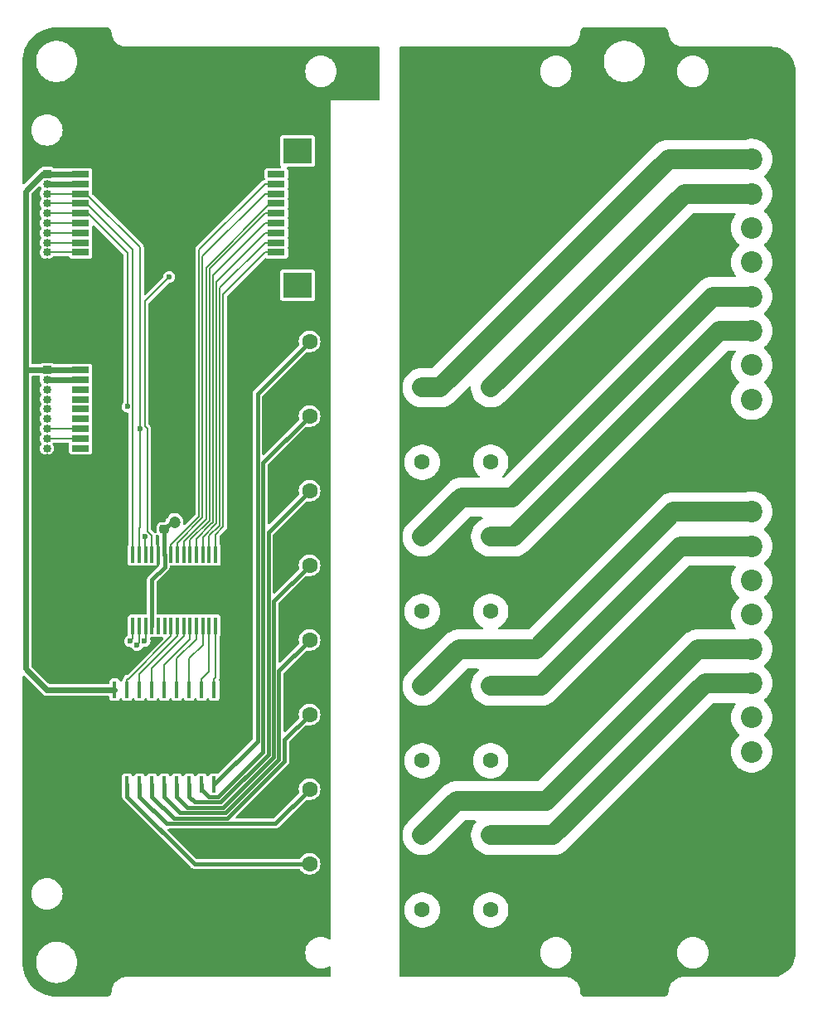
<source format=gbr>
%TF.GenerationSoftware,KiCad,Pcbnew,9.0.0*%
%TF.CreationDate,2025-03-09T10:46:22+03:00*%
%TF.ProjectId,PM_CNV-RQ8,504d5f43-4e56-42d5-9251-382e6b696361,rev?*%
%TF.SameCoordinates,Original*%
%TF.FileFunction,Copper,L1,Top*%
%TF.FilePolarity,Positive*%
%FSLAX46Y46*%
G04 Gerber Fmt 4.6, Leading zero omitted, Abs format (unit mm)*
G04 Created by KiCad (PCBNEW 9.0.0) date 2025-03-09 10:46:22*
%MOMM*%
%LPD*%
G01*
G04 APERTURE LIST*
G04 Aperture macros list*
%AMRoundRect*
0 Rectangle with rounded corners*
0 $1 Rounding radius*
0 $2 $3 $4 $5 $6 $7 $8 $9 X,Y pos of 4 corners*
0 Add a 4 corners polygon primitive as box body*
4,1,4,$2,$3,$4,$5,$6,$7,$8,$9,$2,$3,0*
0 Add four circle primitives for the rounded corners*
1,1,$1+$1,$2,$3*
1,1,$1+$1,$4,$5*
1,1,$1+$1,$6,$7*
1,1,$1+$1,$8,$9*
0 Add four rect primitives between the rounded corners*
20,1,$1+$1,$2,$3,$4,$5,0*
20,1,$1+$1,$4,$5,$6,$7,0*
20,1,$1+$1,$6,$7,$8,$9,0*
20,1,$1+$1,$8,$9,$2,$3,0*%
G04 Aperture macros list end*
%TA.AperFunction,SMDPad,CuDef*%
%ADD10R,1.803400X0.635000*%
%TD*%
%TA.AperFunction,SMDPad,CuDef*%
%ADD11R,2.997200X2.590800*%
%TD*%
%TA.AperFunction,ComponentPad*%
%ADD12C,1.608000*%
%TD*%
%TA.AperFunction,SMDPad,CuDef*%
%ADD13R,0.450800X1.716000*%
%TD*%
%TA.AperFunction,ComponentPad*%
%ADD14R,0.850000X0.850000*%
%TD*%
%TA.AperFunction,ComponentPad*%
%ADD15O,0.850000X0.850000*%
%TD*%
%TA.AperFunction,ComponentPad*%
%ADD16C,2.200000*%
%TD*%
%TA.AperFunction,SMDPad,CuDef*%
%ADD17RoundRect,0.225000X0.250000X-0.225000X0.250000X0.225000X-0.250000X0.225000X-0.250000X-0.225000X0*%
%TD*%
%TA.AperFunction,ComponentPad*%
%ADD18O,6.350000X6.350000*%
%TD*%
%TA.AperFunction,SMDPad,CuDef*%
%ADD19R,0.431800X1.655601*%
%TD*%
%TA.AperFunction,SMDPad,CuDef*%
%ADD20RoundRect,0.250000X0.537500X1.450000X-0.537500X1.450000X-0.537500X-1.450000X0.537500X-1.450000X0*%
%TD*%
%TA.AperFunction,ViaPad*%
%ADD21C,1.000000*%
%TD*%
%TA.AperFunction,ViaPad*%
%ADD22C,0.600000*%
%TD*%
%TA.AperFunction,ViaPad*%
%ADD23C,1.200000*%
%TD*%
%TA.AperFunction,Conductor*%
%ADD24C,0.600000*%
%TD*%
%TA.AperFunction,Conductor*%
%ADD25C,0.400000*%
%TD*%
%TA.AperFunction,Conductor*%
%ADD26C,0.200000*%
%TD*%
%TA.AperFunction,Conductor*%
%ADD27C,2.000000*%
%TD*%
G04 APERTURE END LIST*
D10*
%TO.P,J6,1,Pin_1*%
%TO.N,GND*%
X-13556000Y25500009D03*
%TO.P,J6,2,Pin_2*%
%TO.N,/K8_led*%
X-13556000Y26500007D03*
%TO.P,J6,3,Pin_3*%
%TO.N,/K7_led*%
X-13556000Y27500005D03*
%TO.P,J6,4,Pin_4*%
%TO.N,/K6_led*%
X-13556000Y28500003D03*
%TO.P,J6,5,Pin_5*%
%TO.N,/K5_led*%
X-13556000Y29500001D03*
%TO.P,J6,6,Pin_6*%
%TO.N,/K4_led*%
X-13556000Y30499999D03*
%TO.P,J6,7,Pin_7*%
%TO.N,/K3_led*%
X-13556000Y31499997D03*
%TO.P,J6,8,Pin_8*%
%TO.N,/K2_led*%
X-13556000Y32499995D03*
%TO.P,J6,9,Pin_9*%
%TO.N,/K1_led*%
X-13556000Y33499993D03*
%TO.P,J6,10,Pin_10*%
%TO.N,unconnected-(J6-Pin_10-Pad10)*%
X-13556000Y34499991D03*
D11*
%TO.P,J6,11*%
%TO.N,N/C*%
X-11385999Y23149998D03*
X-11385999Y36850002D03*
%TD*%
D12*
%TO.P,K4,1,1*%
%TO.N,GND*%
X-10160000Y-10160000D03*
%TO.P,K4,2,2*%
%TO.N,Net-(J7-Pin_2)*%
X1340000Y-10160000D03*
%TO.P,K4,3,3*%
%TO.N,Net-(J7-Pin_1)*%
X8340000Y-10160000D03*
%TO.P,K4,4,4*%
%TO.N,/K4*%
X-10160000Y-5460000D03*
%TD*%
D13*
%TO.P,U2,1,I1*%
%TO.N,/K1_exp*%
X-19920000Y-18149202D03*
%TO.P,U2,2,I2*%
%TO.N,/K2_exp*%
X-21190000Y-18149202D03*
%TO.P,U2,3,I3*%
%TO.N,/K3_exp*%
X-22460000Y-18149202D03*
%TO.P,U2,4,I4*%
%TO.N,/K4_exp*%
X-23730000Y-18149202D03*
%TO.P,U2,5,I5*%
%TO.N,/K5_exp*%
X-25000000Y-18149202D03*
%TO.P,U2,6,I6*%
%TO.N,/K6_exp*%
X-26270000Y-18149202D03*
%TO.P,U2,7,I7*%
%TO.N,/K7_exp*%
X-27540000Y-18149202D03*
%TO.P,U2,8,I8*%
%TO.N,/K8_exp*%
X-28810000Y-18149202D03*
%TO.P,U2,9,VCC*%
%TO.N,+5V*%
X-30080000Y-18149202D03*
%TO.P,U2,10,GND*%
%TO.N,GND*%
X-30080000Y-27850798D03*
%TO.P,U2,11,O8*%
%TO.N,/K8*%
X-28810000Y-27850798D03*
%TO.P,U2,12,O7*%
%TO.N,/K7*%
X-27540000Y-27850798D03*
%TO.P,U2,13,O6*%
%TO.N,/K6*%
X-26270000Y-27850798D03*
%TO.P,U2,14,O5*%
%TO.N,/K5*%
X-25000000Y-27850798D03*
%TO.P,U2,15,O4*%
%TO.N,/K4*%
X-23730000Y-27850798D03*
%TO.P,U2,16,O3*%
%TO.N,/K3*%
X-22460000Y-27850798D03*
%TO.P,U2,17,O2*%
%TO.N,/K2*%
X-21190000Y-27850798D03*
%TO.P,U2,18,O1*%
%TO.N,/K1*%
X-19920000Y-27850798D03*
%TD*%
D10*
%TO.P,J18,1,Pin_1*%
%TO.N,GND*%
X-33556000Y5500009D03*
%TO.P,J18,2,Pin_2*%
%TO.N,unconnected-(J18-Pin_2-Pad2)*%
X-33556000Y6500007D03*
%TO.P,J18,3,Pin_3*%
%TO.N,/SCK*%
X-33556000Y7500005D03*
%TO.P,J18,4,Pin_4*%
%TO.N,/MOSI*%
X-33556000Y8500003D03*
%TO.P,J18,5,Pin_5*%
%TO.N,unconnected-(J18-Pin_5-Pad5)*%
X-33556000Y9500001D03*
%TO.P,J18,6,Pin_6*%
%TO.N,unconnected-(J18-Pin_6-Pad6)*%
X-33556000Y10499999D03*
%TO.P,J18,7,Pin_7*%
%TO.N,unconnected-(J18-Pin_7-Pad7)*%
X-33556000Y11499997D03*
%TO.P,J18,8,Pin_8*%
%TO.N,unconnected-(J18-Pin_8-Pad8)*%
X-33556000Y12499995D03*
%TO.P,J18,9,Pin_9*%
%TO.N,+3.3V*%
X-33556000Y13499993D03*
%TO.P,J18,10,Pin_10*%
%TO.N,+5V*%
X-33556000Y14499991D03*
D11*
%TO.P,J18,11,Pin_11*%
%TO.N,GND*%
X-31385999Y3149998D03*
X-31385999Y16850002D03*
%TD*%
D12*
%TO.P,K5,1,1*%
%TO.N,GND*%
X-10160000Y-17780000D03*
%TO.P,K5,2,2*%
%TO.N,Net-(J8-Pin_8)*%
X1340000Y-17780000D03*
%TO.P,K5,3,3*%
%TO.N,Net-(J8-Pin_7)*%
X8340000Y-17780000D03*
%TO.P,K5,4,4*%
%TO.N,/K5*%
X-10160000Y-13080000D03*
%TD*%
D14*
%TO.P,J1,1,Pin_1*%
%TO.N,+5V*%
X-37000000Y34500000D03*
D15*
%TO.P,J1,2,Pin_2*%
%TO.N,+3.3V*%
X-37000000Y33500000D03*
%TO.P,J1,3,Pin_3*%
%TO.N,/MOSI*%
X-37000000Y32500000D03*
%TO.P,J1,4,Pin_4*%
%TO.N,/MISO*%
X-37000000Y31500000D03*
%TO.P,J1,5,Pin_5*%
%TO.N,/SCK*%
X-37000000Y30500000D03*
%TO.P,J1,6,Pin_6*%
%TO.N,/CS0*%
X-37000000Y29500000D03*
%TO.P,J1,7,Pin_7*%
%TO.N,/CS1*%
X-37000000Y28500000D03*
%TO.P,J1,8,Pin_8*%
%TO.N,/CS2*%
X-37000000Y27500000D03*
%TO.P,J1,9,Pin_9*%
%TO.N,/CS3*%
X-37000000Y26500000D03*
%TO.P,J1,10,Pin_10*%
%TO.N,GND*%
X-37000000Y25500000D03*
%TD*%
D12*
%TO.P,K6,1,1*%
%TO.N,GND*%
X-10160000Y-25400000D03*
%TO.P,K6,2,2*%
%TO.N,Net-(J8-Pin_6)*%
X1340000Y-25400000D03*
%TO.P,K6,3,3*%
%TO.N,Net-(J8-Pin_5)*%
X8340000Y-25400000D03*
%TO.P,K6,4,4*%
%TO.N,/K6*%
X-10160000Y-20700000D03*
%TD*%
%TO.P,K8,1,1*%
%TO.N,GND*%
X-10160000Y-40640000D03*
%TO.P,K8,2,2*%
%TO.N,Net-(J8-Pin_2)*%
X1340000Y-40640000D03*
%TO.P,K8,3,3*%
%TO.N,Net-(J8-Pin_1)*%
X8340000Y-40640000D03*
%TO.P,K8,4,4*%
%TO.N,/K8*%
X-10160000Y-35940000D03*
%TD*%
%TO.P,K1,1,1*%
%TO.N,GND*%
X-10160000Y12700000D03*
%TO.P,K1,2,2*%
%TO.N,Net-(J7-Pin_8)*%
X1340000Y12700000D03*
%TO.P,K1,3,3*%
%TO.N,Net-(J7-Pin_7)*%
X8340000Y12700000D03*
%TO.P,K1,4,4*%
%TO.N,/K1*%
X-10160000Y17400000D03*
%TD*%
D16*
%TO.P,J8,1,Pin_1*%
%TO.N,Net-(J8-Pin_1)*%
X35000000Y-24500000D03*
%TO.P,J8,2,Pin_2*%
%TO.N,Net-(J8-Pin_2)*%
X35000000Y-21000000D03*
%TO.P,J8,3,Pin_3*%
%TO.N,Net-(J8-Pin_3)*%
X35000000Y-17500000D03*
%TO.P,J8,4,Pin_4*%
%TO.N,Net-(J8-Pin_4)*%
X35000000Y-14000000D03*
%TO.P,J8,5,Pin_5*%
%TO.N,Net-(J8-Pin_5)*%
X35000000Y-10500000D03*
%TO.P,J8,6,Pin_6*%
%TO.N,Net-(J8-Pin_6)*%
X35000000Y-7000000D03*
%TO.P,J8,7,Pin_7*%
%TO.N,Net-(J8-Pin_7)*%
X35000000Y-3500000D03*
%TO.P,J8,8,Pin_8*%
%TO.N,Net-(J8-Pin_8)*%
X35000000Y0D03*
%TO.P,J8,9,Pin_9*%
%TO.N,PE*%
X35000000Y3500000D03*
%TO.P,J8,10,Pin_10*%
X35000000Y7000000D03*
%TD*%
D12*
%TO.P,K7,1,1*%
%TO.N,GND*%
X-10160000Y-33020000D03*
%TO.P,K7,2,2*%
%TO.N,Net-(J8-Pin_4)*%
X1340000Y-33020000D03*
%TO.P,K7,3,3*%
%TO.N,Net-(J8-Pin_3)*%
X8340000Y-33020000D03*
%TO.P,K7,4,4*%
%TO.N,/K7*%
X-10160000Y-28320000D03*
%TD*%
D14*
%TO.P,J20,1,Pin_1*%
%TO.N,+5V*%
X-37000000Y14500000D03*
D15*
%TO.P,J20,2,Pin_2*%
%TO.N,+3.3V*%
X-37000000Y13500000D03*
%TO.P,J20,3,Pin_3*%
%TO.N,unconnected-(J20-Pin_3-Pad3)*%
X-37000000Y12500000D03*
%TO.P,J20,4,Pin_4*%
%TO.N,unconnected-(J20-Pin_4-Pad4)*%
X-37000000Y11500000D03*
%TO.P,J20,5,Pin_5*%
%TO.N,unconnected-(J20-Pin_5-Pad5)*%
X-37000000Y10500000D03*
%TO.P,J20,6,Pin_6*%
%TO.N,unconnected-(J20-Pin_6-Pad6)*%
X-37000000Y9500000D03*
%TO.P,J20,7,Pin_7*%
%TO.N,/MOSI*%
X-37000000Y8500000D03*
%TO.P,J20,8,Pin_8*%
%TO.N,/SCK*%
X-37000000Y7500000D03*
%TO.P,J20,9,Pin_9*%
%TO.N,unconnected-(J20-Pin_9-Pad9)*%
X-37000000Y6500000D03*
%TO.P,J20,10,Pin_10*%
%TO.N,GND*%
X-37000000Y5500000D03*
%TD*%
D17*
%TO.P,C2,1*%
%TO.N,+3.3V*%
X-25000000Y-1775000D03*
%TO.P,C2,2*%
%TO.N,GND*%
X-25000000Y-225000D03*
%TD*%
D18*
%TO.P,PE1,1*%
%TO.N,PE*%
X22000000Y-46000000D03*
%TD*%
D12*
%TO.P,K3,1,1*%
%TO.N,GND*%
X-10160000Y-2540000D03*
%TO.P,K3,2,2*%
%TO.N,Net-(J7-Pin_4)*%
X1340000Y-2540000D03*
%TO.P,K3,3,3*%
%TO.N,Net-(J7-Pin_3)*%
X8340000Y-2540000D03*
%TO.P,K3,4,4*%
%TO.N,/K3*%
X-10160000Y2160000D03*
%TD*%
D19*
%TO.P,U1,1,GPB0*%
%TO.N,/K8_led*%
X-19775000Y-4372199D03*
%TO.P,U1,2,GPB1*%
%TO.N,/K7_led*%
X-20425001Y-4372199D03*
%TO.P,U1,3,GPB2*%
%TO.N,/K6_led*%
X-21075000Y-4372199D03*
%TO.P,U1,4,GPB3*%
%TO.N,/K5_led*%
X-21725001Y-4372199D03*
%TO.P,U1,5,GPB4*%
%TO.N,/K4_led*%
X-22374999Y-4372199D03*
%TO.P,U1,6,GPB5*%
%TO.N,/K3_led*%
X-23025001Y-4372199D03*
%TO.P,U1,7,GPB6*%
%TO.N,/K2_led*%
X-23674999Y-4372199D03*
%TO.P,U1,8,GPB7*%
%TO.N,/K1_led*%
X-24324998Y-4372199D03*
%TO.P,U1,9,VDD*%
%TO.N,+3.3V*%
X-24974999Y-4372199D03*
%TO.P,U1,10,VSS*%
%TO.N,GND*%
X-25624998Y-4372199D03*
%TO.P,U1,11,~{CS}*%
%TO.N,/CS*%
X-26274999Y-4372199D03*
%TO.P,U1,12,SCK*%
%TO.N,/SCK*%
X-26924998Y-4372199D03*
%TO.P,U1,13,SI*%
%TO.N,/MOSI*%
X-27574999Y-4372199D03*
%TO.P,U1,14,SO*%
%TO.N,/MISO*%
X-28224998Y-4372199D03*
%TO.P,U1,15,A0*%
%TO.N,/A0*%
X-28225000Y-11627801D03*
%TO.P,U1,16,A1*%
%TO.N,/A1*%
X-27574999Y-11627801D03*
%TO.P,U1,17,A2*%
%TO.N,/A2*%
X-26925000Y-11627801D03*
%TO.P,U1,18,~{RESET}*%
%TO.N,+3.3V*%
X-26274999Y-11627801D03*
%TO.P,U1,19,INTB*%
%TO.N,unconnected-(U1-INTB-Pad19)*%
X-25625001Y-11627801D03*
%TO.P,U1,20,INTA*%
%TO.N,unconnected-(U1-INTA-Pad20)*%
X-24974999Y-11627801D03*
%TO.P,U1,21,GPA0*%
%TO.N,/K8_exp*%
X-24325001Y-11627801D03*
%TO.P,U1,22,GPA1*%
%TO.N,/K7_exp*%
X-23674999Y-11627801D03*
%TO.P,U1,23,GPA2*%
%TO.N,/K6_exp*%
X-23025001Y-11627801D03*
%TO.P,U1,24,GPA3*%
%TO.N,/K5_exp*%
X-22374999Y-11627801D03*
%TO.P,U1,25,GPA4*%
%TO.N,/K4_exp*%
X-21725001Y-11627801D03*
%TO.P,U1,26,GPA5*%
%TO.N,/K3_exp*%
X-21075000Y-11627801D03*
%TO.P,U1,27,GPA6*%
%TO.N,/K2_exp*%
X-20425001Y-11627801D03*
%TO.P,U1,28,GPA7*%
%TO.N,/K1_exp*%
X-19775000Y-11627801D03*
%TD*%
D12*
%TO.P,K2,1,1*%
%TO.N,GND*%
X-10160000Y5080000D03*
%TO.P,K2,2,2*%
%TO.N,Net-(J7-Pin_6)*%
X1340000Y5080000D03*
%TO.P,K2,3,3*%
%TO.N,Net-(J7-Pin_5)*%
X8340000Y5080000D03*
%TO.P,K2,4,4*%
%TO.N,/K2*%
X-10160000Y9780000D03*
%TD*%
D20*
%TO.P,C1,1*%
%TO.N,PE*%
X137500Y45000000D03*
%TO.P,C1,2*%
%TO.N,GND*%
X-4137500Y45000000D03*
%TD*%
D16*
%TO.P,J7,1,Pin_1*%
%TO.N,Net-(J7-Pin_1)*%
X35000000Y11500000D03*
%TO.P,J7,2,Pin_2*%
%TO.N,Net-(J7-Pin_2)*%
X35000000Y15000000D03*
%TO.P,J7,3,Pin_3*%
%TO.N,Net-(J7-Pin_3)*%
X35000000Y18500000D03*
%TO.P,J7,4,Pin_4*%
%TO.N,Net-(J7-Pin_4)*%
X35000000Y22000000D03*
%TO.P,J7,5,Pin_5*%
%TO.N,Net-(J7-Pin_5)*%
X35000000Y25500000D03*
%TO.P,J7,6,Pin_6*%
%TO.N,Net-(J7-Pin_6)*%
X35000000Y29000000D03*
%TO.P,J7,7,Pin_7*%
%TO.N,Net-(J7-Pin_7)*%
X35000000Y32500000D03*
%TO.P,J7,8,Pin_8*%
%TO.N,Net-(J7-Pin_8)*%
X35000000Y36000000D03*
%TO.P,J7,9,Pin_9*%
%TO.N,PE*%
X35000000Y39500000D03*
%TO.P,J7,10,Pin_10*%
X35000000Y43000000D03*
%TD*%
D10*
%TO.P,J3,1,Pin_1*%
%TO.N,GND*%
X-33556000Y25500009D03*
%TO.P,J3,2,Pin_2*%
%TO.N,/CS3*%
X-33556000Y26500007D03*
%TO.P,J3,3,Pin_3*%
%TO.N,/CS2*%
X-33556000Y27500005D03*
%TO.P,J3,4,Pin_4*%
%TO.N,/CS1*%
X-33556000Y28500003D03*
%TO.P,J3,5,Pin_5*%
%TO.N,/CS0*%
X-33556000Y29500001D03*
%TO.P,J3,6,Pin_6*%
%TO.N,/SCK*%
X-33556000Y30499999D03*
%TO.P,J3,7,Pin_7*%
%TO.N,/MISO*%
X-33556000Y31499997D03*
%TO.P,J3,8,Pin_8*%
%TO.N,/MOSI*%
X-33556000Y32499995D03*
%TO.P,J3,9,Pin_9*%
%TO.N,+3.3V*%
X-33556000Y33499993D03*
%TO.P,J3,10,Pin_10*%
%TO.N,+5V*%
X-33556000Y34499991D03*
D11*
%TO.P,J3,11,Pin_11*%
%TO.N,GND*%
X-31385999Y23149998D03*
X-31385999Y36850002D03*
%TD*%
D21*
%TO.N,GND*%
X-32000000Y40000000D03*
X-29000000Y40000000D03*
D22*
X-22555000Y-9250000D03*
D23*
%TO.N,+3.3V*%
X-23964866Y-1029918D03*
D22*
%TO.N,/CS*%
X-24500000Y24000000D03*
%TO.N,/A0*%
X-28500000Y-13200000D03*
%TO.N,/A1*%
X-27800000Y-13600000D03*
%TO.N,/A2*%
X-27024999Y-13200000D03*
%TO.N,/SCK*%
X-27000000Y-2500000D03*
X-28774998Y10750000D03*
%TO.N,/MOSI*%
X-27500000Y8500000D03*
%TD*%
D24*
%TO.N,GND*%
X-30385999Y23149998D02*
X-30385999Y23330008D01*
D25*
%TO.N,/K7*%
X-27540000Y-27850800D02*
X-27540000Y-29060500D01*
X-27540000Y-29060500D02*
X-24771000Y-31829500D01*
X-13669500Y-31829500D02*
X-10160000Y-28320000D01*
X-24771000Y-31829500D02*
X-13669500Y-31829500D01*
%TO.N,/K3*%
X-19245800Y-29629500D02*
X-14400000Y-24783700D01*
X-22460000Y-29060500D02*
X-21891000Y-29629500D01*
X-14400000Y-2080000D02*
X-10160000Y2160000D01*
X-21891000Y-29629500D02*
X-19245800Y-29629500D01*
X-14400000Y-24783700D02*
X-14400000Y-2080000D01*
X-22460000Y-27850800D02*
X-22460000Y-29060500D01*
%TO.N,/K5*%
X-25000000Y-29108798D02*
X-23379298Y-30729500D01*
X-18790164Y-30729500D02*
X-13300000Y-25239336D01*
X-25000000Y-27850798D02*
X-25000000Y-29108798D01*
X-13300000Y-25239336D02*
X-13300000Y-16220000D01*
X-13300000Y-16220000D02*
X-10160000Y-13080000D01*
X-23379298Y-30729500D02*
X-18790164Y-30729500D01*
%TO.N,/K6*%
X-26270000Y-29060500D02*
X-26270000Y-27850800D01*
X-24051000Y-31279500D02*
X-26270000Y-29060500D01*
X-12750000Y-23290000D02*
X-12750000Y-25467154D01*
X-12750000Y-25467154D02*
X-18562346Y-31279500D01*
X-18562346Y-31279500D02*
X-24051000Y-31279500D01*
X-10160000Y-20700000D02*
X-12750000Y-23290000D01*
%TO.N,/K8*%
X-21930500Y-35940000D02*
X-10160000Y-35940000D01*
X-28810000Y-27850800D02*
X-28810000Y-29060500D01*
X-28810000Y-29060500D02*
X-21930500Y-35940000D01*
%TO.N,/K4*%
X-13850000Y-9150000D02*
X-10160000Y-5460000D01*
X-13850000Y-25011518D02*
X-13850000Y-9150000D01*
X-19017982Y-30179500D02*
X-13850000Y-25011518D01*
X-23730000Y-29108798D02*
X-22659298Y-30179500D01*
X-23730000Y-27850798D02*
X-23730000Y-29108798D01*
X-22659298Y-30179500D02*
X-19017982Y-30179500D01*
%TO.N,/K1*%
X-15500000Y12060000D02*
X-10160000Y17400000D01*
X-15500000Y-23430798D02*
X-15500000Y12060000D01*
X-19920000Y-27850798D02*
X-15500000Y-23430798D01*
X-19920000Y-27850800D02*
X-19920000Y-27850798D01*
%TO.N,/K2*%
X-14950000Y4990000D02*
X-10160000Y9780000D01*
X-20420500Y-29079500D02*
X-19547700Y-29079500D01*
X-21190000Y-28310000D02*
X-20420500Y-29079500D01*
X-19547700Y-29079500D02*
X-14950000Y-24481800D01*
X-14950000Y-24481800D02*
X-14950000Y4990000D01*
X-21190000Y-27850800D02*
X-21190000Y-28310000D01*
D24*
%TO.N,+3.3V*%
X-36999993Y13499993D02*
X-37000000Y13500000D01*
D25*
X-26274999Y-6899999D02*
X-26274999Y-11627801D01*
X-24974999Y-5599999D02*
X-26274999Y-6899999D01*
D24*
X-36999993Y33499993D02*
X-37000000Y33500000D01*
D25*
X-25000000Y-4347198D02*
X-24974999Y-4372199D01*
D24*
X-36999993Y13499993D02*
X-33556000Y13499993D01*
D25*
X-23964866Y-1029918D02*
X-24254918Y-1029918D01*
D24*
X-37000000Y33500000D02*
X-33556007Y33500000D01*
X-33556007Y33500000D02*
X-33556000Y33499993D01*
D25*
X-24974999Y-4372199D02*
X-24974999Y-5599999D01*
X-24254918Y-1029918D02*
X-25000000Y-1775000D01*
X-25000000Y-1775000D02*
X-25000000Y-4347198D01*
D26*
%TO.N,/MISO*%
X-37000000Y31500000D02*
X-33556003Y31500000D01*
X-28225000Y-4372000D02*
X-28225000Y-4372200D01*
X-33556003Y31500000D02*
X-33556000Y31499997D01*
X-28224998Y26753195D02*
X-28224998Y-4372199D01*
X-33556000Y31499997D02*
X-32971800Y31499997D01*
X-32971800Y31499997D02*
X-28224998Y26753195D01*
X-36999997Y31499997D02*
X-37000000Y31500000D01*
%TO.N,/K8_exp*%
X-28810000Y-18149200D02*
X-28810000Y-17039500D01*
X-24325000Y-11627800D02*
X-24325000Y-12707300D01*
X-24325000Y-12707300D02*
X-28657200Y-17039500D01*
X-28657200Y-17039500D02*
X-28810000Y-17039500D01*
%TO.N,/K4_exp*%
X-23730000Y-18149200D02*
X-23730000Y-14994000D01*
X-21725000Y-12989000D02*
X-21725000Y-11627800D01*
X-23730000Y-14994000D02*
X-21725000Y-12989000D01*
%TO.N,/K7_exp*%
X-23675000Y-11627800D02*
X-23675000Y-12707300D01*
X-23675000Y-12707300D02*
X-27540000Y-16572300D01*
X-27540000Y-16572300D02*
X-27540000Y-18149200D01*
%TO.N,/K1_exp*%
X-19775000Y-16894500D02*
X-19920000Y-17039500D01*
X-19920000Y-18149200D02*
X-19920000Y-17039500D01*
X-19775000Y-11627800D02*
X-19775000Y-16894500D01*
%TO.N,/K6_exp*%
X-23025000Y-11627800D02*
X-23025000Y-12707300D01*
X-26270000Y-15952300D02*
X-26270000Y-18149200D01*
X-23025000Y-12707300D02*
X-26270000Y-15952300D01*
%TO.N,/K2_exp*%
X-21190000Y-18149200D02*
X-21190000Y-17039500D01*
X-20425000Y-16274500D02*
X-21190000Y-17039500D01*
X-20425000Y-11627800D02*
X-20425000Y-16274500D01*
%TO.N,/K3_exp*%
X-21075000Y-11627800D02*
X-21075000Y-13560300D01*
X-22460000Y-14945300D02*
X-22460000Y-18149200D01*
X-21075000Y-13560300D02*
X-22460000Y-14945300D01*
%TO.N,/K5_exp*%
X-22375000Y-11627800D02*
X-22375000Y-13042400D01*
X-25000000Y-15667400D02*
X-25000000Y-18149200D01*
X-22375000Y-13042400D02*
X-25000000Y-15667400D01*
%TO.N,/CS*%
X-26274999Y-2447183D02*
X-26274999Y-4372199D01*
X-27000000Y21500000D02*
X-27000000Y8777818D01*
X-24500000Y24000000D02*
X-27000000Y21500000D01*
X-26275000Y-4372000D02*
X-26275000Y-4372200D01*
X-26750000Y8527818D02*
X-26750000Y-1972182D01*
X-26750000Y-1972182D02*
X-26274999Y-2447183D01*
X-27000000Y8777818D02*
X-26750000Y8527818D01*
%TO.N,/K8_led*%
X-19000000Y-1521724D02*
X-19775000Y-2296724D01*
X-14709400Y26500000D02*
X-19000000Y22209400D01*
X-19000000Y22209400D02*
X-19000000Y-1521724D01*
X-13556000Y26500000D02*
X-14709400Y26500000D01*
X-19775000Y-2296724D02*
X-19775000Y-4372200D01*
%TO.N,/K7_led*%
X-19350000Y-1376750D02*
X-20425000Y-2451750D01*
X-14709400Y27500000D02*
X-19350000Y22859400D01*
X-20425000Y-2451750D02*
X-20425000Y-4372200D01*
X-19350000Y22859400D02*
X-19350000Y-1376750D01*
X-13556000Y27500000D02*
X-14709400Y27500000D01*
%TO.N,/K5_led*%
X-21725000Y-2719974D02*
X-20255026Y-1250000D01*
X-20255026Y-1250000D02*
X-20255025Y-1250000D01*
X-21725000Y-4372200D02*
X-21725000Y-2719974D01*
X-20255025Y-1250000D02*
X-20050000Y-1044975D01*
X-20050000Y-1044975D02*
X-20050000Y24159400D01*
X-14709400Y29500000D02*
X-13556000Y29500000D01*
X-20050000Y24159400D02*
X-14709400Y29500000D01*
%TO.N,/K1_led*%
X-21450000Y26759400D02*
X-14709400Y33500000D01*
X-24325000Y-3330026D02*
X-21450000Y-455026D01*
X-24325000Y-4372200D02*
X-24325000Y-3330026D01*
X-21450000Y-455026D02*
X-21450000Y26759400D01*
X-14709400Y33500000D02*
X-13556000Y33500000D01*
%TO.N,/K6_led*%
X-19700000Y23509400D02*
X-14709400Y28500000D01*
X-21075000Y-2564948D02*
X-19700000Y-1189948D01*
X-21075000Y-4372200D02*
X-21075000Y-2564948D01*
X-19700000Y-1189948D02*
X-19700000Y23509400D01*
X-14709400Y28500000D02*
X-13556000Y28500000D01*
%TO.N,/K4_led*%
X-20400000Y24809400D02*
X-14709400Y30500000D01*
X-22375000Y-2875000D02*
X-20400000Y-900000D01*
X-14709400Y30500000D02*
X-13556000Y30500000D01*
X-22375000Y-4372200D02*
X-22375000Y-2875000D01*
X-20400000Y-900000D02*
X-20400000Y24809400D01*
%TO.N,/K2_led*%
X-14709400Y32500000D02*
X-13556000Y32500000D01*
X-23675000Y-3175000D02*
X-21100000Y-600000D01*
X-21100000Y26109400D02*
X-14709400Y32500000D01*
X-21100000Y-600000D02*
X-21100000Y26109400D01*
X-23675000Y-4372200D02*
X-23675000Y-3175000D01*
%TO.N,/K3_led*%
X-20750000Y-750000D02*
X-20750000Y24954374D01*
X-14204377Y31499997D02*
X-13556000Y31499997D01*
X-20750000Y24954374D02*
X-14204377Y31499997D01*
X-23025001Y-4372199D02*
X-23025001Y-3025001D01*
X-23025001Y-3025001D02*
X-20750000Y-750000D01*
%TO.N,/CS3*%
X-33556007Y26500000D02*
X-33556000Y26500007D01*
X-37000000Y26500000D02*
X-33556007Y26500000D01*
%TO.N,/CS0*%
X-36999999Y29500001D02*
X-33556000Y29500001D01*
X-36999999Y29500001D02*
X-37000000Y29500000D01*
%TO.N,/CS2*%
X-36999995Y27500005D02*
X-33556000Y27500005D01*
X-37000000Y27500000D02*
X-36999995Y27500005D01*
%TO.N,/CS1*%
X-33556003Y28500000D02*
X-33556000Y28500003D01*
X-37000000Y28500000D02*
X-33556003Y28500000D01*
D27*
%TO.N,Net-(J7-Pin_8)*%
X26500000Y36000000D02*
X35000000Y36000000D01*
X3200000Y12700000D02*
X26500000Y36000000D01*
X1340000Y12700000D02*
X3200000Y12700000D01*
%TO.N,Net-(J7-Pin_4)*%
X31000000Y22000000D02*
X35000000Y22000000D01*
X1340000Y-2540000D02*
X5380000Y1500000D01*
X10500000Y1500000D02*
X31000000Y22000000D01*
X5380000Y1500000D02*
X10500000Y1500000D01*
%TO.N,Net-(J7-Pin_7)*%
X8340000Y12700000D02*
X28140000Y32500000D01*
X28140000Y32500000D02*
X35000000Y32500000D01*
%TO.N,Net-(J7-Pin_3)*%
X31742640Y18500000D02*
X35000000Y18500000D01*
X8340000Y-2540000D02*
X10702640Y-2540000D01*
X10702640Y-2540000D02*
X31742640Y18500000D01*
%TO.N,Net-(J8-Pin_3)*%
X14722640Y-33020000D02*
X30242640Y-17500000D01*
X8340000Y-33020000D02*
X14722640Y-33020000D01*
X30242640Y-17500000D02*
X35000000Y-17500000D01*
%TO.N,Net-(J8-Pin_7)*%
X13462640Y-17780000D02*
X27742640Y-3500000D01*
X27742640Y-3500000D02*
X35000000Y-3500000D01*
X8340000Y-17780000D02*
X13462640Y-17780000D01*
%TO.N,Net-(J8-Pin_4)*%
X14000000Y-29500000D02*
X29500000Y-14000000D01*
X4860000Y-29500000D02*
X14000000Y-29500000D01*
X29500000Y-14000000D02*
X35000000Y-14000000D01*
X1340000Y-33020000D02*
X4860000Y-29500000D01*
%TO.N,Net-(J8-Pin_8)*%
X5120000Y-14000000D02*
X13000000Y-14000000D01*
X1340000Y-17780000D02*
X5120000Y-14000000D01*
X13000000Y-14000000D02*
X27000000Y0D01*
X27000000Y0D02*
X35000000Y0D01*
D26*
%TO.N,/A0*%
X-28500000Y-13200000D02*
X-28225000Y-12925000D01*
X-28225000Y-12925000D02*
X-28225000Y-11627801D01*
X-28225000Y-11628000D02*
X-28225000Y-11627800D01*
%TO.N,/A1*%
X-27800000Y-13600000D02*
X-27574999Y-13374999D01*
X-27574999Y-13374999D02*
X-27574999Y-11627801D01*
X-27575000Y-11628000D02*
X-27575000Y-11627800D01*
%TO.N,/A2*%
X-27024999Y-13200000D02*
X-26925000Y-13100001D01*
X-26925000Y-13100001D02*
X-26925000Y-11627801D01*
X-26925000Y-11628000D02*
X-26925000Y-11627800D01*
%TO.N,/SCK*%
X-37000000Y7500000D02*
X-36500000Y7500000D01*
X-36500000Y7500000D02*
X-36499995Y7500005D01*
X-36500000Y30500000D02*
X-36499999Y30499999D01*
X-27000000Y-2500000D02*
X-27000000Y-4297197D01*
X-37000000Y30500000D02*
X-36500000Y30500000D01*
X-27000000Y-4297197D02*
X-26924998Y-4372199D01*
X-26925000Y-4372000D02*
X-26925000Y-4372200D01*
X-28774998Y26438199D02*
X-32836798Y30499999D01*
X-32836798Y30499999D02*
X-33556000Y30499999D01*
X-36499995Y7500005D02*
X-33556000Y7500005D01*
X-36999995Y7500005D02*
X-37000000Y7500000D01*
X-28774998Y10750000D02*
X-28774998Y26438199D01*
X-36499999Y30499999D02*
X-33556000Y30499999D01*
%TO.N,/MOSI*%
X-27500000Y27028195D02*
X-27500000Y8500000D01*
X-27500000Y8500000D02*
X-27500000Y-1572014D01*
X-32971800Y32499995D02*
X-27500000Y27028195D01*
X-37000000Y32500000D02*
X-36500000Y32500000D01*
X-27500000Y-1572014D02*
X-27574999Y-1647013D01*
X-36499995Y32499995D02*
X-33556000Y32499995D01*
X-33556000Y32499995D02*
X-32971800Y32499995D01*
X-27574999Y-1647013D02*
X-27574999Y-4372199D01*
X-36999997Y8500003D02*
X-37000000Y8500000D01*
X-27575000Y-4372000D02*
X-27575000Y-4372200D01*
X-33556000Y8500003D02*
X-36999997Y8500003D01*
X-36500000Y32500000D02*
X-36499995Y32499995D01*
D24*
%TO.N,+5V*%
X-37439518Y34500000D02*
X-39200000Y32739518D01*
X-37050800Y-18149000D02*
X-30080200Y-18149000D01*
X-39200000Y14500000D02*
X-39200000Y13000000D01*
X-39200000Y14500000D02*
X-37000000Y14500000D01*
X-37000000Y14500000D02*
X-33556000Y14500000D01*
X-30080200Y-18149000D02*
X-30080000Y-18149000D01*
X-33556009Y34500000D02*
X-33556000Y34499991D01*
X-39200000Y-16000000D02*
X-37050800Y-18149000D01*
X-39200000Y32739518D02*
X-39200000Y14500000D01*
D25*
X-30080200Y-18149000D02*
X-30080000Y-18149200D01*
D24*
X-37000000Y34500000D02*
X-37439518Y34500000D01*
X-39200000Y13000000D02*
X-39200000Y-16000000D01*
X-37000000Y34500000D02*
X-33556009Y34500000D01*
%TD*%
%TA.AperFunction,Conductor*%
%TO.N,GND*%
G36*
X-30893078Y49498720D02*
G01*
X-30802734Y49488541D01*
X-30775669Y49482364D01*
X-30696460Y49454648D01*
X-30671447Y49442602D01*
X-30600394Y49397957D01*
X-30578687Y49380645D01*
X-30519356Y49321314D01*
X-30502043Y49299605D01*
X-30457400Y49228556D01*
X-30445352Y49203538D01*
X-30417638Y49124334D01*
X-30411460Y49097265D01*
X-30401280Y49006924D01*
X-30400500Y48993039D01*
X-30400500Y48892683D01*
X-30369956Y48680236D01*
X-30369953Y48680226D01*
X-30309483Y48474285D01*
X-30220328Y48279062D01*
X-30220321Y48279049D01*
X-30185314Y48224577D01*
X-30105575Y48100500D01*
X-30104280Y48098486D01*
X-29963725Y47936276D01*
X-29839723Y47828828D01*
X-29801513Y47795719D01*
X-29689772Y47723908D01*
X-29620952Y47679680D01*
X-29620939Y47679673D01*
X-29425716Y47590518D01*
X-29425712Y47590517D01*
X-29425710Y47590516D01*
X-29219769Y47530046D01*
X-29219768Y47530046D01*
X-29219765Y47530045D01*
X-29156416Y47520938D01*
X-29007318Y47499500D01*
X-29007317Y47499500D01*
X-3124000Y47499500D01*
X-3056961Y47479815D01*
X-3011206Y47427011D01*
X-3000000Y47375500D01*
X-3000000Y42124000D01*
X-3019685Y42056961D01*
X-3072489Y42011206D01*
X-3124000Y42000000D01*
X-8000000Y42000000D01*
X-8000000Y-43514271D01*
X-8019685Y-43581310D01*
X-8072489Y-43627065D01*
X-8141647Y-43637009D01*
X-8188790Y-43619999D01*
X-8271146Y-43569531D01*
X-8503890Y-43473126D01*
X-8748849Y-43414317D01*
X-9000000Y-43394551D01*
X-9251152Y-43414317D01*
X-9496111Y-43473126D01*
X-9728860Y-43569533D01*
X-9943654Y-43701160D01*
X-9943657Y-43701161D01*
X-10135224Y-43864776D01*
X-10298839Y-44056343D01*
X-10298840Y-44056346D01*
X-10430467Y-44271140D01*
X-10526874Y-44503889D01*
X-10585683Y-44748848D01*
X-10605449Y-45000000D01*
X-10585683Y-45251151D01*
X-10526874Y-45496110D01*
X-10430467Y-45728859D01*
X-10298840Y-45943653D01*
X-10298839Y-45943656D01*
X-10298836Y-45943659D01*
X-10135224Y-46135224D01*
X-9986934Y-46261875D01*
X-9943657Y-46298838D01*
X-9943654Y-46298839D01*
X-9728860Y-46430466D01*
X-9496111Y-46526873D01*
X-9251148Y-46585683D01*
X-9000000Y-46605449D01*
X-8748852Y-46585683D01*
X-8503889Y-46526873D01*
X-8271141Y-46430466D01*
X-8188790Y-46380000D01*
X-8121345Y-46361756D01*
X-8054742Y-46382872D01*
X-8010128Y-46436644D01*
X-8000000Y-46485728D01*
X-8000000Y-47375500D01*
X-8019685Y-47442539D01*
X-8072489Y-47488294D01*
X-8124000Y-47499500D01*
X-29007318Y-47499500D01*
X-29219765Y-47530044D01*
X-29219775Y-47530047D01*
X-29425716Y-47590517D01*
X-29620939Y-47679672D01*
X-29620952Y-47679679D01*
X-29801515Y-47795720D01*
X-29963725Y-47936275D01*
X-30104280Y-48098485D01*
X-30220321Y-48279048D01*
X-30220328Y-48279061D01*
X-30309483Y-48474284D01*
X-30369953Y-48680225D01*
X-30369956Y-48680235D01*
X-30400500Y-48892682D01*
X-30400500Y-48993038D01*
X-30401280Y-49006923D01*
X-30411460Y-49097264D01*
X-30417638Y-49124333D01*
X-30445352Y-49203537D01*
X-30457400Y-49228555D01*
X-30502043Y-49299604D01*
X-30519356Y-49321313D01*
X-30578687Y-49380644D01*
X-30600396Y-49397957D01*
X-30671445Y-49442600D01*
X-30696463Y-49454648D01*
X-30775667Y-49482362D01*
X-30802736Y-49488540D01*
X-30882925Y-49497576D01*
X-30893079Y-49498720D01*
X-30906962Y-49499500D01*
X-35996949Y-49499500D01*
X-36003032Y-49499351D01*
X-36023100Y-49498365D01*
X-36336929Y-49482947D01*
X-36349038Y-49481754D01*
X-36676695Y-49433151D01*
X-36688631Y-49430777D01*
X-37009945Y-49350292D01*
X-37021589Y-49346759D01*
X-37333460Y-49235170D01*
X-37344699Y-49230515D01*
X-37644156Y-49088883D01*
X-37654879Y-49083150D01*
X-37938989Y-48912862D01*
X-37949107Y-48906102D01*
X-38215171Y-48708775D01*
X-38224577Y-48701055D01*
X-38325620Y-48609475D01*
X-38470014Y-48478604D01*
X-38478605Y-48470013D01*
X-38701056Y-48224576D01*
X-38708776Y-48215170D01*
X-38906103Y-47949106D01*
X-38912863Y-47938988D01*
X-39083156Y-47654871D01*
X-39088880Y-47644163D01*
X-39230521Y-47344688D01*
X-39235171Y-47333459D01*
X-39236874Y-47328700D01*
X-39346760Y-47021588D01*
X-39350293Y-47009944D01*
X-39430781Y-46688617D01*
X-39433152Y-46676694D01*
X-39449270Y-46568037D01*
X-39481755Y-46349037D01*
X-39482948Y-46336927D01*
X-39499351Y-46003032D01*
X-39499425Y-46000000D01*
X-38105408Y-46000000D01*
X-38085799Y-46286680D01*
X-38085799Y-46286684D01*
X-38085798Y-46286686D01*
X-38072841Y-46349037D01*
X-38027334Y-46568034D01*
X-38027333Y-46568037D01*
X-37931106Y-46838793D01*
X-37931107Y-46838793D01*
X-37798902Y-47093935D01*
X-37633188Y-47328700D01*
X-37589479Y-47375500D01*
X-37437053Y-47538708D01*
X-37214147Y-47720055D01*
X-37071479Y-47806814D01*
X-36968618Y-47869365D01*
X-36785033Y-47949106D01*
X-36705058Y-47983844D01*
X-36428358Y-48061371D01*
X-36178080Y-48095771D01*
X-36143679Y-48100500D01*
X-36143678Y-48100500D01*
X-35856321Y-48100500D01*
X-35825630Y-48096281D01*
X-35571642Y-48061371D01*
X-35294942Y-47983844D01*
X-35180438Y-47934108D01*
X-35031383Y-47869365D01*
X-35031380Y-47869363D01*
X-35031375Y-47869361D01*
X-34785853Y-47720055D01*
X-34562947Y-47538708D01*
X-34366811Y-47328698D01*
X-34201099Y-47093936D01*
X-34068896Y-46838797D01*
X-33972666Y-46568032D01*
X-33914202Y-46286686D01*
X-33894592Y-46000000D01*
X-33914202Y-45713314D01*
X-33972666Y-45431968D01*
X-34068895Y-45161206D01*
X-34068894Y-45161206D01*
X-34201099Y-44906064D01*
X-34366813Y-44671299D01*
X-34475022Y-44555437D01*
X-34562947Y-44461292D01*
X-34785853Y-44279945D01*
X-34785854Y-44279944D01*
X-35031383Y-44130634D01*
X-35294937Y-44016158D01*
X-35294939Y-44016157D01*
X-35294942Y-44016156D01*
X-35424422Y-43979877D01*
X-35571636Y-43938630D01*
X-35571641Y-43938629D01*
X-35571642Y-43938629D01*
X-35713982Y-43919064D01*
X-35856321Y-43899500D01*
X-35856322Y-43899500D01*
X-36143678Y-43899500D01*
X-36143679Y-43899500D01*
X-36428358Y-43938629D01*
X-36428365Y-43938630D01*
X-36630393Y-43995236D01*
X-36705058Y-44016156D01*
X-36705061Y-44016156D01*
X-36705064Y-44016158D01*
X-36705065Y-44016158D01*
X-36968618Y-44130634D01*
X-37214147Y-44279944D01*
X-37437050Y-44461289D01*
X-37633188Y-44671299D01*
X-37798902Y-44906064D01*
X-37931106Y-45161206D01*
X-38027333Y-45431962D01*
X-38027334Y-45431965D01*
X-38085799Y-45713319D01*
X-38105408Y-46000000D01*
X-39499425Y-46000000D01*
X-39499500Y-45996948D01*
X-39499500Y-39000000D01*
X-38605449Y-39000000D01*
X-38585683Y-39251151D01*
X-38526874Y-39496110D01*
X-38430467Y-39728859D01*
X-38298840Y-39943653D01*
X-38298839Y-39943656D01*
X-38298836Y-39943659D01*
X-38135224Y-40135224D01*
X-37986934Y-40261875D01*
X-37943657Y-40298838D01*
X-37943654Y-40298839D01*
X-37728860Y-40430466D01*
X-37496111Y-40526873D01*
X-37251148Y-40585683D01*
X-37000000Y-40605449D01*
X-36748852Y-40585683D01*
X-36503889Y-40526873D01*
X-36271141Y-40430466D01*
X-36056341Y-40298836D01*
X-35864776Y-40135224D01*
X-35701164Y-39943659D01*
X-35569534Y-39728859D01*
X-35473127Y-39496111D01*
X-35414317Y-39251148D01*
X-35394551Y-39000000D01*
X-35414317Y-38748852D01*
X-35473127Y-38503889D01*
X-35569534Y-38271141D01*
X-35569534Y-38271140D01*
X-35701161Y-38056346D01*
X-35701162Y-38056343D01*
X-35738125Y-38013066D01*
X-35864776Y-37864776D01*
X-35991429Y-37756604D01*
X-36056344Y-37701161D01*
X-36056347Y-37701160D01*
X-36271141Y-37569533D01*
X-36503890Y-37473126D01*
X-36748849Y-37414317D01*
X-37000000Y-37394551D01*
X-37251152Y-37414317D01*
X-37496111Y-37473126D01*
X-37728860Y-37569533D01*
X-37943654Y-37701160D01*
X-37943657Y-37701161D01*
X-38135224Y-37864776D01*
X-38298839Y-38056343D01*
X-38298840Y-38056346D01*
X-38430467Y-38271140D01*
X-38526874Y-38503889D01*
X-38585683Y-38748848D01*
X-38605449Y-39000000D01*
X-39499500Y-39000000D01*
X-39499500Y-26947929D01*
X-29335900Y-26947929D01*
X-29335900Y-28753654D01*
X-29335898Y-28753680D01*
X-29332987Y-28778785D01*
X-29332986Y-28778786D01*
X-29321066Y-28805782D01*
X-29310500Y-28855869D01*
X-29310500Y-29126391D01*
X-29276392Y-29253687D01*
X-29243446Y-29310750D01*
X-29210500Y-29367814D01*
X-29210499Y-29367815D01*
X-29210498Y-29367816D01*
X-22335341Y-36242972D01*
X-22335331Y-36242983D01*
X-22331001Y-36247313D01*
X-22331000Y-36247314D01*
X-22237814Y-36340500D01*
X-22123686Y-36406392D01*
X-21996393Y-36440500D01*
X-21996392Y-36440500D01*
X-11221412Y-36440500D01*
X-11154373Y-36460185D01*
X-11110413Y-36509227D01*
X-11103095Y-36523924D01*
X-11103087Y-36523937D01*
X-10979731Y-36687287D01*
X-10828463Y-36825185D01*
X-10828461Y-36825187D01*
X-10654431Y-36932942D01*
X-10654425Y-36932945D01*
X-10613990Y-36948609D01*
X-10463556Y-37006888D01*
X-10262347Y-37044500D01*
X-10262344Y-37044500D01*
X-10057656Y-37044500D01*
X-10057653Y-37044500D01*
X-9856444Y-37006888D01*
X-9665573Y-36932944D01*
X-9491538Y-36825186D01*
X-9340268Y-36687285D01*
X-9216912Y-36523935D01*
X-9125672Y-36340701D01*
X-9069655Y-36143821D01*
X-9050768Y-35940000D01*
X-9069655Y-35736179D01*
X-9125672Y-35539299D01*
X-9216912Y-35356065D01*
X-9340268Y-35192715D01*
X-9340270Y-35192712D01*
X-9491538Y-35054814D01*
X-9491540Y-35054812D01*
X-9665570Y-34947057D01*
X-9665576Y-34947054D01*
X-9816007Y-34888777D01*
X-9856444Y-34873112D01*
X-10057653Y-34835500D01*
X-10262347Y-34835500D01*
X-10463556Y-34873112D01*
X-10463559Y-34873112D01*
X-10463559Y-34873113D01*
X-10654425Y-34947054D01*
X-10654431Y-34947057D01*
X-10828461Y-35054812D01*
X-10828463Y-35054814D01*
X-10979731Y-35192712D01*
X-11103087Y-35356062D01*
X-11103095Y-35356075D01*
X-11110413Y-35370773D01*
X-11157916Y-35422010D01*
X-11221412Y-35439500D01*
X-21671825Y-35439500D01*
X-21738864Y-35419815D01*
X-21759506Y-35403181D01*
X-24621006Y-32541681D01*
X-24654491Y-32480358D01*
X-24649507Y-32410666D01*
X-24607635Y-32354733D01*
X-24542171Y-32330316D01*
X-24533325Y-32330000D01*
X-13603610Y-32330000D01*
X-13603608Y-32330000D01*
X-13476314Y-32295892D01*
X-13362186Y-32230000D01*
X-10556547Y-29424359D01*
X-10495226Y-29390876D01*
X-10446090Y-29390153D01*
X-10262347Y-29424500D01*
X-10262344Y-29424500D01*
X-10057656Y-29424500D01*
X-10057653Y-29424500D01*
X-9856444Y-29386888D01*
X-9665573Y-29312944D01*
X-9491538Y-29205186D01*
X-9340268Y-29067285D01*
X-9216912Y-28903935D01*
X-9125672Y-28720701D01*
X-9069655Y-28523821D01*
X-9050768Y-28320000D01*
X-9069655Y-28116179D01*
X-9125672Y-27919299D01*
X-9216912Y-27736065D01*
X-9340268Y-27572715D01*
X-9340270Y-27572712D01*
X-9491538Y-27434814D01*
X-9491540Y-27434812D01*
X-9665570Y-27327057D01*
X-9665576Y-27327054D01*
X-9816007Y-27268777D01*
X-9856444Y-27253112D01*
X-10057653Y-27215500D01*
X-10262347Y-27215500D01*
X-10463556Y-27253112D01*
X-10463559Y-27253112D01*
X-10463559Y-27253113D01*
X-10654425Y-27327054D01*
X-10654431Y-27327057D01*
X-10828461Y-27434812D01*
X-10828463Y-27434814D01*
X-10979731Y-27572712D01*
X-11103088Y-27736064D01*
X-11194327Y-27919295D01*
X-11250346Y-28116183D01*
X-11269232Y-28319999D01*
X-11269232Y-28320000D01*
X-11250346Y-28523816D01*
X-11250346Y-28523818D01*
X-11250345Y-28523821D01*
X-11230703Y-28592859D01*
X-11231290Y-28662724D01*
X-11262288Y-28714472D01*
X-13840495Y-31292681D01*
X-13901818Y-31326166D01*
X-13928176Y-31329000D01*
X-17604670Y-31329000D01*
X-17671709Y-31309315D01*
X-17717464Y-31256511D01*
X-17727408Y-31187353D01*
X-17698383Y-31123797D01*
X-17692351Y-31117319D01*
X-15098848Y-28523816D01*
X-12349500Y-25774468D01*
X-12309813Y-25705728D01*
X-12283608Y-25660340D01*
X-12249500Y-25533046D01*
X-12249500Y-23548675D01*
X-12229815Y-23481636D01*
X-12213186Y-23460999D01*
X-10556547Y-21804359D01*
X-10495226Y-21770876D01*
X-10446090Y-21770153D01*
X-10262347Y-21804500D01*
X-10262344Y-21804500D01*
X-10057656Y-21804500D01*
X-10057653Y-21804500D01*
X-9856444Y-21766888D01*
X-9665573Y-21692944D01*
X-9491538Y-21585186D01*
X-9340268Y-21447285D01*
X-9216912Y-21283935D01*
X-9125672Y-21100701D01*
X-9069655Y-20903821D01*
X-9050768Y-20700000D01*
X-9069655Y-20496179D01*
X-9125672Y-20299299D01*
X-9216912Y-20116065D01*
X-9340268Y-19952715D01*
X-9340270Y-19952712D01*
X-9491538Y-19814814D01*
X-9491540Y-19814812D01*
X-9665570Y-19707057D01*
X-9665576Y-19707054D01*
X-9816007Y-19648777D01*
X-9856444Y-19633112D01*
X-10057653Y-19595500D01*
X-10262347Y-19595500D01*
X-10463556Y-19633112D01*
X-10463559Y-19633112D01*
X-10463559Y-19633113D01*
X-10654425Y-19707054D01*
X-10654431Y-19707057D01*
X-10828461Y-19814812D01*
X-10828463Y-19814814D01*
X-10979731Y-19952712D01*
X-11103088Y-20116064D01*
X-11194327Y-20299295D01*
X-11250346Y-20496183D01*
X-11269232Y-20699999D01*
X-11269232Y-20700000D01*
X-11250346Y-20903816D01*
X-11250346Y-20903818D01*
X-11250345Y-20903821D01*
X-11230703Y-20972859D01*
X-11231290Y-21042724D01*
X-11262288Y-21094472D01*
X-12587819Y-22420004D01*
X-12649142Y-22453489D01*
X-12718834Y-22448505D01*
X-12774767Y-22406633D01*
X-12799184Y-22341169D01*
X-12799500Y-22332323D01*
X-12799500Y-16478675D01*
X-12779815Y-16411636D01*
X-12763186Y-16390999D01*
X-10556547Y-14184359D01*
X-10495226Y-14150876D01*
X-10446090Y-14150153D01*
X-10262347Y-14184500D01*
X-10262344Y-14184500D01*
X-10057656Y-14184500D01*
X-10057653Y-14184500D01*
X-9856444Y-14146888D01*
X-9665573Y-14072944D01*
X-9491538Y-13965186D01*
X-9340268Y-13827285D01*
X-9216912Y-13663935D01*
X-9125672Y-13480701D01*
X-9069655Y-13283821D01*
X-9050768Y-13080000D01*
X-9069655Y-12876179D01*
X-9125672Y-12679299D01*
X-9216912Y-12496065D01*
X-9340268Y-12332715D01*
X-9340270Y-12332712D01*
X-9491538Y-12194814D01*
X-9491540Y-12194812D01*
X-9665570Y-12087057D01*
X-9665576Y-12087054D01*
X-9816007Y-12028777D01*
X-9856444Y-12013112D01*
X-10057653Y-11975500D01*
X-10262347Y-11975500D01*
X-10463556Y-12013112D01*
X-10463559Y-12013112D01*
X-10463559Y-12013113D01*
X-10654425Y-12087054D01*
X-10654431Y-12087057D01*
X-10828461Y-12194812D01*
X-10828463Y-12194814D01*
X-10979731Y-12332712D01*
X-11103088Y-12496064D01*
X-11194327Y-12679295D01*
X-11194328Y-12679299D01*
X-11245196Y-12858084D01*
X-11250346Y-12876183D01*
X-11269232Y-13079999D01*
X-11269232Y-13080000D01*
X-11250346Y-13283816D01*
X-11250346Y-13283818D01*
X-11250345Y-13283821D01*
X-11230703Y-13352859D01*
X-11231290Y-13422724D01*
X-11262288Y-13474472D01*
X-13137819Y-15350004D01*
X-13199142Y-15383489D01*
X-13268834Y-15378505D01*
X-13324767Y-15336633D01*
X-13349184Y-15271169D01*
X-13349500Y-15262323D01*
X-13349500Y-9408675D01*
X-13329815Y-9341636D01*
X-13313186Y-9320999D01*
X-10556547Y-6564359D01*
X-10495226Y-6530876D01*
X-10446090Y-6530153D01*
X-10262347Y-6564500D01*
X-10262344Y-6564500D01*
X-10057656Y-6564500D01*
X-10057653Y-6564500D01*
X-9856444Y-6526888D01*
X-9665573Y-6452944D01*
X-9491538Y-6345186D01*
X-9340268Y-6207285D01*
X-9216912Y-6043935D01*
X-9125672Y-5860701D01*
X-9069655Y-5663821D01*
X-9050768Y-5460000D01*
X-9069655Y-5256179D01*
X-9125672Y-5059299D01*
X-9216912Y-4876065D01*
X-9340268Y-4712715D01*
X-9340270Y-4712712D01*
X-9491538Y-4574814D01*
X-9491540Y-4574812D01*
X-9665570Y-4467057D01*
X-9665576Y-4467054D01*
X-9816007Y-4408777D01*
X-9856444Y-4393112D01*
X-10057653Y-4355500D01*
X-10262347Y-4355500D01*
X-10463556Y-4393112D01*
X-10463559Y-4393112D01*
X-10463559Y-4393113D01*
X-10654425Y-4467054D01*
X-10654431Y-4467057D01*
X-10828461Y-4574812D01*
X-10828463Y-4574814D01*
X-10979731Y-4712712D01*
X-11103088Y-4876064D01*
X-11194327Y-5059295D01*
X-11194328Y-5059299D01*
X-11247125Y-5244864D01*
X-11250346Y-5256183D01*
X-11269232Y-5459999D01*
X-11269232Y-5460000D01*
X-11250346Y-5663816D01*
X-11250346Y-5663818D01*
X-11250345Y-5663821D01*
X-11230703Y-5732859D01*
X-11231290Y-5802724D01*
X-11262288Y-5854472D01*
X-13687819Y-8280004D01*
X-13749142Y-8313489D01*
X-13818834Y-8308505D01*
X-13874767Y-8266633D01*
X-13899184Y-8201169D01*
X-13899500Y-8192323D01*
X-13899500Y-2338675D01*
X-13879815Y-2271636D01*
X-13863186Y-2250999D01*
X-10556547Y1055641D01*
X-10495226Y1089124D01*
X-10446090Y1089847D01*
X-10262347Y1055500D01*
X-10262344Y1055500D01*
X-10057656Y1055500D01*
X-10057653Y1055500D01*
X-9856444Y1093112D01*
X-9665573Y1167056D01*
X-9491538Y1274814D01*
X-9340268Y1412715D01*
X-9216912Y1576065D01*
X-9125672Y1759299D01*
X-9069655Y1956179D01*
X-9050768Y2160000D01*
X-9069655Y2363821D01*
X-9125672Y2560701D01*
X-9216912Y2743935D01*
X-9340268Y2907285D01*
X-9340270Y2907288D01*
X-9491538Y3045186D01*
X-9491540Y3045188D01*
X-9665570Y3152943D01*
X-9665576Y3152946D01*
X-9816007Y3211223D01*
X-9856444Y3226888D01*
X-10057653Y3264500D01*
X-10262347Y3264500D01*
X-10463556Y3226888D01*
X-10463559Y3226888D01*
X-10463559Y3226887D01*
X-10654425Y3152946D01*
X-10654431Y3152943D01*
X-10828461Y3045188D01*
X-10828463Y3045186D01*
X-10979731Y2907288D01*
X-11103088Y2743936D01*
X-11194327Y2560705D01*
X-11250346Y2363817D01*
X-11269232Y2160001D01*
X-11269232Y2160000D01*
X-11250346Y1956184D01*
X-11250346Y1956182D01*
X-11250345Y1956179D01*
X-11230703Y1887141D01*
X-11231290Y1817276D01*
X-11262288Y1765528D01*
X-14237819Y-1210004D01*
X-14299142Y-1243489D01*
X-14368834Y-1238505D01*
X-14424767Y-1196633D01*
X-14449184Y-1131169D01*
X-14449500Y-1122323D01*
X-14449500Y4731325D01*
X-14429815Y4798364D01*
X-14413186Y4819001D01*
X-10556547Y8675641D01*
X-10495226Y8709124D01*
X-10446090Y8709847D01*
X-10262347Y8675500D01*
X-10262344Y8675500D01*
X-10057656Y8675500D01*
X-10057653Y8675500D01*
X-9856444Y8713112D01*
X-9665573Y8787056D01*
X-9491538Y8894814D01*
X-9340268Y9032715D01*
X-9216912Y9196065D01*
X-9125672Y9379299D01*
X-9069655Y9576179D01*
X-9050768Y9780000D01*
X-9069655Y9983821D01*
X-9125672Y10180701D01*
X-9216912Y10363935D01*
X-9340268Y10527285D01*
X-9340270Y10527288D01*
X-9491538Y10665186D01*
X-9491540Y10665188D01*
X-9665570Y10772943D01*
X-9665576Y10772946D01*
X-9816007Y10831223D01*
X-9856444Y10846888D01*
X-10057653Y10884500D01*
X-10262347Y10884500D01*
X-10463556Y10846888D01*
X-10463559Y10846888D01*
X-10463559Y10846887D01*
X-10654425Y10772946D01*
X-10654431Y10772943D01*
X-10828461Y10665188D01*
X-10828463Y10665186D01*
X-10979731Y10527288D01*
X-11103088Y10363936D01*
X-11194327Y10180705D01*
X-11206586Y10137617D01*
X-11246101Y9998735D01*
X-11250346Y9983817D01*
X-11269232Y9780001D01*
X-11269232Y9780000D01*
X-11250346Y9576184D01*
X-11250346Y9576182D01*
X-11250345Y9576179D01*
X-11230703Y9507141D01*
X-11231290Y9437276D01*
X-11262288Y9385528D01*
X-14787819Y5859996D01*
X-14849142Y5826511D01*
X-14918834Y5831495D01*
X-14974767Y5873367D01*
X-14999184Y5938831D01*
X-14999500Y5947677D01*
X-14999500Y11801325D01*
X-14979815Y11868364D01*
X-14963186Y11889001D01*
X-10556547Y16295641D01*
X-10495226Y16329124D01*
X-10446090Y16329847D01*
X-10262347Y16295500D01*
X-10262344Y16295500D01*
X-10057656Y16295500D01*
X-10057653Y16295500D01*
X-9856444Y16333112D01*
X-9665573Y16407056D01*
X-9491538Y16514814D01*
X-9340268Y16652715D01*
X-9216912Y16816065D01*
X-9125672Y16999299D01*
X-9069655Y17196179D01*
X-9050768Y17400000D01*
X-9069655Y17603821D01*
X-9125672Y17800701D01*
X-9216912Y17983935D01*
X-9340268Y18147285D01*
X-9340270Y18147288D01*
X-9491538Y18285186D01*
X-9491540Y18285188D01*
X-9665570Y18392943D01*
X-9665576Y18392946D01*
X-9816007Y18451223D01*
X-9856444Y18466888D01*
X-10057653Y18504500D01*
X-10262347Y18504500D01*
X-10463556Y18466888D01*
X-10463559Y18466888D01*
X-10463559Y18466887D01*
X-10654425Y18392946D01*
X-10654431Y18392943D01*
X-10828461Y18285188D01*
X-10828463Y18285186D01*
X-10979731Y18147288D01*
X-11103088Y17983936D01*
X-11194327Y17800705D01*
X-11250346Y17603817D01*
X-11269232Y17400001D01*
X-11269232Y17400000D01*
X-11250346Y17196184D01*
X-11250346Y17196182D01*
X-11250345Y17196179D01*
X-11230703Y17127141D01*
X-11231290Y17057276D01*
X-11262288Y17005528D01*
X-15807314Y12460500D01*
X-15900498Y12367317D01*
X-15900500Y12367314D01*
X-15966392Y12253188D01*
X-16000500Y12125892D01*
X-16000500Y-23172121D01*
X-16020185Y-23239160D01*
X-16036819Y-23259802D01*
X-19458841Y-26681823D01*
X-19520164Y-26715308D01*
X-19589856Y-26710324D01*
X-19596608Y-26707576D01*
X-19624605Y-26695214D01*
X-19624609Y-26695213D01*
X-19649735Y-26692298D01*
X-20190257Y-26692298D01*
X-20190283Y-26692300D01*
X-20215388Y-26695211D01*
X-20215392Y-26695213D01*
X-20318165Y-26740591D01*
X-20397606Y-26820032D01*
X-20441567Y-26919593D01*
X-20486654Y-26972969D01*
X-20553440Y-26993496D01*
X-20620722Y-26974657D01*
X-20667138Y-26922433D01*
X-20668394Y-26919686D01*
X-20712394Y-26820033D01*
X-20791835Y-26740592D01*
X-20791837Y-26740591D01*
X-20894608Y-26695213D01*
X-20919735Y-26692298D01*
X-21460257Y-26692298D01*
X-21460283Y-26692300D01*
X-21485388Y-26695211D01*
X-21485392Y-26695213D01*
X-21588165Y-26740591D01*
X-21667606Y-26820032D01*
X-21711567Y-26919593D01*
X-21756654Y-26972969D01*
X-21823440Y-26993496D01*
X-21890722Y-26974657D01*
X-21937138Y-26922433D01*
X-21938394Y-26919686D01*
X-21982394Y-26820033D01*
X-22061835Y-26740592D01*
X-22061837Y-26740591D01*
X-22164608Y-26695213D01*
X-22189735Y-26692298D01*
X-22730257Y-26692298D01*
X-22730283Y-26692300D01*
X-22755388Y-26695211D01*
X-22755392Y-26695213D01*
X-22858165Y-26740591D01*
X-22937606Y-26820032D01*
X-22981567Y-26919593D01*
X-23026654Y-26972969D01*
X-23093440Y-26993496D01*
X-23160722Y-26974657D01*
X-23207138Y-26922433D01*
X-23208394Y-26919686D01*
X-23252394Y-26820033D01*
X-23331835Y-26740592D01*
X-23331837Y-26740591D01*
X-23434608Y-26695213D01*
X-23459735Y-26692298D01*
X-24000257Y-26692298D01*
X-24000283Y-26692300D01*
X-24025388Y-26695211D01*
X-24025392Y-26695213D01*
X-24128165Y-26740591D01*
X-24207606Y-26820032D01*
X-24251567Y-26919593D01*
X-24296654Y-26972969D01*
X-24363440Y-26993496D01*
X-24430722Y-26974657D01*
X-24477138Y-26922433D01*
X-24478394Y-26919686D01*
X-24522394Y-26820033D01*
X-24601835Y-26740592D01*
X-24601837Y-26740591D01*
X-24704608Y-26695213D01*
X-24729735Y-26692298D01*
X-25270257Y-26692298D01*
X-25270283Y-26692300D01*
X-25295388Y-26695211D01*
X-25295392Y-26695213D01*
X-25398165Y-26740591D01*
X-25477606Y-26820032D01*
X-25521567Y-26919593D01*
X-25566654Y-26972969D01*
X-25633440Y-26993496D01*
X-25700722Y-26974657D01*
X-25747138Y-26922433D01*
X-25748394Y-26919686D01*
X-25792394Y-26820033D01*
X-25871835Y-26740592D01*
X-25871837Y-26740591D01*
X-25974608Y-26695213D01*
X-25999735Y-26692298D01*
X-26540257Y-26692298D01*
X-26540283Y-26692300D01*
X-26565388Y-26695211D01*
X-26565392Y-26695213D01*
X-26668165Y-26740591D01*
X-26747606Y-26820032D01*
X-26791567Y-26919593D01*
X-26836654Y-26972969D01*
X-26903440Y-26993496D01*
X-26970722Y-26974657D01*
X-27017138Y-26922433D01*
X-27018394Y-26919686D01*
X-27062394Y-26820033D01*
X-27141835Y-26740592D01*
X-27141837Y-26740591D01*
X-27244608Y-26695213D01*
X-27269735Y-26692298D01*
X-27810257Y-26692298D01*
X-27810283Y-26692300D01*
X-27835388Y-26695211D01*
X-27835392Y-26695213D01*
X-27938165Y-26740591D01*
X-28017606Y-26820032D01*
X-28061567Y-26919593D01*
X-28106654Y-26972969D01*
X-28173440Y-26993496D01*
X-28240722Y-26974657D01*
X-28287138Y-26922433D01*
X-28288394Y-26919686D01*
X-28332394Y-26820033D01*
X-28411835Y-26740592D01*
X-28411837Y-26740591D01*
X-28514608Y-26695213D01*
X-28539735Y-26692298D01*
X-29080257Y-26692298D01*
X-29080283Y-26692300D01*
X-29105388Y-26695211D01*
X-29105392Y-26695213D01*
X-29208165Y-26740591D01*
X-29287606Y-26820032D01*
X-29332985Y-26922804D01*
X-29332985Y-26922806D01*
X-29335900Y-26947929D01*
X-39499500Y-26947929D01*
X-39499500Y-16849065D01*
X-39479815Y-16782026D01*
X-39427011Y-16736271D01*
X-39357853Y-16726327D01*
X-39294297Y-16755352D01*
X-39287829Y-16761375D01*
X-37484095Y-18564941D01*
X-37419516Y-18629520D01*
X-37419514Y-18629521D01*
X-37419504Y-18629529D01*
X-37419497Y-18629533D01*
X-37419494Y-18629536D01*
X-37361079Y-18663258D01*
X-37361075Y-18663260D01*
X-37361074Y-18663261D01*
X-37284805Y-18707295D01*
X-37282538Y-18708669D01*
X-37282526Y-18708674D01*
X-37279614Y-18709376D01*
X-37205421Y-18729252D01*
X-37205418Y-18729254D01*
X-37205417Y-18729254D01*
X-37186527Y-18734315D01*
X-37129857Y-18749500D01*
X-37129854Y-18749500D01*
X-37129838Y-18749502D01*
X-37129830Y-18749504D01*
X-37039479Y-18749500D01*
X-30729899Y-18749500D01*
X-30662860Y-18769185D01*
X-30617105Y-18821989D01*
X-30605899Y-18873500D01*
X-30605899Y-19052058D01*
X-30605898Y-19052084D01*
X-30602987Y-19077189D01*
X-30602985Y-19077193D01*
X-30557607Y-19179966D01*
X-30557606Y-19179967D01*
X-30478165Y-19259408D01*
X-30375391Y-19304787D01*
X-30350265Y-19307702D01*
X-29809736Y-19307701D01*
X-29809721Y-19307699D01*
X-29809718Y-19307699D01*
X-29784613Y-19304788D01*
X-29784612Y-19304787D01*
X-29784609Y-19304787D01*
X-29681835Y-19259408D01*
X-29602394Y-19179967D01*
X-29558434Y-19080407D01*
X-29513349Y-19027031D01*
X-29446562Y-19006503D01*
X-29379280Y-19025341D01*
X-29332864Y-19077564D01*
X-29331566Y-19080407D01*
X-29287607Y-19179966D01*
X-29287606Y-19179967D01*
X-29208165Y-19259408D01*
X-29105391Y-19304787D01*
X-29080265Y-19307702D01*
X-28539736Y-19307701D01*
X-28539721Y-19307699D01*
X-28539718Y-19307699D01*
X-28514613Y-19304788D01*
X-28514612Y-19304787D01*
X-28514609Y-19304787D01*
X-28411835Y-19259408D01*
X-28332394Y-19179967D01*
X-28288434Y-19080407D01*
X-28243349Y-19027031D01*
X-28176562Y-19006503D01*
X-28109280Y-19025341D01*
X-28062864Y-19077564D01*
X-28061566Y-19080407D01*
X-28017607Y-19179966D01*
X-28017606Y-19179967D01*
X-27938165Y-19259408D01*
X-27835391Y-19304787D01*
X-27810265Y-19307702D01*
X-27269736Y-19307701D01*
X-27269721Y-19307699D01*
X-27269718Y-19307699D01*
X-27244613Y-19304788D01*
X-27244612Y-19304787D01*
X-27244609Y-19304787D01*
X-27141835Y-19259408D01*
X-27062394Y-19179967D01*
X-27018434Y-19080407D01*
X-26973349Y-19027031D01*
X-26906562Y-19006503D01*
X-26839280Y-19025341D01*
X-26792864Y-19077564D01*
X-26791566Y-19080407D01*
X-26747607Y-19179966D01*
X-26747606Y-19179967D01*
X-26668165Y-19259408D01*
X-26565391Y-19304787D01*
X-26540265Y-19307702D01*
X-25999736Y-19307701D01*
X-25999721Y-19307699D01*
X-25999718Y-19307699D01*
X-25974613Y-19304788D01*
X-25974612Y-19304787D01*
X-25974609Y-19304787D01*
X-25871835Y-19259408D01*
X-25792394Y-19179967D01*
X-25748434Y-19080407D01*
X-25703349Y-19027031D01*
X-25636562Y-19006503D01*
X-25569280Y-19025341D01*
X-25522864Y-19077564D01*
X-25521566Y-19080407D01*
X-25477607Y-19179966D01*
X-25477606Y-19179967D01*
X-25398165Y-19259408D01*
X-25295391Y-19304787D01*
X-25270265Y-19307702D01*
X-24729736Y-19307701D01*
X-24729721Y-19307699D01*
X-24729718Y-19307699D01*
X-24704613Y-19304788D01*
X-24704612Y-19304787D01*
X-24704609Y-19304787D01*
X-24601835Y-19259408D01*
X-24522394Y-19179967D01*
X-24478434Y-19080407D01*
X-24433349Y-19027031D01*
X-24366562Y-19006503D01*
X-24299280Y-19025341D01*
X-24252864Y-19077564D01*
X-24251566Y-19080407D01*
X-24207607Y-19179966D01*
X-24207606Y-19179967D01*
X-24128165Y-19259408D01*
X-24025391Y-19304787D01*
X-24000265Y-19307702D01*
X-23459736Y-19307701D01*
X-23459721Y-19307699D01*
X-23459718Y-19307699D01*
X-23434613Y-19304788D01*
X-23434612Y-19304787D01*
X-23434609Y-19304787D01*
X-23331835Y-19259408D01*
X-23252394Y-19179967D01*
X-23208434Y-19080407D01*
X-23163349Y-19027031D01*
X-23096562Y-19006503D01*
X-23029280Y-19025341D01*
X-22982864Y-19077564D01*
X-22981566Y-19080407D01*
X-22937607Y-19179966D01*
X-22937606Y-19179967D01*
X-22858165Y-19259408D01*
X-22755391Y-19304787D01*
X-22730265Y-19307702D01*
X-22189736Y-19307701D01*
X-22189721Y-19307699D01*
X-22189718Y-19307699D01*
X-22164613Y-19304788D01*
X-22164612Y-19304787D01*
X-22164609Y-19304787D01*
X-22061835Y-19259408D01*
X-21982394Y-19179967D01*
X-21938434Y-19080407D01*
X-21893349Y-19027031D01*
X-21826562Y-19006503D01*
X-21759280Y-19025341D01*
X-21712864Y-19077564D01*
X-21711566Y-19080407D01*
X-21667607Y-19179966D01*
X-21667606Y-19179967D01*
X-21588165Y-19259408D01*
X-21485391Y-19304787D01*
X-21460265Y-19307702D01*
X-20919736Y-19307701D01*
X-20919721Y-19307699D01*
X-20919718Y-19307699D01*
X-20894613Y-19304788D01*
X-20894612Y-19304787D01*
X-20894609Y-19304787D01*
X-20791835Y-19259408D01*
X-20712394Y-19179967D01*
X-20668434Y-19080407D01*
X-20623349Y-19027031D01*
X-20556562Y-19006503D01*
X-20489280Y-19025341D01*
X-20442864Y-19077564D01*
X-20441566Y-19080407D01*
X-20397607Y-19179966D01*
X-20397606Y-19179967D01*
X-20318165Y-19259408D01*
X-20215391Y-19304787D01*
X-20190265Y-19307702D01*
X-19649736Y-19307701D01*
X-19649721Y-19307699D01*
X-19649718Y-19307699D01*
X-19624613Y-19304788D01*
X-19624612Y-19304787D01*
X-19624609Y-19304787D01*
X-19521835Y-19259408D01*
X-19442394Y-19179967D01*
X-19397015Y-19077193D01*
X-19394100Y-19052067D01*
X-19394101Y-17246338D01*
X-19394103Y-17246319D01*
X-19397014Y-17221214D01*
X-19397015Y-17221213D01*
X-19397015Y-17221211D01*
X-19416729Y-17176564D01*
X-19425800Y-17107289D01*
X-19410682Y-17064482D01*
X-19401793Y-17049088D01*
X-19374500Y-16947227D01*
X-19374500Y-16841773D01*
X-19374500Y-12747335D01*
X-19354815Y-12680296D01*
X-19338181Y-12659654D01*
X-19337388Y-12658861D01*
X-19306894Y-12628367D01*
X-19261515Y-12525593D01*
X-19258600Y-12500467D01*
X-19258601Y-10755136D01*
X-19258603Y-10755117D01*
X-19261514Y-10730012D01*
X-19261515Y-10730010D01*
X-19261515Y-10730009D01*
X-19306894Y-10627235D01*
X-19386335Y-10547794D01*
X-19386337Y-10547793D01*
X-19489108Y-10502415D01*
X-19514235Y-10499500D01*
X-20035757Y-10499500D01*
X-20035781Y-10499502D01*
X-20060894Y-10502414D01*
X-20067461Y-10504201D01*
X-20132552Y-10504199D01*
X-20139109Y-10502415D01*
X-20164236Y-10499500D01*
X-20685758Y-10499500D01*
X-20685784Y-10499502D01*
X-20710890Y-10502414D01*
X-20717451Y-10504199D01*
X-20782548Y-10504199D01*
X-20789104Y-10502415D01*
X-20814235Y-10499500D01*
X-21335757Y-10499500D01*
X-21335781Y-10499502D01*
X-21360894Y-10502414D01*
X-21367461Y-10504201D01*
X-21432552Y-10504199D01*
X-21439109Y-10502415D01*
X-21464236Y-10499500D01*
X-21985758Y-10499500D01*
X-21985782Y-10499502D01*
X-22010896Y-10502414D01*
X-22017459Y-10504200D01*
X-22082554Y-10504198D01*
X-22089107Y-10502415D01*
X-22114234Y-10499500D01*
X-22635756Y-10499500D01*
X-22635780Y-10499502D01*
X-22660889Y-10502414D01*
X-22667453Y-10504200D01*
X-22732554Y-10504199D01*
X-22739109Y-10502415D01*
X-22739110Y-10502415D01*
X-22764236Y-10499500D01*
X-23285758Y-10499500D01*
X-23285782Y-10499502D01*
X-23310896Y-10502414D01*
X-23317459Y-10504200D01*
X-23382554Y-10504198D01*
X-23389107Y-10502415D01*
X-23414234Y-10499500D01*
X-23935756Y-10499500D01*
X-23935780Y-10499502D01*
X-23960889Y-10502414D01*
X-23967453Y-10504200D01*
X-24032554Y-10504199D01*
X-24039109Y-10502415D01*
X-24039110Y-10502415D01*
X-24064236Y-10499500D01*
X-24585758Y-10499500D01*
X-24585782Y-10499502D01*
X-24610896Y-10502414D01*
X-24617459Y-10504200D01*
X-24682554Y-10504198D01*
X-24689107Y-10502415D01*
X-24714234Y-10499500D01*
X-25235756Y-10499500D01*
X-25235780Y-10499502D01*
X-25260889Y-10502414D01*
X-25267453Y-10504200D01*
X-25332554Y-10504199D01*
X-25339109Y-10502415D01*
X-25339110Y-10502415D01*
X-25345392Y-10501686D01*
X-25364233Y-10499500D01*
X-25364236Y-10499500D01*
X-25650499Y-10499500D01*
X-25717538Y-10479815D01*
X-25763293Y-10427011D01*
X-25774499Y-10375500D01*
X-25774499Y-7158675D01*
X-25754814Y-7091636D01*
X-25738180Y-7070994D01*
X-25166685Y-6499499D01*
X-24574499Y-5907313D01*
X-24508607Y-5793185D01*
X-24474499Y-5665891D01*
X-24474499Y-5624499D01*
X-24454814Y-5557460D01*
X-24402010Y-5511705D01*
X-24350499Y-5500499D01*
X-24064242Y-5500499D01*
X-24064234Y-5500499D01*
X-24064219Y-5500497D01*
X-24064216Y-5500497D01*
X-24039111Y-5497586D01*
X-24032549Y-5495801D01*
X-23967438Y-5495803D01*
X-23960896Y-5497582D01*
X-23960890Y-5497585D01*
X-23935764Y-5500500D01*
X-23414235Y-5500499D01*
X-23414220Y-5500497D01*
X-23414217Y-5500497D01*
X-23389112Y-5497586D01*
X-23382559Y-5495803D01*
X-23317446Y-5495802D01*
X-23310895Y-5497584D01*
X-23310892Y-5497585D01*
X-23285766Y-5500500D01*
X-22764237Y-5500499D01*
X-22764222Y-5500497D01*
X-22764219Y-5500497D01*
X-22739115Y-5497586D01*
X-22739113Y-5497585D01*
X-22739110Y-5497585D01*
X-22739108Y-5497584D01*
X-22732562Y-5495803D01*
X-22667443Y-5495802D01*
X-22660893Y-5497584D01*
X-22660890Y-5497585D01*
X-22635764Y-5500500D01*
X-22114235Y-5500499D01*
X-22114220Y-5500497D01*
X-22114217Y-5500497D01*
X-22089112Y-5497586D01*
X-22082559Y-5495803D01*
X-22017446Y-5495802D01*
X-22010895Y-5497584D01*
X-22010892Y-5497585D01*
X-21985766Y-5500500D01*
X-21464237Y-5500499D01*
X-21464222Y-5500497D01*
X-21464219Y-5500497D01*
X-21457344Y-5499699D01*
X-21439110Y-5497585D01*
X-21439107Y-5497583D01*
X-21432555Y-5495802D01*
X-21367448Y-5495801D01*
X-21360896Y-5497583D01*
X-21360891Y-5497585D01*
X-21335765Y-5500500D01*
X-20814236Y-5500499D01*
X-20814221Y-5500497D01*
X-20814218Y-5500497D01*
X-20789113Y-5497586D01*
X-20782551Y-5495801D01*
X-20717440Y-5495803D01*
X-20710898Y-5497582D01*
X-20710892Y-5497585D01*
X-20685766Y-5500500D01*
X-20164237Y-5500499D01*
X-20164222Y-5500497D01*
X-20164219Y-5500497D01*
X-20157344Y-5499699D01*
X-20139110Y-5497585D01*
X-20139107Y-5497583D01*
X-20132555Y-5495802D01*
X-20067448Y-5495801D01*
X-20060896Y-5497583D01*
X-20060891Y-5497585D01*
X-20035765Y-5500500D01*
X-19514236Y-5500499D01*
X-19514221Y-5500497D01*
X-19514218Y-5500497D01*
X-19489113Y-5497586D01*
X-19489112Y-5497585D01*
X-19489109Y-5497585D01*
X-19386335Y-5452206D01*
X-19306894Y-5372765D01*
X-19261515Y-5269991D01*
X-19258600Y-5244865D01*
X-19258601Y-3499534D01*
X-19258603Y-3499515D01*
X-19261514Y-3474410D01*
X-19261515Y-3474408D01*
X-19261515Y-3474407D01*
X-19306894Y-3371633D01*
X-19338181Y-3340346D01*
X-19371666Y-3279023D01*
X-19374500Y-3252665D01*
X-19374500Y-2513977D01*
X-19354815Y-2446938D01*
X-19338185Y-2426300D01*
X-18764297Y-1852411D01*
X-18764292Y-1852408D01*
X-18754089Y-1842204D01*
X-18754087Y-1842204D01*
X-18679520Y-1767637D01*
X-18626793Y-1676311D01*
X-18619877Y-1650500D01*
X-18599499Y-1574450D01*
X-18599499Y-1468997D01*
X-18599499Y-1461402D01*
X-18599500Y-1461384D01*
X-18599500Y21992146D01*
X-18579815Y22059185D01*
X-18563181Y22079827D01*
X-16677726Y23965282D01*
X-16152741Y24490267D01*
X-13185099Y24490267D01*
X-13185099Y21809742D01*
X-13185097Y21809716D01*
X-13182186Y21784611D01*
X-13182184Y21784607D01*
X-13136806Y21681834D01*
X-13136805Y21681833D01*
X-13057364Y21602392D01*
X-12954590Y21557013D01*
X-12929464Y21554098D01*
X-9842535Y21554099D01*
X-9842520Y21554101D01*
X-9842517Y21554101D01*
X-9817412Y21557012D01*
X-9817411Y21557013D01*
X-9817408Y21557013D01*
X-9714634Y21602392D01*
X-9635193Y21681833D01*
X-9589814Y21784607D01*
X-9586899Y21809733D01*
X-9586900Y24490262D01*
X-9586902Y24490281D01*
X-9589813Y24515386D01*
X-9589814Y24515388D01*
X-9589814Y24515389D01*
X-9635193Y24618163D01*
X-9714634Y24697604D01*
X-9714636Y24697605D01*
X-9817407Y24742983D01*
X-9842534Y24745898D01*
X-12929456Y24745898D01*
X-12929482Y24745896D01*
X-12954587Y24742985D01*
X-12954591Y24742983D01*
X-13057364Y24697605D01*
X-13136805Y24618164D01*
X-13182184Y24515392D01*
X-13182184Y24515390D01*
X-13185099Y24490267D01*
X-16152741Y24490267D01*
X-14747578Y25895431D01*
X-14686257Y25928914D01*
X-14616565Y25923930D01*
X-14609817Y25921184D01*
X-14527691Y25884922D01*
X-14502565Y25882007D01*
X-12609436Y25882008D01*
X-12609421Y25882010D01*
X-12609418Y25882010D01*
X-12584313Y25884921D01*
X-12584312Y25884922D01*
X-12584309Y25884922D01*
X-12481535Y25930301D01*
X-12402094Y26009742D01*
X-12356715Y26112516D01*
X-12353800Y26137642D01*
X-12353801Y26862371D01*
X-12355104Y26873607D01*
X-12356714Y26887495D01*
X-12356715Y26887496D01*
X-12356715Y26887498D01*
X-12384278Y26949921D01*
X-12393349Y27019198D01*
X-12384279Y27050090D01*
X-12356715Y27112514D01*
X-12353800Y27137640D01*
X-12353801Y27862369D01*
X-12353803Y27862388D01*
X-12356714Y27887493D01*
X-12356715Y27887494D01*
X-12356715Y27887496D01*
X-12384278Y27949919D01*
X-12393349Y28019196D01*
X-12384279Y28050088D01*
X-12356715Y28112512D01*
X-12353800Y28137638D01*
X-12353801Y28862367D01*
X-12353803Y28862386D01*
X-12356714Y28887491D01*
X-12356715Y28887492D01*
X-12356715Y28887494D01*
X-12384278Y28949917D01*
X-12393349Y29019194D01*
X-12384279Y29050086D01*
X-12356715Y29112510D01*
X-12353800Y29137636D01*
X-12353801Y29862365D01*
X-12353803Y29862384D01*
X-12356714Y29887489D01*
X-12356715Y29887490D01*
X-12356715Y29887492D01*
X-12384278Y29949915D01*
X-12393349Y30019192D01*
X-12384279Y30050084D01*
X-12356715Y30112508D01*
X-12353800Y30137634D01*
X-12353801Y30862363D01*
X-12353803Y30862382D01*
X-12356714Y30887487D01*
X-12356715Y30887488D01*
X-12356715Y30887490D01*
X-12384278Y30949913D01*
X-12393349Y31019190D01*
X-12384279Y31050082D01*
X-12356715Y31112506D01*
X-12353800Y31137632D01*
X-12353801Y31862361D01*
X-12353803Y31862380D01*
X-12356714Y31887485D01*
X-12356715Y31887486D01*
X-12356715Y31887488D01*
X-12384278Y31949911D01*
X-12393349Y32019188D01*
X-12384279Y32050080D01*
X-12356715Y32112504D01*
X-12353800Y32137630D01*
X-12353801Y32862359D01*
X-12353803Y32862378D01*
X-12356714Y32887483D01*
X-12356715Y32887484D01*
X-12356715Y32887486D01*
X-12384278Y32949909D01*
X-12393349Y33019186D01*
X-12384279Y33050078D01*
X-12356715Y33112502D01*
X-12353800Y33137628D01*
X-12353801Y33862357D01*
X-12356671Y33887108D01*
X-12356714Y33887481D01*
X-12356715Y33887482D01*
X-12356715Y33887484D01*
X-12384278Y33949907D01*
X-12393349Y34019184D01*
X-12384279Y34050076D01*
X-12356715Y34112500D01*
X-12353800Y34137626D01*
X-12353801Y34862355D01*
X-12353803Y34862374D01*
X-12356714Y34887479D01*
X-12356715Y34887481D01*
X-12356715Y34887482D01*
X-12402094Y34990256D01*
X-12454260Y35042422D01*
X-12487745Y35103745D01*
X-12482761Y35173437D01*
X-12440889Y35229370D01*
X-12375425Y35253787D01*
X-12366602Y35254103D01*
X-9842535Y35254103D01*
X-9842520Y35254105D01*
X-9842517Y35254105D01*
X-9817412Y35257016D01*
X-9817411Y35257017D01*
X-9817408Y35257017D01*
X-9714634Y35302396D01*
X-9635193Y35381837D01*
X-9589814Y35484611D01*
X-9586899Y35509737D01*
X-9586900Y38190266D01*
X-9586902Y38190285D01*
X-9589813Y38215390D01*
X-9589814Y38215392D01*
X-9589814Y38215393D01*
X-9635193Y38318167D01*
X-9714634Y38397608D01*
X-9721184Y38400500D01*
X-9817407Y38442987D01*
X-9842534Y38445902D01*
X-12929456Y38445902D01*
X-12929482Y38445900D01*
X-12954587Y38442989D01*
X-12954591Y38442987D01*
X-13057364Y38397609D01*
X-13136805Y38318168D01*
X-13182184Y38215396D01*
X-13182184Y38215394D01*
X-13185099Y38190271D01*
X-13185099Y35509746D01*
X-13185097Y35509720D01*
X-13182186Y35484615D01*
X-13182184Y35484611D01*
X-13136806Y35381838D01*
X-13084640Y35329672D01*
X-13051155Y35268349D01*
X-13056139Y35198657D01*
X-13098011Y35142724D01*
X-13163475Y35118307D01*
X-13172321Y35117991D01*
X-14502557Y35117991D01*
X-14502583Y35117989D01*
X-14527688Y35115078D01*
X-14527692Y35115076D01*
X-14630465Y35069698D01*
X-14709906Y34990257D01*
X-14755285Y34887485D01*
X-14755285Y34887483D01*
X-14758200Y34862360D01*
X-14758200Y34137635D01*
X-14758198Y34137609D01*
X-14755287Y34112504D01*
X-14755285Y34112500D01*
X-14730766Y34056969D01*
X-14721694Y33987691D01*
X-14751518Y33924506D01*
X-14810767Y33887475D01*
X-14812077Y33887117D01*
X-14832981Y33881516D01*
X-14863989Y33873207D01*
X-14955313Y33820480D01*
X-14955316Y33820478D01*
X-21770478Y27005316D01*
X-21770480Y27005313D01*
X-21823207Y26913990D01*
X-21826821Y26900500D01*
X-21834027Y26873607D01*
X-21834027Y26873606D01*
X-21834028Y26873607D01*
X-21850500Y26812129D01*
X-21850500Y-237771D01*
X-21870185Y-304810D01*
X-21886819Y-325452D01*
X-22866783Y-1305415D01*
X-22928106Y-1338900D01*
X-22997798Y-1333916D01*
X-23053731Y-1292044D01*
X-23078148Y-1226580D01*
X-23077786Y-1204789D01*
X-23059406Y-1029918D01*
X-23079192Y-841662D01*
X-23137687Y-661634D01*
X-23232333Y-497702D01*
X-23358995Y-357030D01*
X-23358996Y-357029D01*
X-23512132Y-245769D01*
X-23512137Y-245766D01*
X-23685059Y-168775D01*
X-23685064Y-168773D01*
X-23830865Y-137783D01*
X-23870220Y-129418D01*
X-24059512Y-129418D01*
X-24091969Y-136316D01*
X-24244669Y-168773D01*
X-24244674Y-168775D01*
X-24417596Y-245766D01*
X-24417601Y-245769D01*
X-24570737Y-357029D01*
X-24697400Y-497703D01*
X-24792045Y-661633D01*
X-24792048Y-661640D01*
X-24850539Y-841657D01*
X-24850541Y-841667D01*
X-24854885Y-882991D01*
X-24881470Y-947604D01*
X-24890521Y-957704D01*
X-24920993Y-988178D01*
X-24982315Y-1021665D01*
X-25008677Y-1024500D01*
X-25291144Y-1024500D01*
X-25329159Y-1029065D01*
X-25375589Y-1034640D01*
X-25509977Y-1087636D01*
X-25625079Y-1174921D01*
X-25712364Y-1290023D01*
X-25765360Y-1424411D01*
X-25769799Y-1461384D01*
X-25775500Y-1508856D01*
X-25775500Y-2041144D01*
X-25771967Y-2070560D01*
X-25783519Y-2139469D01*
X-25830491Y-2191193D01*
X-25897971Y-2209310D01*
X-25964534Y-2188070D01*
X-25982764Y-2173025D01*
X-26313181Y-1842608D01*
X-26346666Y-1781285D01*
X-26349500Y-1754927D01*
X-26349500Y8580543D01*
X-26349500Y8580545D01*
X-26376793Y8682405D01*
X-26429520Y8773731D01*
X-26504087Y8848298D01*
X-26563181Y8907392D01*
X-26596666Y8968715D01*
X-26599500Y8995073D01*
X-26599500Y21282746D01*
X-26579815Y21349785D01*
X-26563186Y21370422D01*
X-24575009Y23358600D01*
X-24513688Y23392083D01*
X-24503515Y23393856D01*
X-24500003Y23394319D01*
X-24500000Y23394318D01*
X-24343238Y23414956D01*
X-24197159Y23475464D01*
X-24071718Y23571718D01*
X-23975464Y23697159D01*
X-23914956Y23843238D01*
X-23894318Y24000000D01*
X-23914956Y24156762D01*
X-23975464Y24302841D01*
X-24071718Y24428282D01*
X-24197159Y24524536D01*
X-24343238Y24585044D01*
X-24343240Y24585045D01*
X-24499999Y24605682D01*
X-24500001Y24605682D01*
X-24656761Y24585045D01*
X-24656763Y24585044D01*
X-24802840Y24524537D01*
X-24928282Y24428282D01*
X-25024537Y24302840D01*
X-25085044Y24156763D01*
X-25085044Y24156762D01*
X-25106145Y23996487D01*
X-25134412Y23932591D01*
X-25141403Y23924992D01*
X-26887819Y22178575D01*
X-26949142Y22145090D01*
X-27018834Y22150074D01*
X-27074767Y22191946D01*
X-27099184Y22257410D01*
X-27099500Y22266256D01*
X-27099500Y27080921D01*
X-27099500Y27080922D01*
X-27108656Y27115092D01*
X-27126793Y27182783D01*
X-27167964Y27254092D01*
X-27167964Y27254093D01*
X-27179518Y27274105D01*
X-27179519Y27274106D01*
X-27179520Y27274108D01*
X-27254087Y27348675D01*
X-27254088Y27348676D01*
X-27258418Y27353006D01*
X-27258429Y27353016D01*
X-32317482Y32412070D01*
X-32350967Y32473393D01*
X-32353801Y32499751D01*
X-32353801Y32862352D01*
X-32353801Y32862359D01*
X-32353803Y32862378D01*
X-32356714Y32887483D01*
X-32356715Y32887484D01*
X-32356715Y32887486D01*
X-32384278Y32949909D01*
X-32393349Y33019186D01*
X-32384279Y33050078D01*
X-32356715Y33112502D01*
X-32353800Y33137628D01*
X-32353801Y33862357D01*
X-32356671Y33887108D01*
X-32356714Y33887481D01*
X-32356715Y33887482D01*
X-32356715Y33887484D01*
X-32384278Y33949907D01*
X-32393349Y34019184D01*
X-32384279Y34050076D01*
X-32356715Y34112500D01*
X-32353800Y34137626D01*
X-32353801Y34862355D01*
X-32353803Y34862374D01*
X-32356714Y34887479D01*
X-32356715Y34887481D01*
X-32356715Y34887482D01*
X-32402094Y34990256D01*
X-32481535Y35069697D01*
X-32481537Y35069698D01*
X-32584308Y35115076D01*
X-32609435Y35117991D01*
X-34502557Y35117991D01*
X-34502583Y35117989D01*
X-34527686Y35115078D01*
X-34527690Y35115077D01*
X-34536777Y35111064D01*
X-34586860Y35100500D01*
X-36274167Y35100500D01*
X-36341206Y35120185D01*
X-36361848Y35136819D01*
X-36402235Y35177206D01*
X-36505008Y35222585D01*
X-36530135Y35225500D01*
X-37469857Y35225500D01*
X-37469883Y35225498D01*
X-37494988Y35222587D01*
X-37494992Y35222585D01*
X-37597764Y35177207D01*
X-37677206Y35097766D01*
X-37685498Y35078986D01*
X-37730585Y35025610D01*
X-37736931Y35021687D01*
X-37808234Y34980520D01*
X-37808237Y34980518D01*
X-39287819Y33500935D01*
X-39349142Y33467450D01*
X-39418834Y33472434D01*
X-39474767Y33514306D01*
X-39499184Y33579770D01*
X-39499500Y33588616D01*
X-39499500Y39000000D01*
X-38605449Y39000000D01*
X-38585683Y38748849D01*
X-38526874Y38503890D01*
X-38430467Y38271141D01*
X-38298840Y38056347D01*
X-38298839Y38056344D01*
X-38298836Y38056341D01*
X-38135224Y37864776D01*
X-37986934Y37738125D01*
X-37943657Y37701162D01*
X-37943654Y37701161D01*
X-37728860Y37569534D01*
X-37496111Y37473127D01*
X-37251148Y37414317D01*
X-37000000Y37394551D01*
X-36748852Y37414317D01*
X-36503889Y37473127D01*
X-36271141Y37569534D01*
X-36056341Y37701164D01*
X-35864776Y37864776D01*
X-35701164Y38056341D01*
X-35569534Y38271141D01*
X-35473127Y38503889D01*
X-35414317Y38748852D01*
X-35394551Y39000000D01*
X-35414317Y39251148D01*
X-35473127Y39496111D01*
X-35569534Y39728859D01*
X-35569534Y39728860D01*
X-35701161Y39943654D01*
X-35701162Y39943657D01*
X-35738125Y39986934D01*
X-35864776Y40135224D01*
X-35991429Y40243396D01*
X-36056344Y40298839D01*
X-36056347Y40298840D01*
X-36271141Y40430467D01*
X-36503890Y40526874D01*
X-36748849Y40585683D01*
X-37000000Y40605449D01*
X-37251152Y40585683D01*
X-37496111Y40526874D01*
X-37728860Y40430467D01*
X-37943654Y40298840D01*
X-37943657Y40298839D01*
X-38135224Y40135224D01*
X-38298839Y39943657D01*
X-38298840Y39943654D01*
X-38430467Y39728860D01*
X-38526874Y39496111D01*
X-38585683Y39251152D01*
X-38605449Y39000000D01*
X-39499500Y39000000D01*
X-39499500Y45996949D01*
X-39499425Y46000000D01*
X-38105408Y46000000D01*
X-38085799Y45713320D01*
X-38027334Y45431966D01*
X-38027333Y45431963D01*
X-37931106Y45161207D01*
X-37931107Y45161207D01*
X-37798902Y44906065D01*
X-37633188Y44671300D01*
X-37548077Y44580169D01*
X-37437053Y44461292D01*
X-37214147Y44279945D01*
X-37199670Y44271141D01*
X-36968618Y44130635D01*
X-36781763Y44049474D01*
X-36705058Y44016156D01*
X-36428358Y43938629D01*
X-36178080Y43904229D01*
X-36143679Y43899500D01*
X-36143678Y43899500D01*
X-35856321Y43899500D01*
X-35825630Y43903719D01*
X-35571642Y43938629D01*
X-35294942Y44016156D01*
X-35181985Y44065221D01*
X-35031383Y44130635D01*
X-35031380Y44130637D01*
X-35031375Y44130639D01*
X-34785853Y44279945D01*
X-34562947Y44461292D01*
X-34366811Y44671302D01*
X-34201099Y44906064D01*
X-34152425Y45000000D01*
X-10605449Y45000000D01*
X-10585683Y44748849D01*
X-10526874Y44503890D01*
X-10430467Y44271141D01*
X-10298840Y44056347D01*
X-10298839Y44056344D01*
X-10298836Y44056341D01*
X-10135224Y43864776D01*
X-9986934Y43738125D01*
X-9943657Y43701162D01*
X-9943654Y43701161D01*
X-9728860Y43569534D01*
X-9496111Y43473127D01*
X-9251148Y43414317D01*
X-9000000Y43394551D01*
X-8748852Y43414317D01*
X-8503889Y43473127D01*
X-8271141Y43569534D01*
X-8056341Y43701164D01*
X-7864776Y43864776D01*
X-7701164Y44056341D01*
X-7569534Y44271141D01*
X-7473127Y44503889D01*
X-7414317Y44748852D01*
X-7394551Y45000000D01*
X-7414317Y45251148D01*
X-7473127Y45496111D01*
X-7563095Y45713314D01*
X-7569534Y45728860D01*
X-7701161Y45943654D01*
X-7701162Y45943657D01*
X-7805561Y46065892D01*
X-7864776Y46135224D01*
X-8042115Y46286686D01*
X-8056344Y46298839D01*
X-8056347Y46298840D01*
X-8271141Y46430467D01*
X-8503890Y46526874D01*
X-8748849Y46585683D01*
X-9000000Y46605449D01*
X-9251152Y46585683D01*
X-9496111Y46526874D01*
X-9728860Y46430467D01*
X-9943654Y46298840D01*
X-9943657Y46298839D01*
X-10135224Y46135224D01*
X-10298839Y45943657D01*
X-10298840Y45943654D01*
X-10430467Y45728860D01*
X-10526874Y45496111D01*
X-10585683Y45251152D01*
X-10605449Y45000000D01*
X-34152425Y45000000D01*
X-34068896Y45161203D01*
X-33972666Y45431968D01*
X-33914202Y45713314D01*
X-33894592Y46000000D01*
X-33914202Y46286686D01*
X-33972666Y46568032D01*
X-34068895Y46838794D01*
X-34068894Y46838794D01*
X-34201099Y47093936D01*
X-34366813Y47328701D01*
X-34507945Y47479815D01*
X-34562947Y47538708D01*
X-34785853Y47720055D01*
X-34785854Y47720056D01*
X-35031383Y47869366D01*
X-35294937Y47983842D01*
X-35294939Y47983843D01*
X-35294942Y47983844D01*
X-35424422Y48020123D01*
X-35571636Y48061370D01*
X-35571641Y48061371D01*
X-35571642Y48061371D01*
X-35713982Y48080936D01*
X-35856321Y48100500D01*
X-35856322Y48100500D01*
X-36143678Y48100500D01*
X-36143679Y48100500D01*
X-36428358Y48061371D01*
X-36428365Y48061370D01*
X-36636139Y48003155D01*
X-36705058Y47983844D01*
X-36705061Y47983844D01*
X-36705064Y47983842D01*
X-36705065Y47983842D01*
X-36968618Y47869366D01*
X-37214147Y47720056D01*
X-37437050Y47538711D01*
X-37633188Y47328701D01*
X-37798902Y47093936D01*
X-37931106Y46838794D01*
X-38027333Y46568038D01*
X-38027334Y46568035D01*
X-38085799Y46286681D01*
X-38105408Y46000000D01*
X-39499425Y46000000D01*
X-39499351Y46003033D01*
X-39482948Y46336928D01*
X-39481755Y46349038D01*
X-39455376Y46526873D01*
X-39433151Y46676704D01*
X-39430782Y46688615D01*
X-39350290Y47009957D01*
X-39346760Y47021589D01*
X-39320561Y47094810D01*
X-39235165Y47333475D01*
X-39230524Y47344682D01*
X-39088876Y47644172D01*
X-39083160Y47654864D01*
X-38912855Y47939002D01*
X-38906112Y47949095D01*
X-38708768Y48215182D01*
X-38701065Y48224567D01*
X-38478595Y48470025D01*
X-38470025Y48478595D01*
X-38224567Y48701065D01*
X-38215182Y48708768D01*
X-37949095Y48906112D01*
X-37939002Y48912855D01*
X-37654864Y49083160D01*
X-37644172Y49088876D01*
X-37344682Y49230524D01*
X-37333475Y49235165D01*
X-37021588Y49346761D01*
X-37009957Y49350290D01*
X-36688615Y49430782D01*
X-36676704Y49433151D01*
X-36349038Y49481756D01*
X-36336932Y49482948D01*
X-36003033Y49499352D01*
X-35996949Y49499500D01*
X-35934108Y49499500D01*
X-30965892Y49499500D01*
X-30906962Y49499500D01*
X-30893078Y49498720D01*
G37*
%TD.AperFunction*%
%TA.AperFunction,Conductor*%
G36*
X-37730933Y33256838D02*
G01*
X-37674999Y33214967D01*
X-37661304Y33189264D01*
X-37660812Y33189500D01*
X-37657793Y33183231D01*
X-37584114Y33065972D01*
X-37565114Y32998735D01*
X-37584114Y32934028D01*
X-37657790Y32816775D01*
X-37711788Y32662456D01*
X-37730091Y32500004D01*
X-37730091Y32499997D01*
X-37711788Y32337545D01*
X-37657790Y32183226D01*
X-37584114Y32065972D01*
X-37565114Y31998735D01*
X-37584114Y31934028D01*
X-37657790Y31816775D01*
X-37711788Y31662456D01*
X-37730091Y31500004D01*
X-37730091Y31499997D01*
X-37711788Y31337545D01*
X-37657790Y31183226D01*
X-37584114Y31065972D01*
X-37565114Y30998735D01*
X-37584114Y30934028D01*
X-37657790Y30816775D01*
X-37711788Y30662456D01*
X-37730091Y30500004D01*
X-37730091Y30499997D01*
X-37711788Y30337545D01*
X-37657790Y30183226D01*
X-37584114Y30065972D01*
X-37565114Y29998735D01*
X-37584114Y29934028D01*
X-37657790Y29816775D01*
X-37711788Y29662456D01*
X-37730091Y29500004D01*
X-37730091Y29499997D01*
X-37711788Y29337545D01*
X-37657790Y29183226D01*
X-37584114Y29065972D01*
X-37565114Y28998735D01*
X-37584114Y28934028D01*
X-37657790Y28816775D01*
X-37711788Y28662456D01*
X-37730091Y28500004D01*
X-37730091Y28499997D01*
X-37711788Y28337545D01*
X-37657790Y28183226D01*
X-37584114Y28065972D01*
X-37565114Y27998735D01*
X-37584114Y27934028D01*
X-37657790Y27816775D01*
X-37711788Y27662456D01*
X-37730091Y27500004D01*
X-37730091Y27499997D01*
X-37711788Y27337545D01*
X-37657790Y27183226D01*
X-37584114Y27065972D01*
X-37565114Y26998735D01*
X-37584114Y26934028D01*
X-37657790Y26816775D01*
X-37711788Y26662456D01*
X-37730091Y26500004D01*
X-37730091Y26499997D01*
X-37711788Y26337545D01*
X-37657790Y26183226D01*
X-37592812Y26079815D01*
X-37570808Y26044796D01*
X-37455204Y25929192D01*
X-37316775Y25842211D01*
X-37162461Y25788214D01*
X-37162458Y25788214D01*
X-37162456Y25788213D01*
X-37000004Y25769909D01*
X-37000000Y25769909D01*
X-36999996Y25769909D01*
X-36837545Y25788213D01*
X-36837544Y25788214D01*
X-36837539Y25788214D01*
X-36683225Y25842211D01*
X-36544796Y25929192D01*
X-36429192Y26044796D01*
X-36429189Y26044802D01*
X-36424849Y26050242D01*
X-36423017Y26048781D01*
X-36378949Y26087762D01*
X-36326287Y26099500D01*
X-34830336Y26099500D01*
X-34763297Y26079815D01*
X-34717542Y26027011D01*
X-34716916Y26025619D01*
X-34709906Y26009742D01*
X-34630465Y25930301D01*
X-34527691Y25884922D01*
X-34502565Y25882007D01*
X-32609436Y25882008D01*
X-32609421Y25882010D01*
X-32609418Y25882010D01*
X-32584313Y25884921D01*
X-32584312Y25884922D01*
X-32584309Y25884922D01*
X-32481535Y25930301D01*
X-32402094Y26009742D01*
X-32356715Y26112516D01*
X-32353800Y26137642D01*
X-32353801Y26862371D01*
X-32355104Y26873607D01*
X-32356714Y26887495D01*
X-32356715Y26887496D01*
X-32356715Y26887498D01*
X-32384278Y26949921D01*
X-32393349Y27019198D01*
X-32384279Y27050090D01*
X-32356715Y27112514D01*
X-32353800Y27137640D01*
X-32353801Y27862369D01*
X-32353803Y27862388D01*
X-32356714Y27887493D01*
X-32356715Y27887494D01*
X-32356715Y27887496D01*
X-32384278Y27949919D01*
X-32393349Y28019196D01*
X-32384279Y28050088D01*
X-32356715Y28112512D01*
X-32353800Y28137638D01*
X-32353801Y28862367D01*
X-32353803Y28862386D01*
X-32356714Y28887491D01*
X-32356715Y28887492D01*
X-32356715Y28887494D01*
X-32384278Y28949917D01*
X-32393349Y29019194D01*
X-32384279Y29050086D01*
X-32356715Y29112510D01*
X-32353800Y29137636D01*
X-32353801Y29151244D01*
X-32334120Y29218280D01*
X-32281319Y29264038D01*
X-32212161Y29273986D01*
X-32148604Y29244965D01*
X-32142120Y29238928D01*
X-29211817Y26308626D01*
X-29178332Y26247303D01*
X-29175498Y26220945D01*
X-29175498Y11256581D01*
X-29195183Y11189542D01*
X-29201122Y11181095D01*
X-29299534Y11052843D01*
X-29360042Y10906763D01*
X-29360043Y10906761D01*
X-29380680Y10750002D01*
X-29380680Y10749999D01*
X-29360043Y10593240D01*
X-29360042Y10593238D01*
X-29321422Y10500000D01*
X-29299534Y10447159D01*
X-29203280Y10321718D01*
X-29077839Y10225464D01*
X-28931760Y10164956D01*
X-28924498Y10164000D01*
X-28774999Y10144318D01*
X-28774998Y10144318D01*
X-28765688Y10145544D01*
X-28696653Y10134782D01*
X-28644395Y10088404D01*
X-28625498Y10022606D01*
X-28625498Y-3252665D01*
X-28645183Y-3319704D01*
X-28661817Y-3340346D01*
X-28693104Y-3371632D01*
X-28738483Y-3474404D01*
X-28738483Y-3474406D01*
X-28741398Y-3499529D01*
X-28741398Y-5244856D01*
X-28741396Y-5244882D01*
X-28738485Y-5269987D01*
X-28738483Y-5269991D01*
X-28693105Y-5372764D01*
X-28693104Y-5372765D01*
X-28613663Y-5452206D01*
X-28510889Y-5497585D01*
X-28485763Y-5500500D01*
X-27964234Y-5500499D01*
X-27964219Y-5500497D01*
X-27964216Y-5500497D01*
X-27939111Y-5497586D01*
X-27932549Y-5495801D01*
X-27867438Y-5495803D01*
X-27860896Y-5497582D01*
X-27860890Y-5497585D01*
X-27835764Y-5500500D01*
X-27314235Y-5500499D01*
X-27314220Y-5500497D01*
X-27314217Y-5500497D01*
X-27307342Y-5499699D01*
X-27289108Y-5497585D01*
X-27289105Y-5497583D01*
X-27282553Y-5495802D01*
X-27217446Y-5495801D01*
X-27210894Y-5497583D01*
X-27210889Y-5497585D01*
X-27185763Y-5500500D01*
X-26664234Y-5500499D01*
X-26664219Y-5500497D01*
X-26664216Y-5500497D01*
X-26639111Y-5497586D01*
X-26632549Y-5495801D01*
X-26567438Y-5495803D01*
X-26560896Y-5497582D01*
X-26560890Y-5497585D01*
X-26535764Y-5500500D01*
X-26014235Y-5500499D01*
X-26014220Y-5500497D01*
X-26014217Y-5500497D01*
X-25989112Y-5497586D01*
X-25989111Y-5497585D01*
X-25989108Y-5497585D01*
X-25886334Y-5452206D01*
X-25806893Y-5372765D01*
X-25761514Y-5269991D01*
X-25758599Y-5244865D01*
X-25758600Y-3499534D01*
X-25758602Y-3499515D01*
X-25761513Y-3474410D01*
X-25761514Y-3474408D01*
X-25761514Y-3474407D01*
X-25806893Y-3371633D01*
X-25838180Y-3340346D01*
X-25871665Y-3279023D01*
X-25874499Y-3252665D01*
X-25874499Y-2414904D01*
X-25854814Y-2347865D01*
X-25802010Y-2302110D01*
X-25732852Y-2292166D01*
X-25669296Y-2321191D01*
X-25651695Y-2339979D01*
X-25626895Y-2372682D01*
X-25625078Y-2375078D01*
X-25549574Y-2432335D01*
X-25508052Y-2488524D01*
X-25500500Y-2531137D01*
X-25500500Y-4413090D01*
X-25495624Y-4431287D01*
X-25491399Y-4463381D01*
X-25491399Y-5244856D01*
X-25491397Y-5244882D01*
X-25488486Y-5269987D01*
X-25488485Y-5269988D01*
X-25486065Y-5275469D01*
X-25475499Y-5325556D01*
X-25475499Y-5341323D01*
X-25495184Y-5408362D01*
X-25511818Y-5429004D01*
X-26675497Y-6592682D01*
X-26675499Y-6592685D01*
X-26741391Y-6706811D01*
X-26775499Y-6834107D01*
X-26775499Y-10375500D01*
X-26795184Y-10442539D01*
X-26847988Y-10488294D01*
X-26899499Y-10499500D01*
X-27185757Y-10499500D01*
X-27185783Y-10499502D01*
X-27210889Y-10502414D01*
X-27217450Y-10504199D01*
X-27282547Y-10504199D01*
X-27289103Y-10502415D01*
X-27314234Y-10499500D01*
X-27835756Y-10499500D01*
X-27835780Y-10499502D01*
X-27860893Y-10502414D01*
X-27867460Y-10504201D01*
X-27932551Y-10504199D01*
X-27939108Y-10502415D01*
X-27964235Y-10499500D01*
X-28485757Y-10499500D01*
X-28485783Y-10499502D01*
X-28510888Y-10502413D01*
X-28510892Y-10502415D01*
X-28613665Y-10547793D01*
X-28693106Y-10627234D01*
X-28738485Y-10730006D01*
X-28738485Y-10730008D01*
X-28741400Y-10755131D01*
X-28741400Y-12500458D01*
X-28741398Y-12500484D01*
X-28738486Y-12525590D01*
X-28737016Y-12530994D01*
X-28738413Y-12600850D01*
X-28777355Y-12658861D01*
X-28796400Y-12670371D01*
X-28795805Y-12671402D01*
X-28802842Y-12675464D01*
X-28928281Y-12771716D01*
X-29024537Y-12897160D01*
X-29085044Y-13043237D01*
X-29085045Y-13043239D01*
X-29105682Y-13199998D01*
X-29105682Y-13200001D01*
X-29085045Y-13356760D01*
X-29085044Y-13356762D01*
X-29033706Y-13480704D01*
X-29024536Y-13502841D01*
X-28928282Y-13628282D01*
X-28802841Y-13724536D01*
X-28656762Y-13785044D01*
X-28605019Y-13791856D01*
X-28500001Y-13805682D01*
X-28500000Y-13805682D01*
X-28499999Y-13805682D01*
X-28466109Y-13801220D01*
X-28397074Y-13811985D01*
X-28344818Y-13858365D01*
X-28335362Y-13876706D01*
X-28324538Y-13902838D01*
X-28324536Y-13902841D01*
X-28276697Y-13965187D01*
X-28228282Y-14028282D01*
X-28102841Y-14124536D01*
X-27956762Y-14185044D01*
X-27878381Y-14195363D01*
X-27800001Y-14205682D01*
X-27800000Y-14205682D01*
X-27799999Y-14205682D01*
X-27747746Y-14198802D01*
X-27643238Y-14185044D01*
X-27497159Y-14124536D01*
X-27371718Y-14028282D01*
X-27275464Y-13902841D01*
X-27260761Y-13867342D01*
X-27216922Y-13812940D01*
X-27150629Y-13790874D01*
X-27130021Y-13791855D01*
X-27024999Y-13805682D01*
X-27024998Y-13805682D01*
X-26972745Y-13798802D01*
X-26868237Y-13785044D01*
X-26722158Y-13724536D01*
X-26596717Y-13628282D01*
X-26500463Y-13502841D01*
X-26439955Y-13356762D01*
X-26419317Y-13200000D01*
X-26439955Y-13043238D01*
X-26487874Y-12927553D01*
X-26495342Y-12858084D01*
X-26464067Y-12795605D01*
X-26403978Y-12759953D01*
X-26373312Y-12756101D01*
X-26014243Y-12756101D01*
X-26014235Y-12756101D01*
X-26014220Y-12756099D01*
X-26014217Y-12756099D01*
X-25989112Y-12753188D01*
X-25982559Y-12751405D01*
X-25917446Y-12751404D01*
X-25910895Y-12753186D01*
X-25910892Y-12753187D01*
X-25885766Y-12756102D01*
X-25364237Y-12756101D01*
X-25364222Y-12756099D01*
X-25364219Y-12756099D01*
X-25339115Y-12753188D01*
X-25339113Y-12753187D01*
X-25339110Y-12753187D01*
X-25339108Y-12753186D01*
X-25332562Y-12751405D01*
X-25267443Y-12751404D01*
X-25260893Y-12753186D01*
X-25260890Y-12753187D01*
X-25239562Y-12755661D01*
X-25235765Y-12756102D01*
X-25232403Y-12756296D01*
X-25166609Y-12779810D01*
X-25123972Y-12835162D01*
X-25118030Y-12904779D01*
X-25150668Y-12966557D01*
X-25151866Y-12967771D01*
X-28787321Y-16603227D01*
X-28848644Y-16636712D01*
X-28858813Y-16638485D01*
X-28862728Y-16639000D01*
X-28964587Y-16666293D01*
X-28964590Y-16666294D01*
X-29055915Y-16719021D01*
X-29130479Y-16793585D01*
X-29183206Y-16884910D01*
X-29183207Y-16884913D01*
X-29210500Y-16986773D01*
X-29210500Y-16989969D01*
X-29211263Y-16992565D01*
X-29211561Y-16994833D01*
X-29211915Y-16994786D01*
X-29230185Y-17057008D01*
X-29246819Y-17077650D01*
X-29287606Y-17118436D01*
X-29331567Y-17217997D01*
X-29376654Y-17271373D01*
X-29443440Y-17291900D01*
X-29510722Y-17273061D01*
X-29557138Y-17220837D01*
X-29558394Y-17218090D01*
X-29602394Y-17118437D01*
X-29681835Y-17038996D01*
X-29681837Y-17038995D01*
X-29784608Y-16993617D01*
X-29809735Y-16990702D01*
X-30350257Y-16990702D01*
X-30350283Y-16990704D01*
X-30375388Y-16993615D01*
X-30375392Y-16993617D01*
X-30478165Y-17038995D01*
X-30557606Y-17118436D01*
X-30602985Y-17221208D01*
X-30602985Y-17221210D01*
X-30605900Y-17246333D01*
X-30605900Y-17424500D01*
X-30625585Y-17491539D01*
X-30678389Y-17537294D01*
X-30729900Y-17548500D01*
X-36750722Y-17548500D01*
X-36817761Y-17528815D01*
X-36838399Y-17512185D01*
X-38563177Y-15787566D01*
X-38596665Y-15726245D01*
X-38599500Y-15699881D01*
X-38599500Y13775500D01*
X-38579815Y13842539D01*
X-38527011Y13888294D01*
X-38475500Y13899500D01*
X-37803604Y13899500D01*
X-37736565Y13879815D01*
X-37690810Y13827011D01*
X-37680866Y13757853D01*
X-37686562Y13734546D01*
X-37711788Y13662456D01*
X-37730091Y13500004D01*
X-37730091Y13499997D01*
X-37711788Y13337545D01*
X-37657790Y13183226D01*
X-37584114Y13065972D01*
X-37565114Y12998735D01*
X-37584114Y12934028D01*
X-37657790Y12816775D01*
X-37711788Y12662456D01*
X-37730091Y12500004D01*
X-37730091Y12499997D01*
X-37711788Y12337545D01*
X-37657790Y12183226D01*
X-37584114Y12065972D01*
X-37565114Y11998735D01*
X-37584114Y11934028D01*
X-37657790Y11816775D01*
X-37711788Y11662456D01*
X-37730091Y11500004D01*
X-37730091Y11499997D01*
X-37711788Y11337545D01*
X-37657790Y11183226D01*
X-37584114Y11065972D01*
X-37565114Y10998735D01*
X-37584114Y10934028D01*
X-37657790Y10816775D01*
X-37711788Y10662456D01*
X-37730091Y10500004D01*
X-37730091Y10499997D01*
X-37711788Y10337545D01*
X-37657790Y10183226D01*
X-37584114Y10065972D01*
X-37565114Y9998735D01*
X-37584114Y9934028D01*
X-37657790Y9816775D01*
X-37711788Y9662456D01*
X-37730091Y9500004D01*
X-37730091Y9499997D01*
X-37711788Y9337545D01*
X-37657790Y9183226D01*
X-37584114Y9065972D01*
X-37565114Y8998735D01*
X-37584114Y8934028D01*
X-37657790Y8816775D01*
X-37711788Y8662456D01*
X-37730091Y8500004D01*
X-37730091Y8499997D01*
X-37711788Y8337545D01*
X-37657790Y8183226D01*
X-37584114Y8065972D01*
X-37565114Y7998735D01*
X-37584114Y7934028D01*
X-37657790Y7816775D01*
X-37711788Y7662456D01*
X-37730091Y7500004D01*
X-37730091Y7499997D01*
X-37711788Y7337545D01*
X-37657790Y7183226D01*
X-37584114Y7065972D01*
X-37565114Y6998735D01*
X-37584114Y6934028D01*
X-37657790Y6816775D01*
X-37711788Y6662456D01*
X-37730091Y6500004D01*
X-37730091Y6499997D01*
X-37711788Y6337545D01*
X-37657790Y6183226D01*
X-37613358Y6112514D01*
X-37570808Y6044796D01*
X-37455204Y5929192D01*
X-37316775Y5842211D01*
X-37162461Y5788214D01*
X-37162458Y5788214D01*
X-37162456Y5788213D01*
X-37000004Y5769909D01*
X-37000000Y5769909D01*
X-36999996Y5769909D01*
X-36837545Y5788213D01*
X-36837544Y5788214D01*
X-36837539Y5788214D01*
X-36683225Y5842211D01*
X-36544796Y5929192D01*
X-36429192Y6044796D01*
X-36342211Y6183225D01*
X-36288214Y6337539D01*
X-36269909Y6500000D01*
X-36288214Y6662461D01*
X-36342211Y6816775D01*
X-36400496Y6909534D01*
X-36419495Y6976769D01*
X-36399128Y7043605D01*
X-36345860Y7088819D01*
X-36295501Y7099505D01*
X-34851976Y7099505D01*
X-34784937Y7079820D01*
X-34739182Y7027016D01*
X-34729238Y6957858D01*
X-34738542Y6925419D01*
X-34755284Y6887503D01*
X-34755285Y6887499D01*
X-34758200Y6862376D01*
X-34758200Y6137651D01*
X-34758198Y6137625D01*
X-34755287Y6112520D01*
X-34755285Y6112516D01*
X-34709907Y6009743D01*
X-34709906Y6009742D01*
X-34630465Y5930301D01*
X-34527691Y5884922D01*
X-34502565Y5882007D01*
X-32609436Y5882008D01*
X-32609421Y5882010D01*
X-32609418Y5882010D01*
X-32584313Y5884921D01*
X-32584312Y5884922D01*
X-32584309Y5884922D01*
X-32481535Y5930301D01*
X-32402094Y6009742D01*
X-32356715Y6112516D01*
X-32353800Y6137642D01*
X-32353801Y6862371D01*
X-32353803Y6862390D01*
X-32356714Y6887495D01*
X-32356715Y6887496D01*
X-32356715Y6887498D01*
X-32384278Y6949921D01*
X-32393349Y7019198D01*
X-32384279Y7050090D01*
X-32356715Y7112514D01*
X-32353800Y7137640D01*
X-32353801Y7862369D01*
X-32353803Y7862388D01*
X-32356714Y7887493D01*
X-32356715Y7887494D01*
X-32356715Y7887496D01*
X-32384278Y7949919D01*
X-32393349Y8019196D01*
X-32384279Y8050088D01*
X-32356715Y8112512D01*
X-32353800Y8137638D01*
X-32353801Y8862367D01*
X-32353803Y8862386D01*
X-32356714Y8887491D01*
X-32356715Y8887492D01*
X-32356715Y8887494D01*
X-32384278Y8949917D01*
X-32393349Y9019194D01*
X-32384279Y9050086D01*
X-32356715Y9112510D01*
X-32353800Y9137636D01*
X-32353801Y9862365D01*
X-32353803Y9862384D01*
X-32356714Y9887489D01*
X-32356715Y9887490D01*
X-32356715Y9887492D01*
X-32384278Y9949915D01*
X-32393349Y10019192D01*
X-32384279Y10050084D01*
X-32356715Y10112508D01*
X-32353800Y10137634D01*
X-32353801Y10862363D01*
X-32356368Y10884500D01*
X-32356714Y10887487D01*
X-32356715Y10887488D01*
X-32356715Y10887490D01*
X-32384278Y10949913D01*
X-32393349Y11019190D01*
X-32384279Y11050082D01*
X-32356715Y11112506D01*
X-32353800Y11137632D01*
X-32353801Y11862361D01*
X-32354497Y11868364D01*
X-32356714Y11887485D01*
X-32356715Y11887486D01*
X-32356715Y11887488D01*
X-32384278Y11949911D01*
X-32393349Y12019188D01*
X-32384279Y12050080D01*
X-32356715Y12112504D01*
X-32353800Y12137630D01*
X-32353801Y12862359D01*
X-32354101Y12864945D01*
X-32356714Y12887483D01*
X-32356715Y12887484D01*
X-32356715Y12887486D01*
X-32384278Y12949909D01*
X-32393349Y13019186D01*
X-32384279Y13050078D01*
X-32356715Y13112502D01*
X-32353800Y13137628D01*
X-32353801Y13862357D01*
X-32353803Y13862376D01*
X-32356714Y13887481D01*
X-32356715Y13887482D01*
X-32356715Y13887484D01*
X-32384278Y13949907D01*
X-32393349Y14019184D01*
X-32384279Y14050076D01*
X-32356715Y14112500D01*
X-32353800Y14137626D01*
X-32353801Y14862355D01*
X-32353803Y14862374D01*
X-32356714Y14887479D01*
X-32356715Y14887481D01*
X-32356715Y14887482D01*
X-32402094Y14990256D01*
X-32481535Y15069697D01*
X-32551297Y15100500D01*
X-32584308Y15115076D01*
X-32609435Y15117991D01*
X-34502557Y15117991D01*
X-34502583Y15117989D01*
X-34527686Y15115078D01*
X-34527690Y15115077D01*
X-34536777Y15111064D01*
X-34586860Y15100500D01*
X-36274167Y15100500D01*
X-36341206Y15120185D01*
X-36361848Y15136819D01*
X-36402235Y15177206D01*
X-36505008Y15222585D01*
X-36530135Y15225500D01*
X-37469857Y15225500D01*
X-37469883Y15225498D01*
X-37494988Y15222587D01*
X-37494992Y15222585D01*
X-37597765Y15177207D01*
X-37597766Y15177206D01*
X-37638152Y15136819D01*
X-37699475Y15103334D01*
X-37725833Y15100500D01*
X-38475500Y15100500D01*
X-38542539Y15120185D01*
X-38588294Y15172989D01*
X-38599500Y15224500D01*
X-38599500Y32439421D01*
X-38579815Y32506460D01*
X-38563181Y32527102D01*
X-38227905Y32862378D01*
X-37861945Y33228339D01*
X-37800624Y33261822D01*
X-37730933Y33256838D01*
G37*
%TD.AperFunction*%
%TD*%
%TA.AperFunction,Conductor*%
%TO.N,PE*%
G36*
X26006922Y49498720D02*
G01*
X26097266Y49488541D01*
X26124331Y49482364D01*
X26203540Y49454648D01*
X26228553Y49442602D01*
X26299606Y49397957D01*
X26321313Y49380645D01*
X26380644Y49321314D01*
X26397957Y49299605D01*
X26442600Y49228556D01*
X26454648Y49203538D01*
X26482362Y49124334D01*
X26488540Y49097265D01*
X26498720Y49006924D01*
X26499500Y48993039D01*
X26499500Y48892683D01*
X26530044Y48680236D01*
X26530047Y48680226D01*
X26590517Y48474285D01*
X26679672Y48279062D01*
X26679679Y48279049D01*
X26734860Y48193186D01*
X26794425Y48100500D01*
X26795720Y48098486D01*
X26936275Y47936276D01*
X27060277Y47828828D01*
X27098487Y47795719D01*
X27216222Y47720056D01*
X27279048Y47679680D01*
X27279061Y47679673D01*
X27474284Y47590518D01*
X27474288Y47590517D01*
X27474290Y47590516D01*
X27680231Y47530046D01*
X27680232Y47530046D01*
X27680235Y47530045D01*
X27743584Y47520938D01*
X27892682Y47499500D01*
X27934108Y47499500D01*
X36934108Y47499500D01*
X36996249Y47499500D01*
X37003736Y47499274D01*
X37293796Y47481729D01*
X37308659Y47479924D01*
X37590798Y47428220D01*
X37605335Y47424637D01*
X37879172Y47339305D01*
X37893163Y47334000D01*
X38154743Y47216273D01*
X38167989Y47209320D01*
X38413465Y47060925D01*
X38425776Y47052427D01*
X38512821Y46984232D01*
X38651573Y46875527D01*
X38662781Y46865597D01*
X38865596Y46662782D01*
X38875526Y46651574D01*
X38995481Y46498462D01*
X39052422Y46425783D01*
X39060926Y46413463D01*
X39137565Y46286686D01*
X39209316Y46167996D01*
X39216275Y46154737D01*
X39333997Y45893169D01*
X39339306Y45879168D01*
X39424635Y45605337D01*
X39428219Y45590799D01*
X39479923Y45308660D01*
X39481728Y45293795D01*
X39499274Y45003737D01*
X39499500Y44996250D01*
X39499500Y-44996249D01*
X39499274Y-45003736D01*
X39481728Y-45293794D01*
X39479923Y-45308659D01*
X39428219Y-45590798D01*
X39424635Y-45605336D01*
X39339306Y-45879167D01*
X39333997Y-45893168D01*
X39216275Y-46154736D01*
X39209316Y-46167995D01*
X39060928Y-46413459D01*
X39052422Y-46425782D01*
X38875526Y-46651573D01*
X38865596Y-46662781D01*
X38662781Y-46865596D01*
X38651573Y-46875526D01*
X38425782Y-47052422D01*
X38413459Y-47060928D01*
X38167995Y-47209316D01*
X38154736Y-47216275D01*
X37893168Y-47333997D01*
X37879167Y-47339306D01*
X37605336Y-47424635D01*
X37590798Y-47428219D01*
X37308659Y-47479923D01*
X37293794Y-47481728D01*
X37003736Y-47499274D01*
X36996249Y-47499500D01*
X27892682Y-47499500D01*
X27680235Y-47530044D01*
X27680225Y-47530047D01*
X27474284Y-47590517D01*
X27279061Y-47679672D01*
X27279048Y-47679679D01*
X27098485Y-47795720D01*
X26936275Y-47936275D01*
X26795720Y-48098485D01*
X26679679Y-48279048D01*
X26679672Y-48279061D01*
X26590517Y-48474284D01*
X26530047Y-48680225D01*
X26530044Y-48680235D01*
X26499500Y-48892682D01*
X26499500Y-48993038D01*
X26498720Y-49006923D01*
X26488540Y-49097264D01*
X26482362Y-49124333D01*
X26454648Y-49203537D01*
X26442600Y-49228555D01*
X26397957Y-49299604D01*
X26380644Y-49321313D01*
X26321313Y-49380644D01*
X26299604Y-49397957D01*
X26228555Y-49442600D01*
X26203537Y-49454648D01*
X26124333Y-49482362D01*
X26097264Y-49488540D01*
X26017075Y-49497576D01*
X26006921Y-49498720D01*
X25993038Y-49499500D01*
X18006962Y-49499500D01*
X17993078Y-49498720D01*
X17980553Y-49497308D01*
X17902735Y-49488540D01*
X17875666Y-49482362D01*
X17796462Y-49454648D01*
X17771444Y-49442600D01*
X17700395Y-49397957D01*
X17678686Y-49380644D01*
X17619355Y-49321313D01*
X17602042Y-49299604D01*
X17557399Y-49228555D01*
X17545351Y-49203537D01*
X17517637Y-49124333D01*
X17511459Y-49097263D01*
X17501280Y-49006922D01*
X17500500Y-48993038D01*
X17500500Y-48892683D01*
X17500500Y-48892682D01*
X17469954Y-48680231D01*
X17409484Y-48474290D01*
X17409483Y-48474288D01*
X17409482Y-48474284D01*
X17320327Y-48279061D01*
X17320320Y-48279048D01*
X17249102Y-48168231D01*
X17204281Y-48098487D01*
X17124227Y-48006100D01*
X17063724Y-47936275D01*
X16901514Y-47795720D01*
X16901513Y-47795719D01*
X16836991Y-47754253D01*
X16720951Y-47679679D01*
X16720938Y-47679672D01*
X16525715Y-47590517D01*
X16319774Y-47530047D01*
X16319764Y-47530044D01*
X16128754Y-47502582D01*
X16107318Y-47499500D01*
X16065892Y-47499500D01*
X-876000Y-47499500D01*
X-943039Y-47479815D01*
X-988794Y-47427011D01*
X-1000000Y-47375500D01*
X-1000000Y-45000000D01*
X13394551Y-45000000D01*
X13414317Y-45251151D01*
X13473126Y-45496110D01*
X13569533Y-45728859D01*
X13701160Y-45943653D01*
X13701161Y-45943656D01*
X13701164Y-45943659D01*
X13864776Y-46135224D01*
X14013066Y-46261875D01*
X14056343Y-46298838D01*
X14056346Y-46298839D01*
X14271140Y-46430466D01*
X14503889Y-46526873D01*
X14748852Y-46585683D01*
X15000000Y-46605449D01*
X15251148Y-46585683D01*
X15496111Y-46526873D01*
X15728859Y-46430466D01*
X15943659Y-46298836D01*
X16135224Y-46135224D01*
X16298836Y-45943659D01*
X16430466Y-45728859D01*
X16526873Y-45496111D01*
X16585683Y-45251148D01*
X16605449Y-45000000D01*
X27394551Y-45000000D01*
X27414317Y-45251151D01*
X27473126Y-45496110D01*
X27569533Y-45728859D01*
X27701160Y-45943653D01*
X27701161Y-45943656D01*
X27701164Y-45943659D01*
X27864776Y-46135224D01*
X28013066Y-46261875D01*
X28056343Y-46298838D01*
X28056346Y-46298839D01*
X28271140Y-46430466D01*
X28503889Y-46526873D01*
X28748852Y-46585683D01*
X29000000Y-46605449D01*
X29251148Y-46585683D01*
X29496111Y-46526873D01*
X29728859Y-46430466D01*
X29943659Y-46298836D01*
X30135224Y-46135224D01*
X30298836Y-45943659D01*
X30430466Y-45728859D01*
X30526873Y-45496111D01*
X30585683Y-45251148D01*
X30605449Y-45000000D01*
X30585683Y-44748852D01*
X30526873Y-44503889D01*
X30430466Y-44271141D01*
X30430466Y-44271140D01*
X30298839Y-44056346D01*
X30298838Y-44056343D01*
X30261875Y-44013066D01*
X30135224Y-43864776D01*
X30008571Y-43756604D01*
X29943656Y-43701161D01*
X29943653Y-43701160D01*
X29728859Y-43569533D01*
X29496110Y-43473126D01*
X29251151Y-43414317D01*
X29000000Y-43394551D01*
X28748848Y-43414317D01*
X28503889Y-43473126D01*
X28271140Y-43569533D01*
X28056346Y-43701160D01*
X28056343Y-43701161D01*
X27864776Y-43864776D01*
X27701161Y-44056343D01*
X27701160Y-44056346D01*
X27569533Y-44271140D01*
X27473126Y-44503889D01*
X27414317Y-44748848D01*
X27394551Y-45000000D01*
X16605449Y-45000000D01*
X16585683Y-44748852D01*
X16526873Y-44503889D01*
X16430466Y-44271141D01*
X16430466Y-44271140D01*
X16298839Y-44056346D01*
X16298838Y-44056343D01*
X16261875Y-44013066D01*
X16135224Y-43864776D01*
X16008571Y-43756604D01*
X15943656Y-43701161D01*
X15943653Y-43701160D01*
X15728859Y-43569533D01*
X15496110Y-43473126D01*
X15251151Y-43414317D01*
X15000000Y-43394551D01*
X14748848Y-43414317D01*
X14503889Y-43473126D01*
X14271140Y-43569533D01*
X14056346Y-43701160D01*
X14056343Y-43701161D01*
X13864776Y-43864776D01*
X13701161Y-44056343D01*
X13701160Y-44056346D01*
X13569533Y-44271140D01*
X13473126Y-44503889D01*
X13414317Y-44748848D01*
X13394551Y-45000000D01*
X-1000000Y-45000000D01*
X-1000000Y-40639995D01*
X-469560Y-40639995D01*
X-469560Y-40640004D01*
X-449351Y-40909691D01*
X-449350Y-40909696D01*
X-389170Y-41173363D01*
X-389168Y-41173372D01*
X-389166Y-41173377D01*
X-290357Y-41425139D01*
X-155129Y-41659361D01*
X-18932Y-41830146D01*
X13502Y-41870817D01*
X200658Y-42044472D01*
X211758Y-42054771D01*
X435220Y-42207125D01*
X678893Y-42324472D01*
X937335Y-42404191D01*
X937336Y-42404191D01*
X937339Y-42404192D01*
X1204763Y-42444499D01*
X1204768Y-42444499D01*
X1204771Y-42444500D01*
X1204772Y-42444500D01*
X1475228Y-42444500D01*
X1475229Y-42444500D01*
X1475236Y-42444499D01*
X1742660Y-42404192D01*
X1742661Y-42404191D01*
X1742665Y-42404191D01*
X2001107Y-42324472D01*
X2244780Y-42207125D01*
X2468242Y-42054771D01*
X2666501Y-41870813D01*
X2835129Y-41659361D01*
X2970357Y-41425139D01*
X3069166Y-41173377D01*
X3129349Y-40909701D01*
X3149560Y-40640000D01*
X3149560Y-40639995D01*
X6530440Y-40639995D01*
X6530440Y-40640004D01*
X6550649Y-40909691D01*
X6550650Y-40909696D01*
X6610830Y-41173363D01*
X6610832Y-41173372D01*
X6610834Y-41173377D01*
X6709643Y-41425139D01*
X6844871Y-41659361D01*
X6981068Y-41830146D01*
X7013502Y-41870817D01*
X7200658Y-42044472D01*
X7211758Y-42054771D01*
X7435220Y-42207125D01*
X7678893Y-42324472D01*
X7937335Y-42404191D01*
X7937336Y-42404191D01*
X7937339Y-42404192D01*
X8204763Y-42444499D01*
X8204768Y-42444499D01*
X8204771Y-42444500D01*
X8204772Y-42444500D01*
X8475228Y-42444500D01*
X8475229Y-42444500D01*
X8475236Y-42444499D01*
X8742660Y-42404192D01*
X8742661Y-42404191D01*
X8742665Y-42404191D01*
X9001107Y-42324472D01*
X9244780Y-42207125D01*
X9468242Y-42054771D01*
X9666501Y-41870813D01*
X9835129Y-41659361D01*
X9970357Y-41425139D01*
X10069166Y-41173377D01*
X10129349Y-40909701D01*
X10149560Y-40640000D01*
X10129349Y-40370299D01*
X10069166Y-40106623D01*
X9970357Y-39854861D01*
X9835129Y-39620639D01*
X9666501Y-39409187D01*
X9666500Y-39409186D01*
X9666497Y-39409182D01*
X9468242Y-39225229D01*
X9244780Y-39072875D01*
X9244777Y-39072874D01*
X9244775Y-39072872D01*
X9001107Y-38955528D01*
X8742666Y-38875809D01*
X8742660Y-38875807D01*
X8475236Y-38835500D01*
X8475229Y-38835500D01*
X8204771Y-38835500D01*
X8204763Y-38835500D01*
X7937339Y-38875807D01*
X7937333Y-38875809D01*
X7678892Y-38955528D01*
X7435224Y-39072872D01*
X7211757Y-39225229D01*
X7013502Y-39409182D01*
X6844871Y-39620639D01*
X6709643Y-39854860D01*
X6610836Y-40106617D01*
X6610830Y-40106636D01*
X6550650Y-40370303D01*
X6550649Y-40370308D01*
X6530440Y-40639995D01*
X3149560Y-40639995D01*
X3129349Y-40370299D01*
X3069166Y-40106623D01*
X2970357Y-39854861D01*
X2835129Y-39620639D01*
X2666501Y-39409187D01*
X2666500Y-39409186D01*
X2666497Y-39409182D01*
X2468242Y-39225229D01*
X2244780Y-39072875D01*
X2244777Y-39072874D01*
X2244775Y-39072872D01*
X2001107Y-38955528D01*
X1742666Y-38875809D01*
X1742660Y-38875807D01*
X1475236Y-38835500D01*
X1475229Y-38835500D01*
X1204771Y-38835500D01*
X1204763Y-38835500D01*
X937339Y-38875807D01*
X937333Y-38875809D01*
X678892Y-38955528D01*
X435224Y-39072872D01*
X211757Y-39225229D01*
X13502Y-39409182D01*
X-155129Y-39620639D01*
X-290357Y-39854860D01*
X-389164Y-40106617D01*
X-389170Y-40106636D01*
X-449350Y-40370303D01*
X-449351Y-40370308D01*
X-469560Y-40639995D01*
X-1000000Y-40639995D01*
X-1000000Y-25399995D01*
X-469560Y-25399995D01*
X-469560Y-25400004D01*
X-449351Y-25669691D01*
X-449350Y-25669696D01*
X-389170Y-25933363D01*
X-389168Y-25933372D01*
X-389166Y-25933377D01*
X-290357Y-26185139D01*
X-155129Y-26419361D01*
X-103705Y-26483844D01*
X13502Y-26630817D01*
X200658Y-26804472D01*
X211758Y-26814771D01*
X435220Y-26967125D01*
X678893Y-27084472D01*
X937335Y-27164191D01*
X937336Y-27164191D01*
X937339Y-27164192D01*
X1204763Y-27204499D01*
X1204768Y-27204499D01*
X1204771Y-27204500D01*
X1204772Y-27204500D01*
X1475228Y-27204500D01*
X1475229Y-27204500D01*
X1475236Y-27204499D01*
X1742660Y-27164192D01*
X1742661Y-27164191D01*
X1742665Y-27164191D01*
X2001107Y-27084472D01*
X2244780Y-26967125D01*
X2468242Y-26814771D01*
X2666501Y-26630813D01*
X2835129Y-26419361D01*
X2970357Y-26185139D01*
X3069166Y-25933377D01*
X3129349Y-25669701D01*
X3149560Y-25400000D01*
X3149560Y-25399995D01*
X6530440Y-25399995D01*
X6530440Y-25400004D01*
X6550649Y-25669691D01*
X6550650Y-25669696D01*
X6610830Y-25933363D01*
X6610832Y-25933372D01*
X6610834Y-25933377D01*
X6709643Y-26185139D01*
X6844871Y-26419361D01*
X6896295Y-26483844D01*
X7013502Y-26630817D01*
X7200658Y-26804472D01*
X7211758Y-26814771D01*
X7435220Y-26967125D01*
X7678893Y-27084472D01*
X7937335Y-27164191D01*
X7937336Y-27164191D01*
X7937339Y-27164192D01*
X8204763Y-27204499D01*
X8204768Y-27204499D01*
X8204771Y-27204500D01*
X8204772Y-27204500D01*
X8475228Y-27204500D01*
X8475229Y-27204500D01*
X8475236Y-27204499D01*
X8742660Y-27164192D01*
X8742661Y-27164191D01*
X8742665Y-27164191D01*
X9001107Y-27084472D01*
X9244780Y-26967125D01*
X9468242Y-26814771D01*
X9666501Y-26630813D01*
X9835129Y-26419361D01*
X9970357Y-26185139D01*
X10069166Y-25933377D01*
X10129349Y-25669701D01*
X10149560Y-25400000D01*
X10144973Y-25338793D01*
X10129350Y-25130308D01*
X10129349Y-25130303D01*
X10129349Y-25130299D01*
X10069166Y-24866623D01*
X9970357Y-24614861D01*
X9835129Y-24380639D01*
X9666501Y-24169187D01*
X9666500Y-24169186D01*
X9666497Y-24169182D01*
X9468242Y-23985229D01*
X9244780Y-23832875D01*
X9244777Y-23832874D01*
X9244775Y-23832872D01*
X9001107Y-23715528D01*
X8742666Y-23635809D01*
X8742660Y-23635807D01*
X8475236Y-23595500D01*
X8475229Y-23595500D01*
X8204771Y-23595500D01*
X8204763Y-23595500D01*
X7937339Y-23635807D01*
X7937333Y-23635809D01*
X7678892Y-23715528D01*
X7435224Y-23832872D01*
X7211757Y-23985229D01*
X7013502Y-24169182D01*
X6844871Y-24380639D01*
X6709643Y-24614860D01*
X6610836Y-24866617D01*
X6610830Y-24866636D01*
X6550650Y-25130303D01*
X6550649Y-25130308D01*
X6530440Y-25399995D01*
X3149560Y-25399995D01*
X3144973Y-25338793D01*
X3129350Y-25130308D01*
X3129349Y-25130303D01*
X3129349Y-25130299D01*
X3069166Y-24866623D01*
X2970357Y-24614861D01*
X2835129Y-24380639D01*
X2666501Y-24169187D01*
X2666500Y-24169186D01*
X2666497Y-24169182D01*
X2468242Y-23985229D01*
X2244780Y-23832875D01*
X2244777Y-23832874D01*
X2244775Y-23832872D01*
X2001107Y-23715528D01*
X1742666Y-23635809D01*
X1742660Y-23635807D01*
X1475236Y-23595500D01*
X1475229Y-23595500D01*
X1204771Y-23595500D01*
X1204763Y-23595500D01*
X937339Y-23635807D01*
X937333Y-23635809D01*
X678892Y-23715528D01*
X435224Y-23832872D01*
X211757Y-23985229D01*
X13502Y-24169182D01*
X-155129Y-24380639D01*
X-290357Y-24614860D01*
X-389164Y-24866617D01*
X-389170Y-24866636D01*
X-449350Y-25130303D01*
X-449351Y-25130308D01*
X-469560Y-25399995D01*
X-1000000Y-25399995D01*
X-1000000Y-17648879D01*
X-660499Y-17648879D01*
X-660499Y-17911120D01*
X-626272Y-18171112D01*
X-558398Y-18424419D01*
X-458046Y-18666690D01*
X-458042Y-18666700D01*
X-326925Y-18893801D01*
X-167285Y-19101849D01*
X-167279Y-19101856D01*
X18143Y-19287278D01*
X18150Y-19287284D01*
X226198Y-19446924D01*
X453299Y-19578041D01*
X453300Y-19578041D01*
X453303Y-19578043D01*
X695581Y-19678398D01*
X948884Y-19746271D01*
X1143881Y-19771942D01*
X1208879Y-19780499D01*
X1208880Y-19780499D01*
X1471121Y-19780499D01*
X1523119Y-19773653D01*
X1731116Y-19746271D01*
X1984419Y-19678398D01*
X2226697Y-19578043D01*
X2453802Y-19446924D01*
X2661851Y-19287283D01*
X5912315Y-16036819D01*
X5973638Y-16003334D01*
X5999996Y-16000500D01*
X7007618Y-16000500D01*
X7074657Y-16020185D01*
X7120412Y-16072989D01*
X7130356Y-16142147D01*
X7101331Y-16205703D01*
X7083105Y-16222875D01*
X7018148Y-16272718D01*
X6832718Y-16458148D01*
X6673075Y-16666196D01*
X6541958Y-16893299D01*
X6541953Y-16893309D01*
X6441605Y-17135571D01*
X6441602Y-17135581D01*
X6373730Y-17388885D01*
X6339500Y-17648872D01*
X6339500Y-17911127D01*
X6360159Y-18068037D01*
X6373730Y-18171116D01*
X6418659Y-18338793D01*
X6441602Y-18424418D01*
X6441605Y-18424428D01*
X6541953Y-18666690D01*
X6541958Y-18666700D01*
X6673075Y-18893803D01*
X6832718Y-19101851D01*
X6832726Y-19101860D01*
X7018140Y-19287274D01*
X7018145Y-19287278D01*
X7018149Y-19287282D01*
X7018152Y-19287284D01*
X7226196Y-19446924D01*
X7453299Y-19578041D01*
X7453309Y-19578046D01*
X7695571Y-19678394D01*
X7695581Y-19678398D01*
X7948884Y-19746270D01*
X8208880Y-19780500D01*
X8208887Y-19780500D01*
X13593753Y-19780500D01*
X13593760Y-19780500D01*
X13723758Y-19763385D01*
X13853756Y-19746271D01*
X14107059Y-19678398D01*
X14349337Y-19578043D01*
X14378214Y-19561371D01*
X14576443Y-19446924D01*
X14652306Y-19388712D01*
X14728170Y-19330500D01*
X14728170Y-19330498D01*
X14758592Y-19307155D01*
X14784485Y-19287288D01*
X14784487Y-19287285D01*
X14784491Y-19287283D01*
X28534955Y-5536819D01*
X28596278Y-5503334D01*
X28622636Y-5500500D01*
X33248067Y-5500500D01*
X33315106Y-5520185D01*
X33360861Y-5572989D01*
X33370805Y-5642147D01*
X33349372Y-5696008D01*
X33201098Y-5906064D01*
X33068894Y-6161206D01*
X32972667Y-6431962D01*
X32972666Y-6431965D01*
X32914201Y-6713319D01*
X32894592Y-7000000D01*
X32914201Y-7286680D01*
X32972666Y-7568034D01*
X32972667Y-7568037D01*
X33068894Y-7838793D01*
X33068893Y-7838793D01*
X33201098Y-8093935D01*
X33366812Y-8328700D01*
X33429488Y-8395809D01*
X33562947Y-8538708D01*
X33666507Y-8622960D01*
X33704429Y-8653812D01*
X33744009Y-8711389D01*
X33746178Y-8781225D01*
X33710246Y-8841147D01*
X33704429Y-8846188D01*
X33562950Y-8961289D01*
X33366812Y-9171299D01*
X33201098Y-9406064D01*
X33068894Y-9661206D01*
X32972667Y-9931962D01*
X32972666Y-9931965D01*
X32914201Y-10213319D01*
X32894592Y-10500000D01*
X32914201Y-10786680D01*
X32972666Y-11068034D01*
X32972667Y-11068037D01*
X33068894Y-11338793D01*
X33068893Y-11338793D01*
X33191168Y-11574771D01*
X33201099Y-11593936D01*
X33342528Y-11794297D01*
X33349372Y-11803992D01*
X33371950Y-11870113D01*
X33355196Y-11937944D01*
X33304430Y-11985950D01*
X33248067Y-11999500D01*
X29368872Y-11999500D01*
X29238882Y-12016615D01*
X29238881Y-12016615D01*
X29108887Y-12033728D01*
X28855580Y-12101602D01*
X28613309Y-12201954D01*
X28613299Y-12201958D01*
X28386197Y-12333075D01*
X28253329Y-12435027D01*
X28253330Y-12435028D01*
X28178141Y-12492723D01*
X28178140Y-12492724D01*
X13207685Y-27463181D01*
X13146362Y-27496666D01*
X13120004Y-27499500D01*
X4728872Y-27499500D01*
X4581768Y-27518868D01*
X4581767Y-27518868D01*
X4468888Y-27533728D01*
X4215580Y-27601602D01*
X3973314Y-27701951D01*
X3973299Y-27701958D01*
X3746201Y-27833072D01*
X3696689Y-27871064D01*
X3655868Y-27902388D01*
X3538150Y-27992715D01*
X3538143Y-27992721D01*
X-167279Y-31698143D01*
X-167285Y-31698150D01*
X-326925Y-31906198D01*
X-458042Y-32133299D01*
X-458046Y-32133309D01*
X-558398Y-32375580D01*
X-626272Y-32628887D01*
X-660499Y-32888879D01*
X-660499Y-33151120D01*
X-626272Y-33411112D01*
X-558398Y-33664419D01*
X-458046Y-33906690D01*
X-458042Y-33906700D01*
X-326925Y-34133801D01*
X-167285Y-34341849D01*
X-167279Y-34341856D01*
X18143Y-34527278D01*
X18150Y-34527284D01*
X226198Y-34686924D01*
X453299Y-34818041D01*
X453300Y-34818041D01*
X453303Y-34818043D01*
X695581Y-34918398D01*
X948884Y-34986271D01*
X1143881Y-35011942D01*
X1208879Y-35020499D01*
X1208880Y-35020499D01*
X1471121Y-35020499D01*
X1523119Y-35013653D01*
X1731116Y-34986271D01*
X1984419Y-34918398D01*
X2226697Y-34818043D01*
X2453802Y-34686924D01*
X2661851Y-34527283D01*
X5652315Y-31536819D01*
X5713638Y-31503334D01*
X5739996Y-31500500D01*
X6732933Y-31500500D01*
X6799972Y-31520185D01*
X6845727Y-31572989D01*
X6855671Y-31642147D01*
X6831308Y-31699987D01*
X6673075Y-31906196D01*
X6541958Y-32133299D01*
X6541953Y-32133309D01*
X6441605Y-32375571D01*
X6441602Y-32375581D01*
X6373730Y-32628885D01*
X6339500Y-32888872D01*
X6339500Y-33151127D01*
X6366123Y-33353339D01*
X6373730Y-33411116D01*
X6441602Y-33664418D01*
X6441605Y-33664428D01*
X6541953Y-33906690D01*
X6541958Y-33906700D01*
X6673075Y-34133803D01*
X6832718Y-34341851D01*
X6832726Y-34341860D01*
X7018140Y-34527274D01*
X7018145Y-34527278D01*
X7018149Y-34527282D01*
X7018152Y-34527284D01*
X7226196Y-34686924D01*
X7453299Y-34818041D01*
X7453309Y-34818046D01*
X7695571Y-34918394D01*
X7695581Y-34918398D01*
X7948884Y-34986270D01*
X8208880Y-35020500D01*
X8208887Y-35020500D01*
X14853753Y-35020500D01*
X14853760Y-35020500D01*
X14983758Y-35003385D01*
X15113756Y-34986271D01*
X15367059Y-34918398D01*
X15609337Y-34818043D01*
X15836443Y-34686924D01*
X15912306Y-34628712D01*
X15988170Y-34570500D01*
X15988170Y-34570498D01*
X16018592Y-34547155D01*
X16044485Y-34527288D01*
X16044487Y-34527285D01*
X16044491Y-34527283D01*
X31034956Y-19536819D01*
X31096279Y-19503334D01*
X31122637Y-19500500D01*
X33248067Y-19500500D01*
X33315106Y-19520185D01*
X33360861Y-19572989D01*
X33370805Y-19642147D01*
X33349372Y-19696008D01*
X33201098Y-19906064D01*
X33068894Y-20161206D01*
X32972667Y-20431962D01*
X32972666Y-20431965D01*
X32914201Y-20713319D01*
X32894592Y-21000000D01*
X32914201Y-21286680D01*
X32972666Y-21568034D01*
X32972667Y-21568037D01*
X33068894Y-21838793D01*
X33068893Y-21838793D01*
X33201098Y-22093935D01*
X33366812Y-22328700D01*
X33451923Y-22419831D01*
X33562947Y-22538708D01*
X33666507Y-22622960D01*
X33704429Y-22653812D01*
X33744009Y-22711389D01*
X33746178Y-22781225D01*
X33710246Y-22841147D01*
X33704429Y-22846188D01*
X33562950Y-22961289D01*
X33366812Y-23171299D01*
X33201098Y-23406064D01*
X33068894Y-23661206D01*
X32972667Y-23931962D01*
X32972666Y-23931965D01*
X32914201Y-24213319D01*
X32894592Y-24500000D01*
X32914201Y-24786680D01*
X32972666Y-25068034D01*
X32972667Y-25068037D01*
X33068894Y-25338793D01*
X33068893Y-25338793D01*
X33201098Y-25593935D01*
X33366812Y-25828700D01*
X33451923Y-25919831D01*
X33562947Y-26038708D01*
X33742935Y-26185139D01*
X33785853Y-26220055D01*
X34031382Y-26369365D01*
X34218237Y-26450526D01*
X34294942Y-26483844D01*
X34571642Y-26561371D01*
X34821920Y-26595771D01*
X34856321Y-26600500D01*
X34856322Y-26600500D01*
X35143679Y-26600500D01*
X35174370Y-26596281D01*
X35428358Y-26561371D01*
X35705058Y-26483844D01*
X35853513Y-26419361D01*
X35968617Y-26369365D01*
X35968620Y-26369363D01*
X35968625Y-26369361D01*
X36214147Y-26220055D01*
X36437053Y-26038708D01*
X36633189Y-25828698D01*
X36798901Y-25593936D01*
X36931104Y-25338797D01*
X37027334Y-25068032D01*
X37085798Y-24786686D01*
X37105408Y-24500000D01*
X37085798Y-24213314D01*
X37027334Y-23931968D01*
X36931105Y-23661206D01*
X36931106Y-23661206D01*
X36798901Y-23406064D01*
X36633187Y-23171299D01*
X36554554Y-23087105D01*
X36437053Y-22961292D01*
X36295571Y-22846188D01*
X36255991Y-22788611D01*
X36253822Y-22718775D01*
X36289754Y-22658853D01*
X36295571Y-22653812D01*
X36311698Y-22640691D01*
X36437053Y-22538708D01*
X36633189Y-22328698D01*
X36798901Y-22093936D01*
X36931104Y-21838797D01*
X37027334Y-21568032D01*
X37085798Y-21286686D01*
X37105408Y-21000000D01*
X37085798Y-20713314D01*
X37027334Y-20431968D01*
X36931105Y-20161206D01*
X36931106Y-20161206D01*
X36798901Y-19906064D01*
X36633187Y-19671299D01*
X36492055Y-19520185D01*
X36437053Y-19461292D01*
X36295571Y-19346188D01*
X36255991Y-19288611D01*
X36253822Y-19218775D01*
X36289754Y-19158853D01*
X36295571Y-19153812D01*
X36311698Y-19140691D01*
X36437053Y-19038708D01*
X36633189Y-18828698D01*
X36798901Y-18593936D01*
X36931104Y-18338797D01*
X37027334Y-18068032D01*
X37085798Y-17786686D01*
X37105408Y-17500000D01*
X37085798Y-17213314D01*
X37027334Y-16931968D01*
X37013592Y-16893303D01*
X36932879Y-16666197D01*
X36931105Y-16661206D01*
X36931106Y-16661206D01*
X36798901Y-16406064D01*
X36633187Y-16171299D01*
X36492055Y-16020185D01*
X36437053Y-15961292D01*
X36295571Y-15846188D01*
X36255991Y-15788611D01*
X36253822Y-15718775D01*
X36289754Y-15658853D01*
X36295571Y-15653812D01*
X36311698Y-15640691D01*
X36437053Y-15538708D01*
X36633189Y-15328698D01*
X36798901Y-15093936D01*
X36931104Y-14838797D01*
X37027334Y-14568032D01*
X37085798Y-14286686D01*
X37105408Y-14000000D01*
X37085798Y-13713314D01*
X37027334Y-13431968D01*
X36931105Y-13161206D01*
X36931106Y-13161206D01*
X36798901Y-12906064D01*
X36633187Y-12671299D01*
X36466408Y-12492724D01*
X36437053Y-12461292D01*
X36295571Y-12346188D01*
X36255991Y-12288611D01*
X36253822Y-12218775D01*
X36289754Y-12158853D01*
X36295571Y-12153812D01*
X36311698Y-12140691D01*
X36437053Y-12038708D01*
X36633189Y-11828698D01*
X36798901Y-11593936D01*
X36931104Y-11338797D01*
X37027334Y-11068032D01*
X37085798Y-10786686D01*
X37105408Y-10500000D01*
X37085798Y-10213314D01*
X37027334Y-9931968D01*
X36931105Y-9661206D01*
X36931106Y-9661206D01*
X36798901Y-9406064D01*
X36633187Y-9171299D01*
X36554554Y-9087105D01*
X36437053Y-8961292D01*
X36295571Y-8846188D01*
X36255991Y-8788611D01*
X36253822Y-8718775D01*
X36289754Y-8658853D01*
X36295571Y-8653812D01*
X36311698Y-8640691D01*
X36437053Y-8538708D01*
X36633189Y-8328698D01*
X36798901Y-8093936D01*
X36931104Y-7838797D01*
X37027334Y-7568032D01*
X37085798Y-7286686D01*
X37105408Y-7000000D01*
X37085798Y-6713314D01*
X37027334Y-6431968D01*
X36931105Y-6161206D01*
X36931106Y-6161206D01*
X36798901Y-5906064D01*
X36633187Y-5671299D01*
X36492055Y-5520185D01*
X36437053Y-5461292D01*
X36295571Y-5346188D01*
X36255991Y-5288611D01*
X36253822Y-5218775D01*
X36289754Y-5158853D01*
X36295571Y-5153812D01*
X36311698Y-5140691D01*
X36437053Y-5038708D01*
X36633189Y-4828698D01*
X36798901Y-4593936D01*
X36931104Y-4338797D01*
X37027334Y-4068032D01*
X37085798Y-3786686D01*
X37105408Y-3500000D01*
X37085798Y-3213314D01*
X37027334Y-2931968D01*
X37027030Y-2931114D01*
X36934631Y-2671127D01*
X36931105Y-2661206D01*
X36931106Y-2661206D01*
X36798901Y-2406064D01*
X36633187Y-2171299D01*
X36554554Y-2087105D01*
X36437053Y-1961292D01*
X36295571Y-1846188D01*
X36255991Y-1788611D01*
X36253822Y-1718775D01*
X36289754Y-1658853D01*
X36295571Y-1653812D01*
X36311698Y-1640691D01*
X36437053Y-1538708D01*
X36633189Y-1328698D01*
X36798901Y-1093936D01*
X36931104Y-838797D01*
X37027334Y-568032D01*
X37085798Y-286686D01*
X37105408Y0D01*
X37085798Y286686D01*
X37027334Y568032D01*
X36931105Y838794D01*
X36931106Y838794D01*
X36798901Y1093936D01*
X36633187Y1328701D01*
X36554554Y1412895D01*
X36437053Y1538708D01*
X36214147Y1720055D01*
X36214146Y1720056D01*
X35968617Y1869366D01*
X35705063Y1983842D01*
X35705061Y1983843D01*
X35705058Y1983844D01*
X35575578Y2020123D01*
X35428364Y2061370D01*
X35428359Y2061371D01*
X35428358Y2061371D01*
X35286018Y2080936D01*
X35143679Y2100500D01*
X35143678Y2100500D01*
X34856322Y2100500D01*
X34856321Y2100500D01*
X34571642Y2061371D01*
X34571635Y2061370D01*
X34370800Y2005098D01*
X34337345Y2000500D01*
X26868879Y2000500D01*
X26730853Y1982330D01*
X26730853Y1982329D01*
X26709056Y1979460D01*
X26608887Y1966272D01*
X26355580Y1898398D01*
X26113309Y1798046D01*
X26113300Y1798042D01*
X25886191Y1666921D01*
X25839538Y1631121D01*
X25839537Y1631120D01*
X25678150Y1507285D01*
X25678143Y1507279D01*
X12207685Y-11963181D01*
X12146362Y-11996666D01*
X12120004Y-11999500D01*
X9222467Y-11999500D01*
X9155428Y-11979815D01*
X9109673Y-11927011D01*
X9099729Y-11857853D01*
X9128754Y-11794297D01*
X9168665Y-11763780D01*
X9244780Y-11727125D01*
X9468242Y-11574771D01*
X9666501Y-11390813D01*
X9835129Y-11179361D01*
X9970357Y-10945139D01*
X10069166Y-10693377D01*
X10129349Y-10429701D01*
X10129350Y-10429691D01*
X10149560Y-10160004D01*
X10149560Y-10159995D01*
X10129350Y-9890308D01*
X10129349Y-9890303D01*
X10129349Y-9890299D01*
X10069166Y-9626623D01*
X9970357Y-9374861D01*
X9835129Y-9140639D01*
X9666501Y-8929187D01*
X9666500Y-8929186D01*
X9666497Y-8929182D01*
X9468242Y-8745229D01*
X9244780Y-8592875D01*
X9244777Y-8592874D01*
X9244775Y-8592872D01*
X9001107Y-8475528D01*
X8742666Y-8395809D01*
X8742660Y-8395807D01*
X8475236Y-8355500D01*
X8475229Y-8355500D01*
X8204771Y-8355500D01*
X8204763Y-8355500D01*
X7937339Y-8395807D01*
X7937333Y-8395809D01*
X7678892Y-8475528D01*
X7435224Y-8592872D01*
X7211757Y-8745229D01*
X7013502Y-8929182D01*
X6844871Y-9140639D01*
X6709643Y-9374860D01*
X6610836Y-9626617D01*
X6610830Y-9626636D01*
X6550650Y-9890303D01*
X6550649Y-9890308D01*
X6530440Y-10159995D01*
X6530440Y-10160004D01*
X6550649Y-10429691D01*
X6550650Y-10429696D01*
X6610830Y-10693363D01*
X6610832Y-10693372D01*
X6610834Y-10693377D01*
X6709643Y-10945139D01*
X6844871Y-11179361D01*
X6981068Y-11350146D01*
X7013502Y-11390817D01*
X7200658Y-11564472D01*
X7211758Y-11574771D01*
X7435220Y-11727125D01*
X7435223Y-11727126D01*
X7435224Y-11727127D01*
X7511335Y-11763780D01*
X7563194Y-11810602D01*
X7581507Y-11878029D01*
X7560459Y-11944653D01*
X7506733Y-11989322D01*
X7457533Y-11999500D01*
X4988872Y-11999500D01*
X4858882Y-12016615D01*
X4858881Y-12016615D01*
X4728887Y-12033728D01*
X4475580Y-12101602D01*
X4233309Y-12201954D01*
X4233299Y-12201958D01*
X4006197Y-12333075D01*
X3873329Y-12435027D01*
X3873330Y-12435028D01*
X3798141Y-12492723D01*
X3798140Y-12492725D01*
X-167279Y-16458143D01*
X-167285Y-16458150D01*
X-326925Y-16666198D01*
X-458042Y-16893299D01*
X-458046Y-16893309D01*
X-558398Y-17135580D01*
X-626272Y-17388887D01*
X-660499Y-17648879D01*
X-1000000Y-17648879D01*
X-1000000Y-10159995D01*
X-469560Y-10159995D01*
X-469560Y-10160004D01*
X-449351Y-10429691D01*
X-449350Y-10429696D01*
X-389170Y-10693363D01*
X-389168Y-10693372D01*
X-389166Y-10693377D01*
X-290357Y-10945139D01*
X-155129Y-11179361D01*
X-18932Y-11350146D01*
X13502Y-11390817D01*
X200658Y-11564472D01*
X211758Y-11574771D01*
X435220Y-11727125D01*
X678893Y-11844472D01*
X937335Y-11924191D01*
X937336Y-11924191D01*
X937339Y-11924192D01*
X1204763Y-11964499D01*
X1204768Y-11964499D01*
X1204771Y-11964500D01*
X1204772Y-11964500D01*
X1475228Y-11964500D01*
X1475229Y-11964500D01*
X1475236Y-11964499D01*
X1742660Y-11924192D01*
X1742661Y-11924191D01*
X1742665Y-11924191D01*
X2001107Y-11844472D01*
X2244780Y-11727125D01*
X2468242Y-11574771D01*
X2666501Y-11390813D01*
X2835129Y-11179361D01*
X2970357Y-10945139D01*
X3069166Y-10693377D01*
X3129349Y-10429701D01*
X3129350Y-10429691D01*
X3149560Y-10160004D01*
X3149560Y-10159995D01*
X3129350Y-9890308D01*
X3129349Y-9890303D01*
X3129349Y-9890299D01*
X3069166Y-9626623D01*
X2970357Y-9374861D01*
X2835129Y-9140639D01*
X2666501Y-8929187D01*
X2666500Y-8929186D01*
X2666497Y-8929182D01*
X2468242Y-8745229D01*
X2244780Y-8592875D01*
X2244777Y-8592874D01*
X2244775Y-8592872D01*
X2001107Y-8475528D01*
X1742666Y-8395809D01*
X1742660Y-8395807D01*
X1475236Y-8355500D01*
X1475229Y-8355500D01*
X1204771Y-8355500D01*
X1204763Y-8355500D01*
X937339Y-8395807D01*
X937333Y-8395809D01*
X678892Y-8475528D01*
X435224Y-8592872D01*
X211757Y-8745229D01*
X13502Y-8929182D01*
X-155129Y-9140639D01*
X-290357Y-9374860D01*
X-389164Y-9626617D01*
X-389170Y-9626636D01*
X-449350Y-9890303D01*
X-449351Y-9890308D01*
X-469560Y-10159995D01*
X-1000000Y-10159995D01*
X-1000000Y5080005D01*
X-469560Y5080005D01*
X-469560Y5079996D01*
X-449351Y4810309D01*
X-449350Y4810304D01*
X-389170Y4546637D01*
X-389168Y4546628D01*
X-389166Y4546623D01*
X-290357Y4294861D01*
X-155129Y4060639D01*
X-18932Y3889854D01*
X13502Y3849183D01*
X200658Y3675528D01*
X211758Y3665229D01*
X435220Y3512875D01*
X678893Y3395528D01*
X937335Y3315809D01*
X937336Y3315809D01*
X937339Y3315808D01*
X1204763Y3275501D01*
X1204768Y3275501D01*
X1204771Y3275500D01*
X1204772Y3275500D01*
X1475228Y3275500D01*
X1475229Y3275500D01*
X1475236Y3275501D01*
X1742660Y3315808D01*
X1742661Y3315809D01*
X1742665Y3315809D01*
X2001107Y3395528D01*
X2244780Y3512875D01*
X2468242Y3665229D01*
X2666501Y3849187D01*
X2835129Y4060639D01*
X2970357Y4294861D01*
X3069166Y4546623D01*
X3129349Y4810299D01*
X3149560Y5080000D01*
X3129349Y5349701D01*
X3069166Y5613377D01*
X2970357Y5865139D01*
X2835129Y6099361D01*
X2666501Y6310813D01*
X2666500Y6310814D01*
X2666497Y6310818D01*
X2468242Y6494771D01*
X2244780Y6647125D01*
X2244777Y6647126D01*
X2244775Y6647128D01*
X2001107Y6764472D01*
X1742666Y6844191D01*
X1742660Y6844193D01*
X1475236Y6884500D01*
X1475229Y6884500D01*
X1204771Y6884500D01*
X1204763Y6884500D01*
X937339Y6844193D01*
X937333Y6844191D01*
X678892Y6764472D01*
X435224Y6647128D01*
X211757Y6494771D01*
X13502Y6310818D01*
X-155129Y6099361D01*
X-290357Y5865140D01*
X-389164Y5613383D01*
X-389170Y5613364D01*
X-449350Y5349697D01*
X-449351Y5349692D01*
X-469560Y5080005D01*
X-1000000Y5080005D01*
X-1000000Y12831128D01*
X-660500Y12831128D01*
X-660500Y12568873D01*
X-633877Y12366661D01*
X-626270Y12308884D01*
X-561736Y12068038D01*
X-558398Y12055582D01*
X-558395Y12055572D01*
X-458047Y11813310D01*
X-458042Y11813300D01*
X-326925Y11586197D01*
X-167282Y11378149D01*
X-167274Y11378140D01*
X18140Y11192726D01*
X18145Y11192722D01*
X18149Y11192718D01*
X18152Y11192716D01*
X226196Y11033076D01*
X453299Y10901959D01*
X453309Y10901954D01*
X695571Y10801606D01*
X695581Y10801602D01*
X948884Y10733730D01*
X1208880Y10699500D01*
X1208887Y10699500D01*
X3331113Y10699500D01*
X3331120Y10699500D01*
X3461118Y10716615D01*
X3591116Y10733729D01*
X3844419Y10801602D01*
X4086697Y10901957D01*
X4138678Y10931968D01*
X4313803Y11033076D01*
X4389666Y11091288D01*
X4465530Y11149500D01*
X4465530Y11149502D01*
X4495952Y11172845D01*
X4521845Y11192712D01*
X4521847Y11192715D01*
X4521851Y11192717D01*
X6127820Y12798688D01*
X6189143Y12832172D01*
X6258834Y12827188D01*
X6314768Y12785316D01*
X6339185Y12719852D01*
X6339501Y12711006D01*
X6339501Y12568880D01*
X6373728Y12308888D01*
X6441602Y12055581D01*
X6541954Y11813310D01*
X6541958Y11813300D01*
X6673075Y11586199D01*
X6832715Y11378151D01*
X6832721Y11378144D01*
X7018143Y11192722D01*
X7018150Y11192716D01*
X7226198Y11033076D01*
X7453299Y10901959D01*
X7453300Y10901959D01*
X7453303Y10901957D01*
X7695581Y10801602D01*
X7948884Y10733729D01*
X8143881Y10708058D01*
X8208879Y10699501D01*
X8208880Y10699501D01*
X8471121Y10699501D01*
X8523119Y10706347D01*
X8731116Y10733729D01*
X8984419Y10801602D01*
X9226697Y10901957D01*
X9453802Y11033076D01*
X9661851Y11192717D01*
X28932315Y30463181D01*
X28993638Y30496666D01*
X29019996Y30499500D01*
X33248067Y30499500D01*
X33315106Y30479815D01*
X33360861Y30427011D01*
X33370805Y30357853D01*
X33349372Y30303992D01*
X33201098Y30093936D01*
X33068894Y29838794D01*
X32972667Y29568038D01*
X32972666Y29568035D01*
X32914201Y29286681D01*
X32894592Y29000000D01*
X32914201Y28713320D01*
X32972666Y28431966D01*
X32972667Y28431963D01*
X33068894Y28161207D01*
X33068893Y28161207D01*
X33201098Y27906065D01*
X33366812Y27671300D01*
X33451923Y27580169D01*
X33562947Y27461292D01*
X33666507Y27377040D01*
X33704429Y27346188D01*
X33744009Y27288611D01*
X33746178Y27218775D01*
X33710246Y27158853D01*
X33704429Y27153812D01*
X33562950Y27038711D01*
X33366812Y26828701D01*
X33201098Y26593936D01*
X33068894Y26338794D01*
X32972667Y26068038D01*
X32972666Y26068035D01*
X32914201Y25786681D01*
X32894592Y25500000D01*
X32914201Y25213320D01*
X32972666Y24931966D01*
X32972667Y24931963D01*
X33068894Y24661207D01*
X33068893Y24661207D01*
X33201098Y24406065D01*
X33349372Y24196008D01*
X33371950Y24129887D01*
X33355196Y24062056D01*
X33304430Y24014050D01*
X33248067Y24000500D01*
X30868872Y24000500D01*
X30738882Y23983385D01*
X30738881Y23983385D01*
X30608887Y23966272D01*
X30355580Y23898398D01*
X30113309Y23798046D01*
X30113299Y23798042D01*
X29886196Y23666925D01*
X29838911Y23630640D01*
X29838910Y23630639D01*
X29678150Y23507285D01*
X29678143Y23507279D01*
X9707685Y3536819D01*
X9646362Y3503334D01*
X9620004Y3500500D01*
X9606653Y3500500D01*
X9539614Y3520185D01*
X9493859Y3572989D01*
X9483915Y3642147D01*
X9512940Y3705703D01*
X9522312Y3715399D01*
X9666497Y3849183D01*
X9666497Y3849185D01*
X9666501Y3849187D01*
X9835129Y4060639D01*
X9970357Y4294861D01*
X10069166Y4546623D01*
X10129349Y4810299D01*
X10149560Y5080000D01*
X10129349Y5349701D01*
X10069166Y5613377D01*
X9970357Y5865139D01*
X9835129Y6099361D01*
X9666501Y6310813D01*
X9666500Y6310814D01*
X9666497Y6310818D01*
X9468242Y6494771D01*
X9244780Y6647125D01*
X9244777Y6647126D01*
X9244775Y6647128D01*
X9001107Y6764472D01*
X8742666Y6844191D01*
X8742660Y6844193D01*
X8475236Y6884500D01*
X8475229Y6884500D01*
X8204771Y6884500D01*
X8204763Y6884500D01*
X7937339Y6844193D01*
X7937333Y6844191D01*
X7678892Y6764472D01*
X7435224Y6647128D01*
X7211757Y6494771D01*
X7013502Y6310818D01*
X6844871Y6099361D01*
X6709643Y5865140D01*
X6610836Y5613383D01*
X6610830Y5613364D01*
X6550650Y5349697D01*
X6550649Y5349692D01*
X6530440Y5080005D01*
X6530440Y5079996D01*
X6550649Y4810309D01*
X6550650Y4810304D01*
X6610830Y4546637D01*
X6610832Y4546628D01*
X6610834Y4546623D01*
X6709643Y4294861D01*
X6844871Y4060639D01*
X6981068Y3889854D01*
X7013502Y3849183D01*
X7157688Y3715399D01*
X7193443Y3655370D01*
X7191068Y3585541D01*
X7151317Y3528081D01*
X7086812Y3501233D01*
X7073347Y3500500D01*
X5248872Y3500500D01*
X5101768Y3481132D01*
X5101767Y3481132D01*
X4988888Y3466272D01*
X4735580Y3398398D01*
X4493314Y3298049D01*
X4493299Y3298042D01*
X4266201Y3166928D01*
X4216689Y3128936D01*
X4175868Y3097612D01*
X4058150Y3007285D01*
X4058143Y3007279D01*
X-167279Y-1218143D01*
X-167285Y-1218150D01*
X-326925Y-1426198D01*
X-458042Y-1653299D01*
X-458046Y-1653309D01*
X-558398Y-1895580D01*
X-626272Y-2148887D01*
X-660128Y-2406064D01*
X-660499Y-2408880D01*
X-660499Y-2671120D01*
X-626271Y-2931116D01*
X-626043Y-2931968D01*
X-558398Y-3184419D01*
X-458046Y-3426690D01*
X-458042Y-3426700D01*
X-326925Y-3653801D01*
X-167285Y-3861849D01*
X-167279Y-3861856D01*
X18143Y-4047278D01*
X18150Y-4047284D01*
X226198Y-4206924D01*
X453299Y-4338041D01*
X453300Y-4338041D01*
X453303Y-4338043D01*
X695581Y-4438398D01*
X948884Y-4506271D01*
X1143881Y-4531942D01*
X1208879Y-4540499D01*
X1208880Y-4540499D01*
X1471121Y-4540499D01*
X1523119Y-4533653D01*
X1731116Y-4506271D01*
X1984419Y-4438398D01*
X2226697Y-4338043D01*
X2453802Y-4206924D01*
X2661851Y-4047283D01*
X6172315Y-536819D01*
X6233638Y-503334D01*
X6259996Y-500500D01*
X7412841Y-500500D01*
X7479880Y-520185D01*
X7525635Y-572989D01*
X7535579Y-642147D01*
X7506554Y-705703D01*
X7460293Y-739061D01*
X7453314Y-741951D01*
X7453299Y-741958D01*
X7226196Y-873075D01*
X7018148Y-1032718D01*
X6832718Y-1218148D01*
X6673075Y-1426196D01*
X6541958Y-1653299D01*
X6541953Y-1653309D01*
X6441605Y-1895571D01*
X6441602Y-1895581D01*
X6373730Y-2148885D01*
X6339500Y-2408872D01*
X6339500Y-2671127D01*
X6366123Y-2873339D01*
X6373730Y-2931116D01*
X6441602Y-3184418D01*
X6441605Y-3184428D01*
X6541953Y-3426690D01*
X6541958Y-3426700D01*
X6673075Y-3653803D01*
X6832718Y-3861851D01*
X6832726Y-3861860D01*
X7018140Y-4047274D01*
X7018145Y-4047278D01*
X7018149Y-4047282D01*
X7018152Y-4047284D01*
X7226196Y-4206924D01*
X7453299Y-4338041D01*
X7453309Y-4338046D01*
X7695571Y-4438394D01*
X7695581Y-4438398D01*
X7948884Y-4506270D01*
X8208880Y-4540500D01*
X8208887Y-4540500D01*
X10833753Y-4540500D01*
X10833760Y-4540500D01*
X10963758Y-4523385D01*
X11093756Y-4506271D01*
X11347059Y-4438398D01*
X11589337Y-4338043D01*
X11816443Y-4206924D01*
X11892306Y-4148712D01*
X11968170Y-4090500D01*
X11968170Y-4090498D01*
X11998592Y-4067155D01*
X12024485Y-4047288D01*
X12024487Y-4047285D01*
X12024491Y-4047283D01*
X32534956Y16463181D01*
X32596279Y16496666D01*
X32622637Y16499500D01*
X33248067Y16499500D01*
X33315106Y16479815D01*
X33360861Y16427011D01*
X33370805Y16357853D01*
X33349372Y16303992D01*
X33201098Y16093936D01*
X33068894Y15838794D01*
X32972667Y15568038D01*
X32972666Y15568035D01*
X32914201Y15286681D01*
X32894592Y15000000D01*
X32914201Y14713320D01*
X32972666Y14431966D01*
X32972667Y14431963D01*
X33068894Y14161207D01*
X33068893Y14161207D01*
X33201098Y13906065D01*
X33366812Y13671300D01*
X33445823Y13586701D01*
X33562947Y13461292D01*
X33666507Y13377040D01*
X33704429Y13346188D01*
X33744009Y13288611D01*
X33746178Y13218775D01*
X33710246Y13158853D01*
X33704429Y13153812D01*
X33562950Y13038711D01*
X33366812Y12828701D01*
X33201098Y12593936D01*
X33068894Y12338794D01*
X32972667Y12068038D01*
X32972666Y12068035D01*
X32914201Y11786681D01*
X32894592Y11500000D01*
X32914201Y11213320D01*
X32914201Y11213316D01*
X32914202Y11213314D01*
X32918483Y11192712D01*
X32972666Y10931968D01*
X32972667Y10931963D01*
X33068894Y10661207D01*
X33068893Y10661207D01*
X33201098Y10406065D01*
X33366812Y10171300D01*
X33451923Y10080169D01*
X33562947Y9961292D01*
X33785853Y9779945D01*
X34031382Y9630635D01*
X34218237Y9549474D01*
X34294942Y9516156D01*
X34571642Y9438629D01*
X34821920Y9404229D01*
X34856321Y9399500D01*
X34856322Y9399500D01*
X35143679Y9399500D01*
X35174370Y9403719D01*
X35428358Y9438629D01*
X35705058Y9516156D01*
X35818015Y9565221D01*
X35968617Y9630635D01*
X35968620Y9630637D01*
X35968625Y9630639D01*
X36214147Y9779945D01*
X36437053Y9961292D01*
X36633189Y10171302D01*
X36798901Y10406064D01*
X36931104Y10661203D01*
X37027334Y10931968D01*
X37085798Y11213314D01*
X37105408Y11500000D01*
X37085798Y11786686D01*
X37027334Y12068032D01*
X36931105Y12338794D01*
X36931106Y12338794D01*
X36798901Y12593936D01*
X36633187Y12828701D01*
X36554554Y12912895D01*
X36437053Y13038708D01*
X36295571Y13153812D01*
X36255991Y13211389D01*
X36253822Y13281225D01*
X36289754Y13341147D01*
X36295571Y13346188D01*
X36311698Y13359309D01*
X36437053Y13461292D01*
X36633189Y13671302D01*
X36798901Y13906064D01*
X36931104Y14161203D01*
X37027334Y14431968D01*
X37085798Y14713314D01*
X37105408Y15000000D01*
X37085798Y15286686D01*
X37027334Y15568032D01*
X36931105Y15838794D01*
X36931106Y15838794D01*
X36798901Y16093936D01*
X36633187Y16328701D01*
X36492055Y16479815D01*
X36437053Y16538708D01*
X36295571Y16653812D01*
X36255991Y16711389D01*
X36253822Y16781225D01*
X36289754Y16841147D01*
X36295571Y16846188D01*
X36311698Y16859309D01*
X36437053Y16961292D01*
X36633189Y17171302D01*
X36798901Y17406064D01*
X36931104Y17661203D01*
X37027334Y17931968D01*
X37085798Y18213314D01*
X37105408Y18500000D01*
X37085798Y18786686D01*
X37027334Y19068032D01*
X36931105Y19338794D01*
X36931106Y19338794D01*
X36798901Y19593936D01*
X36633187Y19828701D01*
X36554554Y19912895D01*
X36437053Y20038708D01*
X36295571Y20153812D01*
X36255991Y20211389D01*
X36253822Y20281225D01*
X36289754Y20341147D01*
X36295571Y20346188D01*
X36311698Y20359309D01*
X36437053Y20461292D01*
X36633189Y20671302D01*
X36798901Y20906064D01*
X36931104Y21161203D01*
X37027334Y21431968D01*
X37085798Y21713314D01*
X37105408Y22000000D01*
X37085798Y22286686D01*
X37027334Y22568032D01*
X36931105Y22838794D01*
X36931106Y22838794D01*
X36798901Y23093936D01*
X36633187Y23328701D01*
X36554554Y23412895D01*
X36437053Y23538708D01*
X36295571Y23653812D01*
X36255991Y23711389D01*
X36253822Y23781225D01*
X36289754Y23841147D01*
X36295571Y23846188D01*
X36311698Y23859309D01*
X36437053Y23961292D01*
X36633189Y24171302D01*
X36798901Y24406064D01*
X36931104Y24661203D01*
X37027334Y24931968D01*
X37085798Y25213314D01*
X37105408Y25500000D01*
X37085798Y25786686D01*
X37027334Y26068032D01*
X36931105Y26338794D01*
X36931106Y26338794D01*
X36798901Y26593936D01*
X36633187Y26828701D01*
X36554554Y26912895D01*
X36437053Y27038708D01*
X36295571Y27153812D01*
X36255991Y27211389D01*
X36253822Y27281225D01*
X36289754Y27341147D01*
X36295571Y27346188D01*
X36311698Y27359309D01*
X36437053Y27461292D01*
X36633189Y27671302D01*
X36798901Y27906064D01*
X36931104Y28161203D01*
X37027334Y28431968D01*
X37085798Y28713314D01*
X37105408Y29000000D01*
X37085798Y29286686D01*
X37027334Y29568032D01*
X36931105Y29838794D01*
X36931106Y29838794D01*
X36798901Y30093936D01*
X36633187Y30328701D01*
X36492055Y30479815D01*
X36437053Y30538708D01*
X36295571Y30653812D01*
X36255991Y30711389D01*
X36253822Y30781225D01*
X36289754Y30841147D01*
X36295571Y30846188D01*
X36311698Y30859309D01*
X36437053Y30961292D01*
X36633189Y31171302D01*
X36798901Y31406064D01*
X36931104Y31661203D01*
X37027334Y31931968D01*
X37085798Y32213314D01*
X37105408Y32500000D01*
X37085798Y32786686D01*
X37027334Y33068032D01*
X36931105Y33338794D01*
X36931106Y33338794D01*
X36798901Y33593936D01*
X36633187Y33828701D01*
X36554554Y33912895D01*
X36437053Y34038708D01*
X36295571Y34153812D01*
X36255991Y34211389D01*
X36253822Y34281225D01*
X36289754Y34341147D01*
X36295571Y34346188D01*
X36311698Y34359309D01*
X36437053Y34461292D01*
X36633189Y34671302D01*
X36798901Y34906064D01*
X36931104Y35161203D01*
X37027334Y35431968D01*
X37085798Y35713314D01*
X37105408Y36000000D01*
X37085798Y36286686D01*
X37027334Y36568032D01*
X36931105Y36838794D01*
X36931106Y36838794D01*
X36798901Y37093936D01*
X36633187Y37328701D01*
X36554554Y37412895D01*
X36437053Y37538708D01*
X36214147Y37720055D01*
X36214146Y37720056D01*
X35968617Y37869366D01*
X35705063Y37983842D01*
X35705061Y37983843D01*
X35705058Y37983844D01*
X35575578Y38020123D01*
X35428364Y38061370D01*
X35428359Y38061371D01*
X35428358Y38061371D01*
X35286018Y38080936D01*
X35143679Y38100500D01*
X35143678Y38100500D01*
X34856322Y38100500D01*
X34856321Y38100500D01*
X34571642Y38061371D01*
X34571635Y38061370D01*
X34370800Y38005098D01*
X34337345Y38000500D01*
X26368872Y38000500D01*
X26238882Y37983385D01*
X26238881Y37983385D01*
X26108887Y37966272D01*
X25855580Y37898398D01*
X25613309Y37798046D01*
X25613299Y37798042D01*
X25386196Y37666925D01*
X25316849Y37613711D01*
X25316848Y37613710D01*
X25178150Y37507285D01*
X25178143Y37507279D01*
X2407685Y14736819D01*
X2346362Y14703334D01*
X2320004Y14700500D01*
X1208872Y14700500D01*
X977772Y14670074D01*
X948884Y14666270D01*
X695581Y14598398D01*
X695571Y14598395D01*
X453309Y14498047D01*
X453299Y14498042D01*
X226196Y14366925D01*
X18148Y14207282D01*
X-167282Y14021852D01*
X-326925Y13813804D01*
X-458042Y13586701D01*
X-458047Y13586691D01*
X-558395Y13344429D01*
X-558398Y13344419D01*
X-626270Y13091115D01*
X-660500Y12831128D01*
X-1000000Y12831128D01*
X-1000000Y45000000D01*
X13394551Y45000000D01*
X13414317Y44748849D01*
X13473126Y44503890D01*
X13569533Y44271141D01*
X13701160Y44056347D01*
X13701161Y44056344D01*
X13701164Y44056341D01*
X13864776Y43864776D01*
X14013066Y43738125D01*
X14056343Y43701162D01*
X14056346Y43701161D01*
X14271140Y43569534D01*
X14503889Y43473127D01*
X14748852Y43414317D01*
X15000000Y43394551D01*
X15251148Y43414317D01*
X15496111Y43473127D01*
X15728859Y43569534D01*
X15943659Y43701164D01*
X16135224Y43864776D01*
X16298836Y44056341D01*
X16430466Y44271141D01*
X16526873Y44503889D01*
X16585683Y44748852D01*
X16605449Y45000000D01*
X16585683Y45251148D01*
X16526873Y45496111D01*
X16436905Y45713314D01*
X16430466Y45728860D01*
X16298839Y45943654D01*
X16298838Y45943657D01*
X16250716Y46000000D01*
X19894592Y46000000D01*
X19914201Y45713320D01*
X19972666Y45431966D01*
X19972667Y45431963D01*
X20068894Y45161207D01*
X20068893Y45161207D01*
X20201098Y44906065D01*
X20366812Y44671300D01*
X20451923Y44580169D01*
X20562947Y44461292D01*
X20785853Y44279945D01*
X20800330Y44271141D01*
X21031382Y44130635D01*
X21218237Y44049474D01*
X21294942Y44016156D01*
X21571642Y43938629D01*
X21821920Y43904229D01*
X21856321Y43899500D01*
X21856322Y43899500D01*
X22143679Y43899500D01*
X22174370Y43903719D01*
X22428358Y43938629D01*
X22705058Y44016156D01*
X22818015Y44065221D01*
X22968617Y44130635D01*
X22968620Y44130637D01*
X22968625Y44130639D01*
X23214147Y44279945D01*
X23437053Y44461292D01*
X23633189Y44671302D01*
X23798901Y44906064D01*
X23847575Y45000000D01*
X27394551Y45000000D01*
X27414317Y44748849D01*
X27473126Y44503890D01*
X27569533Y44271141D01*
X27701160Y44056347D01*
X27701161Y44056344D01*
X27701164Y44056341D01*
X27864776Y43864776D01*
X28013066Y43738125D01*
X28056343Y43701162D01*
X28056346Y43701161D01*
X28271140Y43569534D01*
X28503889Y43473127D01*
X28748852Y43414317D01*
X29000000Y43394551D01*
X29251148Y43414317D01*
X29496111Y43473127D01*
X29728859Y43569534D01*
X29943659Y43701164D01*
X30135224Y43864776D01*
X30298836Y44056341D01*
X30430466Y44271141D01*
X30526873Y44503889D01*
X30585683Y44748852D01*
X30605449Y45000000D01*
X30585683Y45251148D01*
X30526873Y45496111D01*
X30436905Y45713314D01*
X30430466Y45728860D01*
X30298839Y45943654D01*
X30298838Y45943657D01*
X30250716Y46000000D01*
X30135224Y46135224D01*
X29957885Y46286686D01*
X29943656Y46298839D01*
X29943653Y46298840D01*
X29728859Y46430467D01*
X29496110Y46526874D01*
X29251151Y46585683D01*
X29000000Y46605449D01*
X28748848Y46585683D01*
X28503889Y46526874D01*
X28271140Y46430467D01*
X28056346Y46298840D01*
X28056343Y46298839D01*
X27864776Y46135224D01*
X27701161Y45943657D01*
X27701160Y45943654D01*
X27569533Y45728860D01*
X27473126Y45496111D01*
X27414317Y45251152D01*
X27394551Y45000000D01*
X23847575Y45000000D01*
X23931104Y45161203D01*
X24027334Y45431968D01*
X24085798Y45713314D01*
X24105408Y46000000D01*
X24085798Y46286686D01*
X24027334Y46568032D01*
X23931105Y46838794D01*
X23931106Y46838794D01*
X23798901Y47093936D01*
X23633187Y47328701D01*
X23543589Y47424636D01*
X23437053Y47538708D01*
X23214147Y47720055D01*
X23214146Y47720056D01*
X22968617Y47869366D01*
X22705063Y47983842D01*
X22705061Y47983843D01*
X22705058Y47983844D01*
X22575578Y48020123D01*
X22428364Y48061370D01*
X22428359Y48061371D01*
X22428358Y48061371D01*
X22286018Y48080936D01*
X22143679Y48100500D01*
X22143678Y48100500D01*
X21856322Y48100500D01*
X21856321Y48100500D01*
X21571642Y48061371D01*
X21571635Y48061370D01*
X21374375Y48006100D01*
X21294942Y47983844D01*
X21294939Y47983844D01*
X21294936Y47983842D01*
X21294935Y47983842D01*
X21031382Y47869366D01*
X20785853Y47720056D01*
X20562950Y47538711D01*
X20366812Y47328701D01*
X20201098Y47093936D01*
X20068894Y46838794D01*
X19972667Y46568038D01*
X19972666Y46568035D01*
X19914201Y46286681D01*
X19894592Y46000000D01*
X16250716Y46000000D01*
X16135224Y46135224D01*
X15957885Y46286686D01*
X15943656Y46298839D01*
X15943653Y46298840D01*
X15728859Y46430467D01*
X15496110Y46526874D01*
X15251151Y46585683D01*
X15000000Y46605449D01*
X14748848Y46585683D01*
X14503889Y46526874D01*
X14271140Y46430467D01*
X14056346Y46298840D01*
X14056343Y46298839D01*
X13864776Y46135224D01*
X13701161Y45943657D01*
X13701160Y45943654D01*
X13569533Y45728860D01*
X13473126Y45496111D01*
X13414317Y45251152D01*
X13394551Y45000000D01*
X-1000000Y45000000D01*
X-1000000Y47375500D01*
X-980315Y47442539D01*
X-927511Y47488294D01*
X-876000Y47499500D01*
X16107317Y47499500D01*
X16107318Y47499500D01*
X16277851Y47524020D01*
X16319764Y47530045D01*
X16319765Y47530046D01*
X16319769Y47530046D01*
X16525710Y47590516D01*
X16525713Y47590518D01*
X16525715Y47590518D01*
X16720938Y47679673D01*
X16720944Y47679677D01*
X16720950Y47679679D01*
X16901513Y47795719D01*
X17063724Y47936276D01*
X17204281Y48098487D01*
X17320321Y48279050D01*
X17320323Y48279056D01*
X17320327Y48279062D01*
X17409482Y48474285D01*
X17409482Y48474287D01*
X17409484Y48474290D01*
X17469954Y48680231D01*
X17500500Y48892682D01*
X17500500Y48993039D01*
X17501280Y49006923D01*
X17501280Y49006924D01*
X17511459Y49097269D01*
X17517635Y49124330D01*
X17545353Y49203544D01*
X17557396Y49228550D01*
X17602046Y49299611D01*
X17619351Y49321310D01*
X17678690Y49380649D01*
X17700389Y49397954D01*
X17771450Y49442604D01*
X17796456Y49454647D01*
X17875670Y49482365D01*
X17902733Y49488541D01*
X17965419Y49495604D01*
X17993079Y49498720D01*
X18006962Y49499500D01*
X18065892Y49499500D01*
X25934108Y49499500D01*
X25993038Y49499500D01*
X26006922Y49498720D01*
G37*
%TD.AperFunction*%
%TD*%
M02*

</source>
